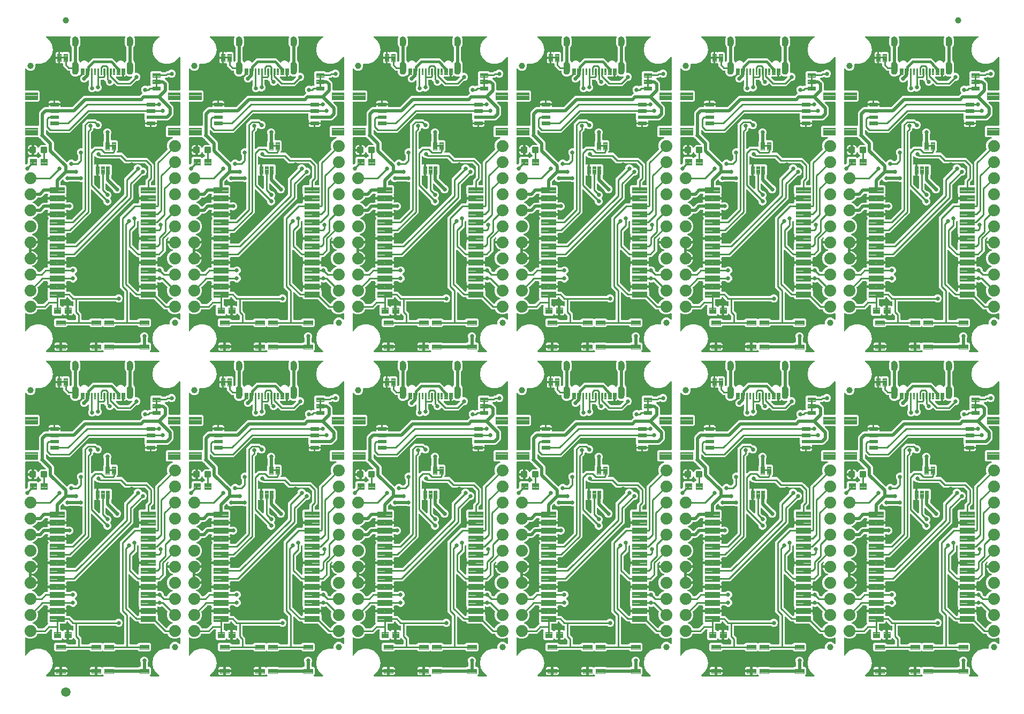
<source format=gtl>
G04 EAGLE Gerber RS-274X export*
G75*
%MOMM*%
%FSLAX34Y34*%
%LPD*%
%INTop Copper*%
%IPPOS*%
%AMOC8*
5,1,8,0,0,1.08239X$1,22.5*%
G01*
%ADD10C,0.102000*%
%ADD11C,0.755600*%
%ADD12C,0.099059*%
%ADD13C,0.096000*%
%ADD14C,0.300000*%
%ADD15C,0.100000*%
%ADD16C,1.000000*%
%ADD17C,0.104500*%
%ADD18C,0.101600*%
%ADD19C,1.879600*%
%ADD20C,1.500000*%
%ADD21C,0.508000*%
%ADD22C,0.660400*%
%ADD23C,0.254000*%
%ADD24C,0.736600*%
%ADD25C,0.381000*%

G36*
X882613Y568211D02*
X882613Y568211D01*
X882701Y568214D01*
X882753Y568231D01*
X882808Y568239D01*
X882888Y568274D01*
X882971Y568301D01*
X883011Y568329D01*
X883068Y568355D01*
X883181Y568451D01*
X883245Y568496D01*
X885487Y570739D01*
X902673Y570739D01*
X903522Y569889D01*
X903569Y569854D01*
X903609Y569812D01*
X903682Y569769D01*
X903749Y569718D01*
X903804Y569698D01*
X903854Y569668D01*
X903936Y569647D01*
X904015Y569617D01*
X904073Y569612D01*
X904130Y569598D01*
X904214Y569601D01*
X904298Y569594D01*
X904356Y569605D01*
X904414Y569607D01*
X904494Y569633D01*
X904577Y569650D01*
X904629Y569676D01*
X904685Y569694D01*
X904741Y569734D01*
X904829Y569780D01*
X904902Y569849D01*
X904958Y569889D01*
X905807Y570739D01*
X922993Y570739D01*
X925235Y568496D01*
X925305Y568444D01*
X925369Y568384D01*
X925418Y568358D01*
X925463Y568325D01*
X925544Y568294D01*
X925622Y568254D01*
X925670Y568246D01*
X925728Y568224D01*
X925876Y568212D01*
X925953Y568199D01*
X937006Y568199D01*
X937064Y568207D01*
X937122Y568205D01*
X937204Y568227D01*
X937288Y568239D01*
X937341Y568262D01*
X937397Y568277D01*
X937470Y568320D01*
X937547Y568355D01*
X937592Y568393D01*
X937642Y568422D01*
X937700Y568484D01*
X937764Y568538D01*
X937796Y568587D01*
X937836Y568630D01*
X937875Y568705D01*
X937922Y568775D01*
X937939Y568831D01*
X937966Y568883D01*
X937977Y568951D01*
X938007Y569046D01*
X938010Y569146D01*
X938021Y569214D01*
X938021Y612471D01*
X938009Y612557D01*
X938006Y612645D01*
X937989Y612697D01*
X937981Y612752D01*
X937946Y612832D01*
X937919Y612915D01*
X937891Y612954D01*
X937865Y613011D01*
X937769Y613125D01*
X937724Y613188D01*
X931671Y619241D01*
X931671Y730769D01*
X953251Y752349D01*
X960280Y752349D01*
X960338Y752357D01*
X960396Y752355D01*
X960478Y752377D01*
X960562Y752389D01*
X960615Y752412D01*
X960671Y752427D01*
X960744Y752470D01*
X960821Y752505D01*
X960866Y752543D01*
X960916Y752572D01*
X960974Y752634D01*
X961038Y752688D01*
X961070Y752737D01*
X961110Y752780D01*
X961149Y752855D01*
X961196Y752925D01*
X961213Y752981D01*
X961240Y753033D01*
X961251Y753101D01*
X961281Y753196D01*
X961284Y753296D01*
X961295Y753364D01*
X961295Y753737D01*
X961781Y754222D01*
X961827Y754284D01*
X961882Y754340D01*
X961913Y754398D01*
X961952Y754449D01*
X961979Y754522D01*
X962016Y754591D01*
X962030Y754654D01*
X962053Y754715D01*
X962059Y754793D01*
X962076Y754869D01*
X962070Y754924D01*
X962076Y754998D01*
X962064Y755062D01*
X962064Y755084D01*
X962050Y755139D01*
X962043Y755203D01*
X961803Y756099D01*
X961803Y758699D01*
X975328Y758699D01*
X975386Y758707D01*
X975444Y758705D01*
X975526Y758727D01*
X975609Y758739D01*
X975663Y758763D01*
X975719Y758777D01*
X975792Y758820D01*
X975869Y758855D01*
X975913Y758893D01*
X975964Y758923D01*
X976021Y758984D01*
X976086Y759039D01*
X976118Y759087D01*
X976158Y759130D01*
X976197Y759205D01*
X976243Y759275D01*
X976261Y759331D01*
X976288Y759383D01*
X976299Y759451D01*
X976329Y759546D01*
X976332Y759646D01*
X976343Y759714D01*
X976343Y761746D01*
X976335Y761804D01*
X976336Y761862D01*
X976315Y761944D01*
X976303Y762027D01*
X976279Y762081D01*
X976265Y762137D01*
X976222Y762210D01*
X976187Y762287D01*
X976149Y762331D01*
X976119Y762382D01*
X976058Y762439D01*
X976003Y762504D01*
X975955Y762536D01*
X975912Y762576D01*
X975837Y762615D01*
X975767Y762661D01*
X975711Y762679D01*
X975659Y762706D01*
X975591Y762717D01*
X975496Y762747D01*
X975396Y762750D01*
X975328Y762761D01*
X961803Y762761D01*
X961803Y765361D01*
X962043Y766257D01*
X962053Y766335D01*
X962072Y766410D01*
X962070Y766475D01*
X962078Y766539D01*
X962065Y766616D01*
X962063Y766694D01*
X962043Y766756D01*
X962033Y766820D01*
X961999Y766890D01*
X961976Y766964D01*
X961943Y767010D01*
X961911Y767077D01*
X961826Y767175D01*
X961781Y767238D01*
X961295Y767723D01*
X961295Y779137D01*
X963387Y781229D01*
X971010Y781229D01*
X971068Y781237D01*
X971126Y781235D01*
X971208Y781257D01*
X971292Y781269D01*
X971345Y781292D01*
X971401Y781307D01*
X971474Y781350D01*
X971551Y781385D01*
X971596Y781423D01*
X971646Y781452D01*
X971704Y781514D01*
X971768Y781568D01*
X971800Y781617D01*
X971840Y781660D01*
X971879Y781735D01*
X971926Y781805D01*
X971943Y781861D01*
X971970Y781913D01*
X971981Y781981D01*
X972011Y782076D01*
X972014Y782176D01*
X972025Y782244D01*
X972025Y789919D01*
X976078Y793972D01*
X976130Y794041D01*
X976190Y794105D01*
X976216Y794155D01*
X976249Y794199D01*
X976280Y794280D01*
X976320Y794358D01*
X976328Y794406D01*
X976350Y794464D01*
X976362Y794612D01*
X976375Y794689D01*
X976375Y810337D01*
X976363Y810423D01*
X976360Y810511D01*
X976343Y810563D01*
X976335Y810618D01*
X976300Y810698D01*
X976273Y810781D01*
X976245Y810820D01*
X976219Y810878D01*
X976123Y810991D01*
X976078Y811055D01*
X971328Y815804D01*
X971259Y815856D01*
X971195Y815916D01*
X971145Y815942D01*
X971101Y815975D01*
X971020Y816006D01*
X970942Y816046D01*
X970894Y816054D01*
X970836Y816076D01*
X970688Y816088D01*
X970611Y816101D01*
X939075Y816101D01*
X931723Y823454D01*
X931653Y823506D01*
X931589Y823566D01*
X931540Y823592D01*
X931495Y823625D01*
X931414Y823656D01*
X931336Y823696D01*
X931288Y823704D01*
X931230Y823726D01*
X931082Y823738D01*
X931005Y823751D01*
X898405Y823751D01*
X898195Y823962D01*
X898125Y824014D01*
X898061Y824074D01*
X898012Y824100D01*
X897968Y824133D01*
X897886Y824164D01*
X897808Y824204D01*
X897760Y824212D01*
X897702Y824234D01*
X897554Y824246D01*
X897477Y824259D01*
X896391Y824259D01*
X894057Y825226D01*
X892385Y826898D01*
X892361Y826916D01*
X892342Y826938D01*
X892248Y827001D01*
X892158Y827069D01*
X892130Y827079D01*
X892106Y827096D01*
X891998Y827130D01*
X891892Y827170D01*
X891863Y827173D01*
X891835Y827181D01*
X891721Y827184D01*
X891609Y827194D01*
X891580Y827188D01*
X891551Y827189D01*
X891441Y827160D01*
X891330Y827138D01*
X891304Y827124D01*
X891276Y827117D01*
X891178Y827059D01*
X891078Y827007D01*
X891056Y826987D01*
X891031Y826972D01*
X890954Y826889D01*
X890872Y826811D01*
X890857Y826786D01*
X890837Y826764D01*
X890785Y826663D01*
X890728Y826566D01*
X890721Y826537D01*
X890707Y826511D01*
X890694Y826434D01*
X890658Y826290D01*
X890660Y826228D01*
X890652Y826180D01*
X890652Y814688D01*
X890657Y814649D01*
X890655Y814610D01*
X890677Y814509D01*
X890692Y814407D01*
X890708Y814371D01*
X890716Y814333D01*
X890765Y814242D01*
X890808Y814147D01*
X890833Y814117D01*
X890852Y814083D01*
X890925Y814009D01*
X890991Y813930D01*
X891024Y813909D01*
X891052Y813881D01*
X891142Y813830D01*
X891228Y813773D01*
X891265Y813761D01*
X891299Y813742D01*
X891400Y813718D01*
X891499Y813687D01*
X891538Y813686D01*
X891576Y813677D01*
X891680Y813682D01*
X891783Y813680D01*
X891821Y813689D01*
X891860Y813691D01*
X891933Y813719D01*
X892058Y813751D01*
X892122Y813789D01*
X892175Y813809D01*
X892268Y813863D01*
X893044Y814071D01*
X894525Y814071D01*
X894525Y805752D01*
X894533Y805694D01*
X894532Y805635D01*
X894553Y805554D01*
X894565Y805470D01*
X894589Y805417D01*
X894604Y805360D01*
X894647Y805288D01*
X894681Y805211D01*
X894705Y805183D01*
X894672Y805117D01*
X894625Y805047D01*
X894607Y804991D01*
X894581Y804939D01*
X894569Y804871D01*
X894539Y804776D01*
X894537Y804676D01*
X894525Y804608D01*
X894525Y796289D01*
X893044Y796289D01*
X892268Y796497D01*
X892175Y796551D01*
X892138Y796566D01*
X892106Y796587D01*
X892007Y796619D01*
X891911Y796657D01*
X891872Y796661D01*
X891835Y796673D01*
X891731Y796676D01*
X891628Y796686D01*
X891590Y796679D01*
X891551Y796680D01*
X891451Y796654D01*
X891348Y796636D01*
X891313Y796618D01*
X891276Y796609D01*
X891187Y796556D01*
X891094Y796510D01*
X891065Y796483D01*
X891031Y796463D01*
X890960Y796388D01*
X890884Y796318D01*
X890863Y796285D01*
X890837Y796256D01*
X890790Y796164D01*
X890735Y796075D01*
X890725Y796038D01*
X890707Y796003D01*
X890694Y795926D01*
X890660Y795801D01*
X890661Y795727D01*
X890652Y795672D01*
X890652Y783386D01*
X890660Y783330D01*
X890658Y783278D01*
X890666Y783251D01*
X890667Y783212D01*
X890684Y783160D01*
X890692Y783105D01*
X890720Y783041D01*
X890730Y783003D01*
X890740Y782987D01*
X890754Y782942D01*
X890782Y782903D01*
X890808Y782846D01*
X890861Y782782D01*
X890875Y782758D01*
X890904Y782731D01*
X890949Y782669D01*
X898188Y775429D01*
X898212Y775412D01*
X898231Y775389D01*
X898325Y775327D01*
X898415Y775259D01*
X898443Y775248D01*
X898467Y775232D01*
X898575Y775198D01*
X898681Y775157D01*
X898710Y775155D01*
X898738Y775146D01*
X898852Y775143D01*
X898964Y775134D01*
X898993Y775140D01*
X899022Y775139D01*
X899132Y775167D01*
X899243Y775190D01*
X899269Y775203D01*
X899297Y775211D01*
X899395Y775268D01*
X899495Y775321D01*
X899517Y775341D01*
X899542Y775356D01*
X899619Y775438D01*
X899701Y775516D01*
X899716Y775542D01*
X899736Y775563D01*
X899788Y775664D01*
X899845Y775762D01*
X899852Y775790D01*
X899866Y775816D01*
X899879Y775894D01*
X899915Y776037D01*
X899913Y776100D01*
X899921Y776147D01*
X899921Y795274D01*
X899913Y795332D01*
X899915Y795390D01*
X899893Y795472D01*
X899881Y795556D01*
X899858Y795609D01*
X899843Y795665D01*
X899800Y795738D01*
X899765Y795815D01*
X899727Y795860D01*
X899698Y795910D01*
X899636Y795968D01*
X899582Y796032D01*
X899533Y796064D01*
X899490Y796104D01*
X899415Y796143D01*
X899345Y796190D01*
X899289Y796207D01*
X899237Y796234D01*
X899169Y796245D01*
X899074Y796275D01*
X898974Y796278D01*
X898906Y796289D01*
X897699Y796289D01*
X897699Y804608D01*
X897691Y804666D01*
X897692Y804725D01*
X897671Y804806D01*
X897659Y804890D01*
X897635Y804943D01*
X897620Y805000D01*
X897577Y805072D01*
X897543Y805149D01*
X897519Y805177D01*
X897552Y805243D01*
X897599Y805313D01*
X897617Y805369D01*
X897643Y805421D01*
X897655Y805489D01*
X897685Y805584D01*
X897687Y805684D01*
X897699Y805752D01*
X897699Y814071D01*
X899171Y814071D01*
X899258Y814083D01*
X899345Y814086D01*
X899398Y814103D01*
X899453Y814111D01*
X899533Y814146D01*
X899616Y814173D01*
X899655Y814201D01*
X899712Y814227D01*
X899825Y814323D01*
X899889Y814368D01*
X900100Y814579D01*
X916508Y814579D01*
X918592Y812495D01*
X918592Y797865D01*
X918254Y797527D01*
X918202Y797457D01*
X918142Y797393D01*
X918116Y797344D01*
X918083Y797300D01*
X918052Y797218D01*
X918012Y797140D01*
X918004Y797093D01*
X917982Y797034D01*
X917970Y796887D01*
X917957Y796809D01*
X917957Y792167D01*
X917969Y792081D01*
X917972Y791993D01*
X917989Y791941D01*
X917997Y791886D01*
X918032Y791806D01*
X918059Y791723D01*
X918087Y791684D01*
X918113Y791627D01*
X918209Y791513D01*
X918254Y791450D01*
X928715Y780989D01*
X928740Y780970D01*
X928760Y780947D01*
X928826Y780905D01*
X928942Y780818D01*
X929002Y780795D01*
X929044Y780769D01*
X930697Y780084D01*
X932484Y778297D01*
X933451Y775963D01*
X933451Y773437D01*
X932484Y771103D01*
X930697Y769316D01*
X928363Y768349D01*
X925837Y768349D01*
X923503Y769316D01*
X921716Y771103D01*
X921031Y772756D01*
X921016Y772782D01*
X921006Y772812D01*
X920961Y772876D01*
X920887Y773001D01*
X920840Y773045D01*
X920811Y773085D01*
X910292Y783604D01*
X910268Y783622D01*
X910249Y783645D01*
X910155Y783707D01*
X910065Y783775D01*
X910037Y783786D01*
X910013Y783802D01*
X909905Y783836D01*
X909799Y783877D01*
X909770Y783879D01*
X909742Y783888D01*
X909628Y783891D01*
X909516Y783900D01*
X909487Y783894D01*
X909458Y783895D01*
X909348Y783867D01*
X909237Y783844D01*
X909211Y783831D01*
X909183Y783823D01*
X909085Y783766D01*
X908985Y783713D01*
X908963Y783693D01*
X908938Y783678D01*
X908861Y783596D01*
X908779Y783518D01*
X908764Y783492D01*
X908744Y783471D01*
X908692Y783370D01*
X908635Y783272D01*
X908628Y783244D01*
X908614Y783218D01*
X908601Y783140D01*
X908565Y782997D01*
X908567Y782934D01*
X908559Y782887D01*
X908559Y775639D01*
X908571Y775553D01*
X908574Y775465D01*
X908591Y775413D01*
X908599Y775358D01*
X908634Y775278D01*
X908661Y775195D01*
X908689Y775156D01*
X908715Y775099D01*
X908811Y774985D01*
X908856Y774922D01*
X911320Y772458D01*
X911389Y772406D01*
X911453Y772346D01*
X911503Y772320D01*
X911547Y772287D01*
X911628Y772256D01*
X911706Y772216D01*
X911754Y772208D01*
X911812Y772186D01*
X911960Y772174D01*
X912037Y772161D01*
X913123Y772161D01*
X915457Y771194D01*
X917244Y769407D01*
X918211Y767073D01*
X918211Y764547D01*
X917244Y762213D01*
X916479Y761448D01*
X916444Y761401D01*
X916402Y761361D01*
X916359Y761288D01*
X916308Y761221D01*
X916288Y761166D01*
X916258Y761116D01*
X916237Y761034D01*
X916207Y760955D01*
X916202Y760897D01*
X916188Y760840D01*
X916191Y760756D01*
X916184Y760672D01*
X916195Y760614D01*
X916197Y760556D01*
X916223Y760476D01*
X916239Y760393D01*
X916266Y760341D01*
X916284Y760285D01*
X916324Y760229D01*
X916370Y760141D01*
X916439Y760068D01*
X916479Y760012D01*
X917244Y759247D01*
X918211Y756913D01*
X918211Y754387D01*
X917244Y752053D01*
X915457Y750266D01*
X913123Y749299D01*
X910597Y749299D01*
X908263Y750266D01*
X906476Y752053D01*
X905509Y754387D01*
X905509Y755473D01*
X905497Y755559D01*
X905494Y755647D01*
X905477Y755699D01*
X905469Y755754D01*
X905434Y755834D01*
X905407Y755917D01*
X905379Y755956D01*
X905353Y756013D01*
X905257Y756127D01*
X905212Y756190D01*
X887432Y773971D01*
X887408Y773988D01*
X887389Y774011D01*
X887338Y774045D01*
X887309Y774072D01*
X887271Y774091D01*
X887205Y774141D01*
X887177Y774152D01*
X887153Y774168D01*
X887070Y774194D01*
X887056Y774201D01*
X887040Y774204D01*
X886939Y774243D01*
X886910Y774245D01*
X886882Y774254D01*
X886768Y774257D01*
X886656Y774266D01*
X886627Y774260D01*
X886598Y774261D01*
X886488Y774233D01*
X886377Y774210D01*
X886351Y774197D01*
X886323Y774189D01*
X886225Y774132D01*
X886125Y774079D01*
X886103Y774059D01*
X886078Y774044D01*
X886001Y773962D01*
X885919Y773884D01*
X885904Y773858D01*
X885884Y773837D01*
X885832Y773736D01*
X885808Y773695D01*
X885798Y773681D01*
X885797Y773676D01*
X885775Y773638D01*
X885768Y773610D01*
X885754Y773584D01*
X885741Y773506D01*
X885733Y773473D01*
X885713Y773410D01*
X885712Y773392D01*
X885705Y773363D01*
X885707Y773300D01*
X885699Y773253D01*
X885699Y737351D01*
X853959Y705611D01*
X848200Y705611D01*
X848142Y705603D01*
X848084Y705605D01*
X848002Y705583D01*
X847918Y705571D01*
X847865Y705548D01*
X847809Y705533D01*
X847736Y705490D01*
X847659Y705455D01*
X847614Y705417D01*
X847564Y705388D01*
X847506Y705326D01*
X847442Y705272D01*
X847410Y705223D01*
X847370Y705180D01*
X847331Y705105D01*
X847284Y705035D01*
X847267Y704979D01*
X847240Y704927D01*
X847229Y704859D01*
X847199Y704764D01*
X847196Y704664D01*
X847185Y704596D01*
X847185Y704223D01*
X846699Y703738D01*
X846653Y703676D01*
X846598Y703620D01*
X846567Y703563D01*
X846528Y703511D01*
X846501Y703438D01*
X846464Y703369D01*
X846450Y703306D01*
X846427Y703245D01*
X846421Y703168D01*
X846404Y703091D01*
X846410Y703036D01*
X846404Y702962D01*
X846429Y702835D01*
X846437Y702757D01*
X846677Y701861D01*
X846677Y699261D01*
X833152Y699261D01*
X833094Y699253D01*
X833036Y699254D01*
X832954Y699233D01*
X832871Y699221D01*
X832817Y699197D01*
X832761Y699183D01*
X832688Y699140D01*
X832611Y699105D01*
X832567Y699067D01*
X832516Y699037D01*
X832459Y698976D01*
X832394Y698921D01*
X832362Y698873D01*
X832322Y698830D01*
X832283Y698755D01*
X832237Y698685D01*
X832219Y698629D01*
X832192Y698577D01*
X832181Y698509D01*
X832151Y698414D01*
X832148Y698314D01*
X832137Y698246D01*
X832137Y696214D01*
X832145Y696156D01*
X832144Y696098D01*
X832165Y696016D01*
X832177Y695933D01*
X832201Y695879D01*
X832215Y695823D01*
X832258Y695750D01*
X832293Y695673D01*
X832331Y695628D01*
X832361Y695578D01*
X832422Y695520D01*
X832477Y695456D01*
X832525Y695424D01*
X832568Y695384D01*
X832643Y695345D01*
X832713Y695299D01*
X832769Y695281D01*
X832821Y695254D01*
X832889Y695243D01*
X832984Y695213D01*
X833084Y695210D01*
X833152Y695199D01*
X846677Y695199D01*
X846677Y692599D01*
X846437Y691703D01*
X846427Y691625D01*
X846408Y691550D01*
X846410Y691485D01*
X846402Y691421D01*
X846415Y691344D01*
X846417Y691266D01*
X846437Y691204D01*
X846447Y691140D01*
X846481Y691070D01*
X846504Y690996D01*
X846537Y690950D01*
X846569Y690883D01*
X846654Y690785D01*
X846699Y690722D01*
X847185Y690237D01*
X847185Y689864D01*
X847193Y689806D01*
X847191Y689748D01*
X847213Y689666D01*
X847225Y689582D01*
X847248Y689529D01*
X847263Y689473D01*
X847306Y689400D01*
X847341Y689323D01*
X847379Y689278D01*
X847408Y689228D01*
X847470Y689170D01*
X847524Y689106D01*
X847573Y689074D01*
X847616Y689034D01*
X847691Y688995D01*
X847761Y688948D01*
X847817Y688931D01*
X847869Y688904D01*
X847937Y688893D01*
X848032Y688863D01*
X848132Y688860D01*
X848200Y688849D01*
X860121Y688849D01*
X860207Y688861D01*
X860295Y688864D01*
X860347Y688881D01*
X860402Y688889D01*
X860482Y688924D01*
X860565Y688951D01*
X860604Y688979D01*
X860661Y689005D01*
X860775Y689101D01*
X860838Y689146D01*
X937724Y766032D01*
X937776Y766101D01*
X937836Y766165D01*
X937862Y766215D01*
X937895Y766259D01*
X937926Y766340D01*
X937966Y766418D01*
X937974Y766466D01*
X937996Y766524D01*
X938008Y766672D01*
X938021Y766749D01*
X938021Y791729D01*
X953472Y807180D01*
X953524Y807249D01*
X953584Y807313D01*
X953610Y807363D01*
X953643Y807407D01*
X953674Y807488D01*
X953714Y807566D01*
X953722Y807614D01*
X953744Y807672D01*
X953756Y807820D01*
X953769Y807897D01*
X953769Y808983D01*
X954736Y811317D01*
X956523Y813104D01*
X958857Y814071D01*
X961383Y814071D01*
X963717Y813104D01*
X965504Y811317D01*
X966208Y809617D01*
X966209Y809616D01*
X966209Y809615D01*
X966281Y809494D01*
X966353Y809373D01*
X966354Y809372D01*
X966354Y809370D01*
X966461Y809270D01*
X966559Y809177D01*
X966561Y809177D01*
X966562Y809176D01*
X966687Y809111D01*
X966812Y809047D01*
X966814Y809047D01*
X966815Y809046D01*
X966830Y809044D01*
X967091Y808992D01*
X967121Y808995D01*
X967146Y808991D01*
X969003Y808991D01*
X971337Y808024D01*
X973124Y806237D01*
X974091Y803903D01*
X974091Y801377D01*
X973124Y799043D01*
X971337Y797256D01*
X969003Y796289D01*
X967917Y796289D01*
X967831Y796277D01*
X967743Y796274D01*
X967691Y796257D01*
X967636Y796249D01*
X967556Y796214D01*
X967473Y796187D01*
X967434Y796159D01*
X967376Y796133D01*
X967263Y796037D01*
X967200Y795992D01*
X953306Y782098D01*
X953254Y782029D01*
X953194Y781965D01*
X953168Y781915D01*
X953135Y781871D01*
X953110Y781805D01*
X953108Y781803D01*
X953106Y781794D01*
X953104Y781790D01*
X953064Y781712D01*
X953056Y781664D01*
X953034Y781606D01*
X953030Y781554D01*
X953023Y781532D01*
X953021Y781452D01*
X953009Y781381D01*
X953009Y760211D01*
X950182Y757384D01*
X863136Y670338D01*
X860309Y667511D01*
X848200Y667511D01*
X848142Y667503D01*
X848084Y667505D01*
X848002Y667483D01*
X847918Y667471D01*
X847865Y667448D01*
X847809Y667433D01*
X847736Y667390D01*
X847659Y667355D01*
X847614Y667317D01*
X847564Y667288D01*
X847506Y667226D01*
X847442Y667172D01*
X847410Y667123D01*
X847370Y667080D01*
X847331Y667005D01*
X847284Y666935D01*
X847267Y666879D01*
X847240Y666827D01*
X847229Y666759D01*
X847199Y666664D01*
X847196Y666564D01*
X847185Y666496D01*
X847185Y666123D01*
X846699Y665638D01*
X846653Y665576D01*
X846598Y665520D01*
X846567Y665462D01*
X846528Y665411D01*
X846501Y665338D01*
X846464Y665269D01*
X846450Y665206D01*
X846427Y665145D01*
X846421Y665067D01*
X846404Y664991D01*
X846410Y664936D01*
X846404Y664862D01*
X846429Y664735D01*
X846437Y664657D01*
X846677Y663761D01*
X846677Y661161D01*
X833152Y661161D01*
X833094Y661153D01*
X833036Y661154D01*
X832954Y661133D01*
X832871Y661121D01*
X832817Y661097D01*
X832761Y661083D01*
X832688Y661040D01*
X832611Y661005D01*
X832567Y660967D01*
X832516Y660937D01*
X832459Y660876D01*
X832394Y660821D01*
X832362Y660773D01*
X832322Y660730D01*
X832283Y660655D01*
X832237Y660585D01*
X832219Y660529D01*
X832192Y660477D01*
X832181Y660409D01*
X832151Y660314D01*
X832148Y660214D01*
X832137Y660146D01*
X832137Y658114D01*
X832145Y658056D01*
X832144Y657998D01*
X832165Y657916D01*
X832177Y657833D01*
X832201Y657779D01*
X832215Y657723D01*
X832258Y657650D01*
X832293Y657573D01*
X832331Y657528D01*
X832361Y657478D01*
X832422Y657420D01*
X832477Y657356D01*
X832525Y657324D01*
X832568Y657284D01*
X832643Y657245D01*
X832713Y657199D01*
X832769Y657181D01*
X832821Y657154D01*
X832889Y657143D01*
X832984Y657113D01*
X833084Y657110D01*
X833152Y657099D01*
X846677Y657099D01*
X846677Y654499D01*
X846437Y653603D01*
X846427Y653525D01*
X846408Y653450D01*
X846410Y653385D01*
X846402Y653321D01*
X846415Y653244D01*
X846417Y653166D01*
X846437Y653104D01*
X846447Y653040D01*
X846481Y652970D01*
X846504Y652896D01*
X846537Y652850D01*
X846569Y652783D01*
X846654Y652685D01*
X846699Y652622D01*
X847185Y652137D01*
X847185Y651764D01*
X847193Y651706D01*
X847191Y651648D01*
X847213Y651566D01*
X847225Y651482D01*
X847248Y651429D01*
X847263Y651373D01*
X847306Y651300D01*
X847341Y651223D01*
X847379Y651178D01*
X847408Y651128D01*
X847470Y651070D01*
X847524Y651006D01*
X847573Y650974D01*
X847616Y650934D01*
X847691Y650895D01*
X847761Y650848D01*
X847817Y650831D01*
X847869Y650804D01*
X847937Y650793D01*
X848032Y650763D01*
X848132Y650760D01*
X848200Y650749D01*
X852167Y650749D01*
X852254Y650761D01*
X852341Y650764D01*
X852394Y650781D01*
X852448Y650789D01*
X852528Y650824D01*
X852611Y650851D01*
X852651Y650879D01*
X852708Y650905D01*
X852821Y651001D01*
X852885Y651046D01*
X853653Y651814D01*
X855987Y652781D01*
X858513Y652781D01*
X860847Y651814D01*
X862634Y650027D01*
X863601Y647693D01*
X863601Y645167D01*
X862634Y642833D01*
X860847Y641046D01*
X860779Y641018D01*
X860754Y641003D01*
X860726Y640994D01*
X860632Y640931D01*
X860535Y640873D01*
X860514Y640852D01*
X860490Y640836D01*
X860417Y640749D01*
X860339Y640667D01*
X860326Y640641D01*
X860307Y640618D01*
X860261Y640515D01*
X860209Y640414D01*
X860204Y640385D01*
X860192Y640358D01*
X860176Y640246D01*
X860154Y640135D01*
X860157Y640106D01*
X860153Y640077D01*
X860169Y639965D01*
X860179Y639852D01*
X860189Y639824D01*
X860193Y639795D01*
X860240Y639693D01*
X860281Y639587D01*
X860298Y639563D01*
X860311Y639536D01*
X860384Y639450D01*
X860452Y639360D01*
X860476Y639342D01*
X860495Y639320D01*
X860562Y639278D01*
X860680Y639190D01*
X860738Y639168D01*
X860780Y639142D01*
X860848Y639114D01*
X862634Y637327D01*
X863601Y634993D01*
X863601Y632467D01*
X862634Y630133D01*
X860847Y628346D01*
X858513Y627379D01*
X855987Y627379D01*
X853653Y628346D01*
X852885Y629114D01*
X852815Y629166D01*
X852751Y629226D01*
X852702Y629252D01*
X852658Y629285D01*
X852576Y629316D01*
X852498Y629356D01*
X852450Y629364D01*
X852392Y629386D01*
X852244Y629398D01*
X852167Y629411D01*
X848200Y629411D01*
X848142Y629403D01*
X848084Y629405D01*
X848002Y629383D01*
X847918Y629371D01*
X847865Y629348D01*
X847809Y629333D01*
X847736Y629290D01*
X847659Y629255D01*
X847614Y629217D01*
X847564Y629188D01*
X847506Y629126D01*
X847442Y629072D01*
X847410Y629023D01*
X847370Y628980D01*
X847331Y628905D01*
X847284Y628835D01*
X847267Y628779D01*
X847240Y628727D01*
X847229Y628659D01*
X847199Y628564D01*
X847196Y628464D01*
X847185Y628396D01*
X847185Y628023D01*
X846699Y627538D01*
X846653Y627476D01*
X846598Y627420D01*
X846567Y627362D01*
X846528Y627311D01*
X846501Y627238D01*
X846464Y627169D01*
X846450Y627106D01*
X846427Y627045D01*
X846421Y626967D01*
X846404Y626891D01*
X846410Y626836D01*
X846404Y626762D01*
X846429Y626635D01*
X846437Y626557D01*
X846677Y625661D01*
X846677Y623061D01*
X833152Y623061D01*
X833094Y623053D01*
X833036Y623054D01*
X832954Y623033D01*
X832871Y623021D01*
X832817Y622997D01*
X832761Y622983D01*
X832688Y622940D01*
X832611Y622905D01*
X832567Y622867D01*
X832516Y622837D01*
X832459Y622776D01*
X832394Y622721D01*
X832362Y622673D01*
X832322Y622630D01*
X832283Y622555D01*
X832237Y622485D01*
X832219Y622429D01*
X832192Y622377D01*
X832181Y622309D01*
X832151Y622214D01*
X832148Y622114D01*
X832137Y622046D01*
X832137Y620014D01*
X832145Y619956D01*
X832144Y619898D01*
X832165Y619816D01*
X832177Y619733D01*
X832201Y619679D01*
X832215Y619623D01*
X832258Y619550D01*
X832293Y619473D01*
X832331Y619428D01*
X832361Y619378D01*
X832422Y619320D01*
X832477Y619256D01*
X832525Y619224D01*
X832568Y619184D01*
X832643Y619145D01*
X832713Y619099D01*
X832769Y619081D01*
X832821Y619054D01*
X832889Y619043D01*
X832984Y619013D01*
X833084Y619010D01*
X833152Y618999D01*
X846677Y618999D01*
X846677Y616399D01*
X846437Y615503D01*
X846427Y615425D01*
X846408Y615350D01*
X846410Y615285D01*
X846402Y615221D01*
X846415Y615144D01*
X846417Y615066D01*
X846437Y615004D01*
X846447Y614940D01*
X846481Y614870D01*
X846504Y614796D01*
X846537Y614750D01*
X846569Y614683D01*
X846654Y614585D01*
X846699Y614522D01*
X847185Y614037D01*
X847185Y613664D01*
X847193Y613606D01*
X847191Y613548D01*
X847213Y613466D01*
X847225Y613382D01*
X847248Y613329D01*
X847263Y613273D01*
X847306Y613200D01*
X847341Y613123D01*
X847379Y613078D01*
X847408Y613028D01*
X847470Y612970D01*
X847524Y612906D01*
X847573Y612874D01*
X847616Y612834D01*
X847691Y612795D01*
X847761Y612748D01*
X847817Y612731D01*
X847869Y612704D01*
X847937Y612693D01*
X848032Y612663D01*
X848132Y612660D01*
X848200Y612649D01*
X852689Y612649D01*
X858742Y606596D01*
X858811Y606544D01*
X858875Y606484D01*
X858925Y606458D01*
X858969Y606425D01*
X859050Y606394D01*
X859128Y606354D01*
X859176Y606346D01*
X859234Y606324D01*
X859382Y606312D01*
X859459Y606299D01*
X924557Y606299D01*
X924644Y606311D01*
X924731Y606314D01*
X924784Y606331D01*
X924838Y606339D01*
X924918Y606374D01*
X925001Y606401D01*
X925041Y606429D01*
X925098Y606455D01*
X925211Y606551D01*
X925275Y606596D01*
X926043Y607364D01*
X928377Y608331D01*
X930903Y608331D01*
X933237Y607364D01*
X935024Y605577D01*
X935991Y603243D01*
X935991Y600717D01*
X935024Y598383D01*
X933237Y596596D01*
X930903Y595629D01*
X928377Y595629D01*
X926043Y596596D01*
X925275Y597364D01*
X925205Y597416D01*
X925141Y597476D01*
X925092Y597502D01*
X925048Y597535D01*
X924966Y597566D01*
X924888Y597606D01*
X924840Y597614D01*
X924782Y597636D01*
X924634Y597648D01*
X924557Y597661D01*
X867664Y597661D01*
X867606Y597653D01*
X867548Y597655D01*
X867466Y597633D01*
X867382Y597621D01*
X867329Y597598D01*
X867273Y597583D01*
X867200Y597540D01*
X867123Y597505D01*
X867078Y597467D01*
X867028Y597438D01*
X866970Y597376D01*
X866906Y597322D01*
X866874Y597273D01*
X866834Y597230D01*
X866795Y597155D01*
X866748Y597085D01*
X866731Y597029D01*
X866704Y596977D01*
X866693Y596909D01*
X866663Y596814D01*
X866660Y596714D01*
X866649Y596646D01*
X866649Y582599D01*
X866661Y582513D01*
X866664Y582425D01*
X866681Y582373D01*
X866689Y582318D01*
X866724Y582238D01*
X866751Y582155D01*
X866779Y582116D01*
X866805Y582059D01*
X866901Y581945D01*
X866946Y581882D01*
X870459Y578369D01*
X870459Y569214D01*
X870467Y569156D01*
X870465Y569098D01*
X870487Y569016D01*
X870499Y568932D01*
X870522Y568879D01*
X870537Y568823D01*
X870580Y568750D01*
X870615Y568673D01*
X870653Y568628D01*
X870682Y568578D01*
X870744Y568520D01*
X870798Y568456D01*
X870847Y568424D01*
X870890Y568384D01*
X870965Y568345D01*
X871035Y568298D01*
X871091Y568281D01*
X871143Y568254D01*
X871211Y568243D01*
X871306Y568213D01*
X871406Y568210D01*
X871474Y568199D01*
X882527Y568199D01*
X882613Y568211D01*
G37*
G36*
X1141693Y55131D02*
X1141693Y55131D01*
X1141781Y55134D01*
X1141833Y55151D01*
X1141888Y55159D01*
X1141968Y55194D01*
X1142051Y55221D01*
X1142091Y55249D01*
X1142148Y55275D01*
X1142261Y55371D01*
X1142325Y55416D01*
X1144567Y57659D01*
X1161753Y57659D01*
X1162602Y56809D01*
X1162649Y56774D01*
X1162689Y56732D01*
X1162762Y56689D01*
X1162829Y56638D01*
X1162884Y56618D01*
X1162934Y56588D01*
X1163016Y56567D01*
X1163095Y56537D01*
X1163153Y56532D01*
X1163210Y56518D01*
X1163294Y56521D01*
X1163378Y56514D01*
X1163436Y56525D01*
X1163494Y56527D01*
X1163574Y56553D01*
X1163657Y56570D01*
X1163709Y56596D01*
X1163765Y56614D01*
X1163821Y56655D01*
X1163909Y56701D01*
X1163982Y56769D01*
X1164038Y56809D01*
X1164887Y57659D01*
X1182073Y57659D01*
X1184315Y55416D01*
X1184385Y55364D01*
X1184449Y55304D01*
X1184498Y55278D01*
X1184542Y55245D01*
X1184624Y55214D01*
X1184702Y55174D01*
X1184750Y55166D01*
X1184808Y55144D01*
X1184956Y55132D01*
X1185033Y55119D01*
X1196086Y55119D01*
X1196144Y55127D01*
X1196202Y55125D01*
X1196284Y55147D01*
X1196368Y55159D01*
X1196421Y55182D01*
X1196477Y55197D01*
X1196550Y55240D01*
X1196627Y55275D01*
X1196672Y55313D01*
X1196722Y55342D01*
X1196780Y55404D01*
X1196844Y55458D01*
X1196876Y55507D01*
X1196916Y55550D01*
X1196955Y55625D01*
X1197002Y55695D01*
X1197019Y55751D01*
X1197046Y55803D01*
X1197057Y55871D01*
X1197087Y55966D01*
X1197090Y56066D01*
X1197101Y56134D01*
X1197101Y99391D01*
X1197089Y99477D01*
X1197086Y99565D01*
X1197069Y99617D01*
X1197061Y99672D01*
X1197026Y99752D01*
X1196999Y99835D01*
X1196971Y99874D01*
X1196945Y99931D01*
X1196849Y100045D01*
X1196804Y100108D01*
X1190751Y106161D01*
X1190751Y217689D01*
X1212331Y239269D01*
X1219360Y239269D01*
X1219418Y239277D01*
X1219476Y239275D01*
X1219558Y239297D01*
X1219642Y239309D01*
X1219695Y239332D01*
X1219751Y239347D01*
X1219824Y239390D01*
X1219901Y239425D01*
X1219946Y239463D01*
X1219996Y239492D01*
X1220054Y239554D01*
X1220118Y239608D01*
X1220150Y239657D01*
X1220190Y239700D01*
X1220229Y239775D01*
X1220276Y239845D01*
X1220293Y239901D01*
X1220320Y239953D01*
X1220331Y240021D01*
X1220361Y240116D01*
X1220364Y240216D01*
X1220375Y240284D01*
X1220375Y240657D01*
X1220861Y241142D01*
X1220907Y241204D01*
X1220962Y241260D01*
X1220993Y241318D01*
X1221032Y241369D01*
X1221059Y241442D01*
X1221096Y241511D01*
X1221110Y241574D01*
X1221133Y241635D01*
X1221139Y241713D01*
X1221156Y241789D01*
X1221150Y241844D01*
X1221156Y241918D01*
X1221144Y241982D01*
X1221144Y242004D01*
X1221130Y242059D01*
X1221123Y242123D01*
X1220883Y243019D01*
X1220883Y245619D01*
X1234408Y245619D01*
X1234466Y245627D01*
X1234524Y245625D01*
X1234606Y245647D01*
X1234689Y245659D01*
X1234743Y245683D01*
X1234799Y245697D01*
X1234872Y245740D01*
X1234949Y245775D01*
X1234993Y245813D01*
X1235044Y245843D01*
X1235101Y245904D01*
X1235166Y245959D01*
X1235198Y246007D01*
X1235238Y246050D01*
X1235277Y246125D01*
X1235323Y246195D01*
X1235341Y246251D01*
X1235368Y246303D01*
X1235379Y246371D01*
X1235409Y246466D01*
X1235412Y246566D01*
X1235423Y246634D01*
X1235423Y248666D01*
X1235415Y248724D01*
X1235416Y248782D01*
X1235395Y248864D01*
X1235383Y248947D01*
X1235359Y249001D01*
X1235345Y249057D01*
X1235302Y249130D01*
X1235267Y249207D01*
X1235229Y249251D01*
X1235199Y249302D01*
X1235138Y249359D01*
X1235083Y249424D01*
X1235035Y249456D01*
X1234992Y249496D01*
X1234917Y249535D01*
X1234847Y249581D01*
X1234791Y249599D01*
X1234739Y249626D01*
X1234671Y249637D01*
X1234576Y249667D01*
X1234476Y249670D01*
X1234408Y249681D01*
X1220883Y249681D01*
X1220883Y252281D01*
X1221123Y253177D01*
X1221133Y253254D01*
X1221152Y253330D01*
X1221150Y253395D01*
X1221158Y253459D01*
X1221145Y253536D01*
X1221143Y253614D01*
X1221123Y253676D01*
X1221113Y253740D01*
X1221080Y253810D01*
X1221056Y253885D01*
X1221023Y253930D01*
X1220991Y253997D01*
X1220906Y254095D01*
X1220861Y254158D01*
X1220375Y254643D01*
X1220375Y266057D01*
X1222467Y268149D01*
X1230090Y268149D01*
X1230148Y268157D01*
X1230206Y268155D01*
X1230288Y268177D01*
X1230372Y268189D01*
X1230425Y268212D01*
X1230481Y268227D01*
X1230554Y268270D01*
X1230631Y268305D01*
X1230676Y268343D01*
X1230726Y268372D01*
X1230784Y268434D01*
X1230848Y268488D01*
X1230880Y268537D01*
X1230920Y268580D01*
X1230959Y268655D01*
X1231006Y268725D01*
X1231023Y268781D01*
X1231050Y268833D01*
X1231061Y268901D01*
X1231091Y268996D01*
X1231094Y269096D01*
X1231105Y269164D01*
X1231105Y276839D01*
X1235158Y280892D01*
X1235210Y280961D01*
X1235270Y281025D01*
X1235296Y281075D01*
X1235329Y281119D01*
X1235360Y281200D01*
X1235400Y281278D01*
X1235408Y281326D01*
X1235430Y281384D01*
X1235442Y281532D01*
X1235455Y281609D01*
X1235455Y297257D01*
X1235443Y297343D01*
X1235440Y297431D01*
X1235423Y297483D01*
X1235415Y297538D01*
X1235380Y297618D01*
X1235353Y297701D01*
X1235325Y297740D01*
X1235299Y297798D01*
X1235203Y297911D01*
X1235158Y297975D01*
X1230408Y302724D01*
X1230339Y302776D01*
X1230275Y302836D01*
X1230225Y302862D01*
X1230181Y302895D01*
X1230100Y302926D01*
X1230022Y302966D01*
X1229974Y302974D01*
X1229916Y302996D01*
X1229768Y303008D01*
X1229691Y303021D01*
X1198155Y303021D01*
X1195328Y305848D01*
X1190803Y310374D01*
X1190733Y310426D01*
X1190669Y310486D01*
X1190620Y310512D01*
X1190575Y310545D01*
X1190494Y310576D01*
X1190416Y310616D01*
X1190368Y310624D01*
X1190310Y310646D01*
X1190162Y310658D01*
X1190085Y310671D01*
X1157485Y310671D01*
X1157275Y310882D01*
X1157205Y310934D01*
X1157141Y310994D01*
X1157092Y311020D01*
X1157048Y311053D01*
X1156966Y311084D01*
X1156888Y311124D01*
X1156840Y311132D01*
X1156782Y311154D01*
X1156634Y311166D01*
X1156557Y311179D01*
X1155471Y311179D01*
X1153137Y312146D01*
X1151465Y313818D01*
X1151441Y313836D01*
X1151422Y313858D01*
X1151328Y313921D01*
X1151238Y313989D01*
X1151210Y313999D01*
X1151186Y314016D01*
X1151078Y314050D01*
X1150972Y314090D01*
X1150943Y314093D01*
X1150915Y314101D01*
X1150801Y314104D01*
X1150689Y314114D01*
X1150660Y314108D01*
X1150631Y314109D01*
X1150521Y314080D01*
X1150410Y314058D01*
X1150384Y314044D01*
X1150356Y314037D01*
X1150258Y313979D01*
X1150158Y313927D01*
X1150136Y313907D01*
X1150111Y313892D01*
X1150034Y313809D01*
X1149952Y313731D01*
X1149937Y313706D01*
X1149917Y313684D01*
X1149865Y313583D01*
X1149808Y313486D01*
X1149801Y313457D01*
X1149787Y313431D01*
X1149774Y313354D01*
X1149738Y313210D01*
X1149740Y313148D01*
X1149732Y313100D01*
X1149732Y301608D01*
X1149737Y301569D01*
X1149735Y301530D01*
X1149757Y301429D01*
X1149772Y301327D01*
X1149788Y301291D01*
X1149796Y301253D01*
X1149845Y301162D01*
X1149888Y301067D01*
X1149913Y301037D01*
X1149932Y301003D01*
X1150005Y300929D01*
X1150071Y300850D01*
X1150104Y300829D01*
X1150132Y300801D01*
X1150222Y300750D01*
X1150308Y300693D01*
X1150345Y300681D01*
X1150379Y300662D01*
X1150480Y300638D01*
X1150579Y300607D01*
X1150618Y300606D01*
X1150656Y300597D01*
X1150760Y300602D01*
X1150863Y300600D01*
X1150901Y300609D01*
X1150940Y300611D01*
X1151013Y300639D01*
X1151138Y300671D01*
X1151202Y300709D01*
X1151255Y300729D01*
X1151348Y300783D01*
X1152124Y300991D01*
X1153605Y300991D01*
X1153605Y292672D01*
X1153613Y292614D01*
X1153612Y292555D01*
X1153633Y292474D01*
X1153645Y292390D01*
X1153669Y292337D01*
X1153684Y292280D01*
X1153727Y292208D01*
X1153761Y292131D01*
X1153785Y292103D01*
X1153752Y292037D01*
X1153705Y291967D01*
X1153687Y291911D01*
X1153661Y291859D01*
X1153649Y291791D01*
X1153619Y291696D01*
X1153617Y291596D01*
X1153605Y291528D01*
X1153605Y283209D01*
X1152124Y283209D01*
X1151348Y283417D01*
X1151255Y283471D01*
X1151218Y283486D01*
X1151186Y283507D01*
X1151087Y283539D01*
X1150991Y283577D01*
X1150952Y283581D01*
X1150915Y283593D01*
X1150811Y283596D01*
X1150708Y283606D01*
X1150670Y283599D01*
X1150631Y283600D01*
X1150531Y283574D01*
X1150428Y283556D01*
X1150393Y283538D01*
X1150356Y283529D01*
X1150267Y283476D01*
X1150174Y283430D01*
X1150145Y283403D01*
X1150111Y283383D01*
X1150040Y283308D01*
X1149964Y283238D01*
X1149943Y283205D01*
X1149917Y283176D01*
X1149870Y283084D01*
X1149815Y282995D01*
X1149805Y282958D01*
X1149787Y282923D01*
X1149774Y282846D01*
X1149740Y282721D01*
X1149741Y282647D01*
X1149732Y282592D01*
X1149732Y270306D01*
X1149740Y270250D01*
X1149738Y270198D01*
X1149746Y270171D01*
X1149747Y270132D01*
X1149764Y270080D01*
X1149772Y270025D01*
X1149800Y269961D01*
X1149810Y269923D01*
X1149820Y269907D01*
X1149834Y269862D01*
X1149862Y269823D01*
X1149888Y269766D01*
X1149941Y269702D01*
X1149955Y269678D01*
X1149984Y269651D01*
X1150029Y269589D01*
X1157268Y262349D01*
X1157292Y262332D01*
X1157311Y262309D01*
X1157405Y262247D01*
X1157495Y262179D01*
X1157523Y262168D01*
X1157547Y262152D01*
X1157655Y262118D01*
X1157761Y262077D01*
X1157790Y262075D01*
X1157818Y262066D01*
X1157932Y262063D01*
X1158044Y262054D01*
X1158073Y262060D01*
X1158102Y262059D01*
X1158212Y262087D01*
X1158323Y262110D01*
X1158349Y262123D01*
X1158377Y262131D01*
X1158475Y262188D01*
X1158575Y262241D01*
X1158597Y262261D01*
X1158622Y262276D01*
X1158699Y262358D01*
X1158781Y262436D01*
X1158796Y262462D01*
X1158816Y262483D01*
X1158868Y262584D01*
X1158925Y262682D01*
X1158932Y262710D01*
X1158946Y262736D01*
X1158959Y262814D01*
X1158995Y262957D01*
X1158993Y263020D01*
X1159001Y263067D01*
X1159001Y282194D01*
X1158993Y282252D01*
X1158995Y282310D01*
X1158973Y282392D01*
X1158961Y282476D01*
X1158938Y282529D01*
X1158923Y282585D01*
X1158880Y282658D01*
X1158845Y282735D01*
X1158807Y282780D01*
X1158778Y282830D01*
X1158716Y282888D01*
X1158662Y282952D01*
X1158613Y282984D01*
X1158570Y283024D01*
X1158495Y283063D01*
X1158425Y283110D01*
X1158369Y283127D01*
X1158317Y283154D01*
X1158249Y283165D01*
X1158154Y283195D01*
X1158054Y283198D01*
X1157986Y283209D01*
X1156779Y283209D01*
X1156779Y291528D01*
X1156771Y291586D01*
X1156772Y291645D01*
X1156751Y291726D01*
X1156739Y291810D01*
X1156715Y291863D01*
X1156700Y291920D01*
X1156657Y291992D01*
X1156623Y292069D01*
X1156599Y292097D01*
X1156632Y292163D01*
X1156679Y292233D01*
X1156697Y292289D01*
X1156723Y292341D01*
X1156735Y292409D01*
X1156765Y292504D01*
X1156767Y292604D01*
X1156779Y292672D01*
X1156779Y300991D01*
X1158251Y300991D01*
X1158338Y301003D01*
X1158425Y301006D01*
X1158478Y301023D01*
X1158533Y301031D01*
X1158613Y301066D01*
X1158696Y301093D01*
X1158735Y301121D01*
X1158792Y301147D01*
X1158905Y301243D01*
X1158969Y301288D01*
X1159180Y301499D01*
X1175588Y301499D01*
X1177672Y299415D01*
X1177672Y284785D01*
X1177334Y284447D01*
X1177282Y284377D01*
X1177222Y284313D01*
X1177196Y284264D01*
X1177163Y284220D01*
X1177132Y284138D01*
X1177092Y284060D01*
X1177084Y284013D01*
X1177062Y283954D01*
X1177050Y283807D01*
X1177037Y283729D01*
X1177037Y279087D01*
X1177049Y279001D01*
X1177052Y278913D01*
X1177069Y278861D01*
X1177077Y278806D01*
X1177112Y278726D01*
X1177139Y278643D01*
X1177167Y278604D01*
X1177193Y278547D01*
X1177289Y278433D01*
X1177334Y278370D01*
X1187795Y267909D01*
X1187820Y267890D01*
X1187840Y267867D01*
X1187906Y267825D01*
X1188022Y267738D01*
X1188082Y267715D01*
X1188124Y267689D01*
X1189777Y267004D01*
X1191564Y265217D01*
X1192531Y262883D01*
X1192531Y260357D01*
X1191564Y258023D01*
X1189777Y256236D01*
X1187443Y255269D01*
X1184917Y255269D01*
X1182583Y256236D01*
X1180796Y258023D01*
X1180111Y259676D01*
X1180096Y259702D01*
X1180086Y259732D01*
X1180041Y259796D01*
X1179967Y259921D01*
X1179920Y259965D01*
X1179891Y260005D01*
X1169372Y270524D01*
X1169348Y270542D01*
X1169329Y270565D01*
X1169235Y270627D01*
X1169145Y270695D01*
X1169117Y270706D01*
X1169093Y270722D01*
X1168985Y270756D01*
X1168879Y270797D01*
X1168850Y270799D01*
X1168822Y270808D01*
X1168708Y270811D01*
X1168596Y270820D01*
X1168567Y270814D01*
X1168538Y270815D01*
X1168428Y270787D01*
X1168317Y270764D01*
X1168291Y270751D01*
X1168263Y270743D01*
X1168165Y270686D01*
X1168065Y270633D01*
X1168043Y270613D01*
X1168018Y270598D01*
X1167941Y270516D01*
X1167859Y270438D01*
X1167844Y270412D01*
X1167824Y270391D01*
X1167772Y270290D01*
X1167715Y270192D01*
X1167708Y270164D01*
X1167694Y270138D01*
X1167681Y270060D01*
X1167645Y269917D01*
X1167647Y269854D01*
X1167639Y269807D01*
X1167639Y262559D01*
X1167651Y262473D01*
X1167654Y262385D01*
X1167671Y262333D01*
X1167679Y262278D01*
X1167714Y262198D01*
X1167741Y262115D01*
X1167769Y262076D01*
X1167795Y262019D01*
X1167891Y261905D01*
X1167936Y261842D01*
X1170400Y259378D01*
X1170469Y259326D01*
X1170533Y259266D01*
X1170583Y259240D01*
X1170627Y259207D01*
X1170708Y259176D01*
X1170786Y259136D01*
X1170834Y259128D01*
X1170892Y259106D01*
X1171040Y259094D01*
X1171117Y259081D01*
X1172203Y259081D01*
X1174537Y258114D01*
X1176324Y256327D01*
X1177291Y253993D01*
X1177291Y251467D01*
X1176324Y249133D01*
X1175559Y248368D01*
X1175524Y248321D01*
X1175482Y248281D01*
X1175439Y248208D01*
X1175388Y248141D01*
X1175368Y248086D01*
X1175338Y248036D01*
X1175317Y247954D01*
X1175287Y247875D01*
X1175282Y247817D01*
X1175268Y247760D01*
X1175271Y247676D01*
X1175264Y247592D01*
X1175275Y247534D01*
X1175277Y247476D01*
X1175303Y247396D01*
X1175319Y247313D01*
X1175346Y247261D01*
X1175364Y247205D01*
X1175404Y247149D01*
X1175450Y247061D01*
X1175519Y246988D01*
X1175559Y246932D01*
X1176324Y246167D01*
X1177291Y243833D01*
X1177291Y241307D01*
X1176324Y238973D01*
X1174537Y237186D01*
X1172203Y236219D01*
X1169677Y236219D01*
X1167343Y237186D01*
X1165556Y238973D01*
X1164589Y241307D01*
X1164589Y242393D01*
X1164577Y242479D01*
X1164574Y242567D01*
X1164557Y242619D01*
X1164549Y242674D01*
X1164514Y242754D01*
X1164487Y242837D01*
X1164459Y242876D01*
X1164433Y242933D01*
X1164337Y243047D01*
X1164292Y243110D01*
X1146512Y260891D01*
X1146488Y260908D01*
X1146469Y260931D01*
X1146418Y260965D01*
X1146389Y260992D01*
X1146351Y261011D01*
X1146285Y261061D01*
X1146257Y261072D01*
X1146233Y261088D01*
X1146150Y261114D01*
X1146136Y261121D01*
X1146120Y261124D01*
X1146019Y261163D01*
X1145990Y261165D01*
X1145962Y261174D01*
X1145848Y261177D01*
X1145736Y261186D01*
X1145707Y261180D01*
X1145678Y261181D01*
X1145568Y261153D01*
X1145457Y261130D01*
X1145431Y261117D01*
X1145403Y261109D01*
X1145305Y261052D01*
X1145205Y260999D01*
X1145183Y260979D01*
X1145158Y260964D01*
X1145081Y260882D01*
X1144999Y260804D01*
X1144984Y260778D01*
X1144964Y260757D01*
X1144912Y260656D01*
X1144888Y260615D01*
X1144878Y260601D01*
X1144877Y260596D01*
X1144855Y260558D01*
X1144848Y260530D01*
X1144834Y260504D01*
X1144821Y260426D01*
X1144813Y260393D01*
X1144793Y260330D01*
X1144792Y260312D01*
X1144785Y260283D01*
X1144787Y260220D01*
X1144779Y260173D01*
X1144779Y224271D01*
X1113039Y192531D01*
X1107280Y192531D01*
X1107222Y192523D01*
X1107164Y192525D01*
X1107082Y192503D01*
X1106998Y192491D01*
X1106945Y192468D01*
X1106889Y192453D01*
X1106816Y192410D01*
X1106739Y192375D01*
X1106694Y192337D01*
X1106644Y192308D01*
X1106586Y192246D01*
X1106522Y192192D01*
X1106490Y192143D01*
X1106450Y192100D01*
X1106411Y192025D01*
X1106364Y191955D01*
X1106347Y191899D01*
X1106320Y191847D01*
X1106309Y191779D01*
X1106279Y191684D01*
X1106276Y191584D01*
X1106265Y191516D01*
X1106265Y191143D01*
X1105779Y190658D01*
X1105733Y190596D01*
X1105678Y190540D01*
X1105647Y190482D01*
X1105608Y190431D01*
X1105581Y190358D01*
X1105544Y190289D01*
X1105530Y190226D01*
X1105507Y190165D01*
X1105501Y190087D01*
X1105484Y190011D01*
X1105490Y189956D01*
X1105484Y189882D01*
X1105509Y189755D01*
X1105517Y189677D01*
X1105757Y188781D01*
X1105757Y186181D01*
X1092232Y186181D01*
X1092174Y186173D01*
X1092116Y186174D01*
X1092034Y186153D01*
X1091951Y186141D01*
X1091897Y186117D01*
X1091841Y186103D01*
X1091768Y186060D01*
X1091691Y186025D01*
X1091647Y185987D01*
X1091596Y185957D01*
X1091539Y185896D01*
X1091474Y185841D01*
X1091442Y185793D01*
X1091402Y185750D01*
X1091363Y185675D01*
X1091317Y185605D01*
X1091299Y185549D01*
X1091272Y185497D01*
X1091261Y185429D01*
X1091231Y185334D01*
X1091228Y185234D01*
X1091217Y185166D01*
X1091217Y183134D01*
X1091225Y183076D01*
X1091224Y183018D01*
X1091245Y182936D01*
X1091257Y182853D01*
X1091281Y182799D01*
X1091295Y182743D01*
X1091338Y182670D01*
X1091373Y182593D01*
X1091411Y182548D01*
X1091441Y182498D01*
X1091502Y182440D01*
X1091557Y182376D01*
X1091605Y182344D01*
X1091648Y182304D01*
X1091723Y182265D01*
X1091793Y182219D01*
X1091849Y182201D01*
X1091901Y182174D01*
X1091969Y182163D01*
X1092064Y182133D01*
X1092164Y182130D01*
X1092232Y182119D01*
X1105757Y182119D01*
X1105757Y179519D01*
X1105517Y178623D01*
X1105507Y178545D01*
X1105488Y178470D01*
X1105490Y178405D01*
X1105482Y178341D01*
X1105495Y178264D01*
X1105497Y178186D01*
X1105517Y178124D01*
X1105527Y178060D01*
X1105561Y177990D01*
X1105584Y177916D01*
X1105617Y177870D01*
X1105649Y177803D01*
X1105734Y177705D01*
X1105779Y177642D01*
X1106265Y177157D01*
X1106265Y176784D01*
X1106273Y176726D01*
X1106271Y176668D01*
X1106293Y176586D01*
X1106305Y176502D01*
X1106328Y176449D01*
X1106343Y176393D01*
X1106386Y176320D01*
X1106421Y176243D01*
X1106459Y176198D01*
X1106488Y176148D01*
X1106550Y176090D01*
X1106604Y176026D01*
X1106653Y175994D01*
X1106696Y175954D01*
X1106771Y175915D01*
X1106841Y175868D01*
X1106897Y175851D01*
X1106949Y175824D01*
X1107017Y175813D01*
X1107112Y175783D01*
X1107212Y175780D01*
X1107280Y175769D01*
X1119201Y175769D01*
X1119287Y175781D01*
X1119375Y175784D01*
X1119427Y175801D01*
X1119482Y175809D01*
X1119562Y175844D01*
X1119645Y175871D01*
X1119684Y175899D01*
X1119741Y175925D01*
X1119855Y176021D01*
X1119918Y176066D01*
X1196804Y252952D01*
X1196856Y253021D01*
X1196916Y253085D01*
X1196942Y253135D01*
X1196975Y253179D01*
X1197006Y253260D01*
X1197046Y253338D01*
X1197054Y253386D01*
X1197076Y253444D01*
X1197088Y253592D01*
X1197101Y253669D01*
X1197101Y278649D01*
X1212552Y294100D01*
X1212604Y294169D01*
X1212664Y294233D01*
X1212690Y294283D01*
X1212723Y294327D01*
X1212754Y294408D01*
X1212794Y294486D01*
X1212802Y294534D01*
X1212824Y294592D01*
X1212836Y294740D01*
X1212849Y294817D01*
X1212849Y295903D01*
X1213816Y298237D01*
X1215603Y300024D01*
X1217937Y300991D01*
X1220463Y300991D01*
X1222797Y300024D01*
X1224584Y298237D01*
X1225288Y296537D01*
X1225289Y296536D01*
X1225289Y296535D01*
X1225361Y296414D01*
X1225433Y296293D01*
X1225434Y296292D01*
X1225434Y296290D01*
X1225541Y296190D01*
X1225639Y296097D01*
X1225641Y296097D01*
X1225642Y296096D01*
X1225767Y296031D01*
X1225892Y295967D01*
X1225894Y295967D01*
X1225895Y295966D01*
X1225910Y295964D01*
X1226171Y295912D01*
X1226201Y295915D01*
X1226226Y295911D01*
X1228083Y295911D01*
X1230417Y294944D01*
X1232204Y293157D01*
X1233171Y290823D01*
X1233171Y288297D01*
X1232204Y285963D01*
X1230417Y284176D01*
X1228083Y283209D01*
X1226997Y283209D01*
X1226911Y283197D01*
X1226823Y283194D01*
X1226771Y283177D01*
X1226716Y283169D01*
X1226636Y283134D01*
X1226553Y283107D01*
X1226514Y283079D01*
X1226456Y283053D01*
X1226343Y282957D01*
X1226279Y282912D01*
X1212386Y269018D01*
X1212334Y268949D01*
X1212274Y268885D01*
X1212248Y268835D01*
X1212215Y268791D01*
X1212190Y268725D01*
X1212188Y268723D01*
X1212186Y268714D01*
X1212184Y268710D01*
X1212144Y268632D01*
X1212136Y268584D01*
X1212114Y268526D01*
X1212110Y268474D01*
X1212103Y268452D01*
X1212101Y268372D01*
X1212089Y268301D01*
X1212089Y247131D01*
X1122216Y157258D01*
X1119389Y154431D01*
X1107280Y154431D01*
X1107222Y154423D01*
X1107164Y154425D01*
X1107082Y154403D01*
X1106998Y154391D01*
X1106945Y154368D01*
X1106889Y154353D01*
X1106816Y154310D01*
X1106739Y154275D01*
X1106694Y154237D01*
X1106644Y154208D01*
X1106586Y154146D01*
X1106522Y154092D01*
X1106490Y154043D01*
X1106450Y154000D01*
X1106411Y153925D01*
X1106364Y153855D01*
X1106347Y153799D01*
X1106320Y153747D01*
X1106309Y153679D01*
X1106279Y153584D01*
X1106276Y153484D01*
X1106265Y153416D01*
X1106265Y153043D01*
X1105779Y152558D01*
X1105733Y152496D01*
X1105678Y152440D01*
X1105647Y152382D01*
X1105608Y152331D01*
X1105581Y152258D01*
X1105544Y152189D01*
X1105530Y152126D01*
X1105507Y152065D01*
X1105501Y151987D01*
X1105484Y151911D01*
X1105490Y151856D01*
X1105484Y151782D01*
X1105509Y151655D01*
X1105517Y151577D01*
X1105757Y150681D01*
X1105757Y148081D01*
X1092232Y148081D01*
X1092174Y148073D01*
X1092116Y148074D01*
X1092034Y148053D01*
X1091951Y148041D01*
X1091897Y148017D01*
X1091841Y148003D01*
X1091768Y147960D01*
X1091691Y147925D01*
X1091647Y147887D01*
X1091596Y147857D01*
X1091539Y147796D01*
X1091474Y147741D01*
X1091442Y147693D01*
X1091402Y147650D01*
X1091363Y147575D01*
X1091317Y147505D01*
X1091299Y147449D01*
X1091272Y147397D01*
X1091261Y147329D01*
X1091231Y147234D01*
X1091228Y147134D01*
X1091217Y147066D01*
X1091217Y145034D01*
X1091225Y144976D01*
X1091224Y144918D01*
X1091245Y144836D01*
X1091257Y144753D01*
X1091281Y144699D01*
X1091295Y144643D01*
X1091338Y144570D01*
X1091373Y144493D01*
X1091411Y144448D01*
X1091441Y144398D01*
X1091502Y144340D01*
X1091557Y144276D01*
X1091605Y144244D01*
X1091648Y144204D01*
X1091723Y144165D01*
X1091793Y144119D01*
X1091849Y144101D01*
X1091901Y144074D01*
X1091969Y144063D01*
X1092064Y144033D01*
X1092164Y144030D01*
X1092232Y144019D01*
X1105757Y144019D01*
X1105757Y141419D01*
X1105517Y140523D01*
X1105507Y140446D01*
X1105488Y140370D01*
X1105490Y140305D01*
X1105482Y140241D01*
X1105495Y140164D01*
X1105497Y140086D01*
X1105517Y140024D01*
X1105527Y139960D01*
X1105560Y139890D01*
X1105584Y139815D01*
X1105617Y139770D01*
X1105649Y139703D01*
X1105734Y139605D01*
X1105779Y139542D01*
X1106265Y139057D01*
X1106265Y138684D01*
X1106273Y138626D01*
X1106271Y138568D01*
X1106293Y138486D01*
X1106305Y138402D01*
X1106328Y138349D01*
X1106343Y138293D01*
X1106386Y138220D01*
X1106421Y138143D01*
X1106459Y138098D01*
X1106488Y138048D01*
X1106550Y137990D01*
X1106604Y137926D01*
X1106653Y137894D01*
X1106696Y137854D01*
X1106771Y137815D01*
X1106841Y137768D01*
X1106897Y137751D01*
X1106949Y137724D01*
X1107017Y137713D01*
X1107112Y137683D01*
X1107212Y137680D01*
X1107280Y137669D01*
X1111247Y137669D01*
X1111334Y137681D01*
X1111421Y137684D01*
X1111474Y137701D01*
X1111528Y137709D01*
X1111608Y137744D01*
X1111691Y137771D01*
X1111731Y137799D01*
X1111788Y137825D01*
X1111901Y137921D01*
X1111965Y137966D01*
X1112733Y138734D01*
X1115067Y139701D01*
X1117593Y139701D01*
X1119927Y138734D01*
X1121714Y136947D01*
X1122681Y134613D01*
X1122681Y132087D01*
X1121714Y129753D01*
X1119927Y127966D01*
X1119859Y127938D01*
X1119834Y127923D01*
X1119806Y127914D01*
X1119712Y127851D01*
X1119615Y127793D01*
X1119594Y127772D01*
X1119570Y127756D01*
X1119497Y127669D01*
X1119419Y127587D01*
X1119406Y127561D01*
X1119387Y127538D01*
X1119341Y127435D01*
X1119289Y127334D01*
X1119284Y127305D01*
X1119272Y127278D01*
X1119256Y127166D01*
X1119234Y127055D01*
X1119237Y127026D01*
X1119233Y126997D01*
X1119249Y126885D01*
X1119259Y126772D01*
X1119269Y126744D01*
X1119273Y126715D01*
X1119320Y126613D01*
X1119361Y126507D01*
X1119378Y126483D01*
X1119391Y126456D01*
X1119464Y126370D01*
X1119532Y126280D01*
X1119556Y126262D01*
X1119575Y126240D01*
X1119642Y126198D01*
X1119760Y126110D01*
X1119818Y126088D01*
X1119860Y126062D01*
X1119928Y126034D01*
X1121714Y124247D01*
X1122681Y121913D01*
X1122681Y119387D01*
X1121714Y117053D01*
X1119927Y115266D01*
X1117593Y114299D01*
X1115067Y114299D01*
X1112733Y115266D01*
X1111965Y116034D01*
X1111895Y116086D01*
X1111831Y116146D01*
X1111782Y116172D01*
X1111738Y116205D01*
X1111656Y116236D01*
X1111578Y116276D01*
X1111530Y116284D01*
X1111472Y116306D01*
X1111324Y116318D01*
X1111247Y116331D01*
X1107280Y116331D01*
X1107222Y116323D01*
X1107164Y116325D01*
X1107082Y116303D01*
X1106998Y116291D01*
X1106945Y116268D01*
X1106889Y116253D01*
X1106816Y116210D01*
X1106739Y116175D01*
X1106694Y116137D01*
X1106644Y116108D01*
X1106586Y116046D01*
X1106522Y115992D01*
X1106490Y115943D01*
X1106450Y115900D01*
X1106411Y115825D01*
X1106364Y115755D01*
X1106347Y115699D01*
X1106320Y115647D01*
X1106309Y115579D01*
X1106279Y115484D01*
X1106276Y115384D01*
X1106265Y115316D01*
X1106265Y114943D01*
X1105779Y114458D01*
X1105733Y114396D01*
X1105678Y114340D01*
X1105647Y114283D01*
X1105608Y114231D01*
X1105581Y114158D01*
X1105544Y114089D01*
X1105530Y114026D01*
X1105507Y113965D01*
X1105501Y113888D01*
X1105484Y113811D01*
X1105490Y113756D01*
X1105484Y113682D01*
X1105509Y113555D01*
X1105517Y113477D01*
X1105757Y112581D01*
X1105757Y109981D01*
X1092232Y109981D01*
X1092174Y109973D01*
X1092116Y109974D01*
X1092034Y109953D01*
X1091951Y109941D01*
X1091897Y109917D01*
X1091841Y109903D01*
X1091768Y109860D01*
X1091691Y109825D01*
X1091647Y109787D01*
X1091596Y109757D01*
X1091539Y109696D01*
X1091474Y109641D01*
X1091442Y109593D01*
X1091402Y109550D01*
X1091363Y109475D01*
X1091317Y109405D01*
X1091299Y109349D01*
X1091272Y109297D01*
X1091261Y109229D01*
X1091231Y109134D01*
X1091228Y109034D01*
X1091217Y108966D01*
X1091217Y106934D01*
X1091225Y106876D01*
X1091224Y106818D01*
X1091245Y106736D01*
X1091257Y106653D01*
X1091281Y106599D01*
X1091295Y106543D01*
X1091338Y106470D01*
X1091373Y106393D01*
X1091411Y106348D01*
X1091441Y106298D01*
X1091502Y106240D01*
X1091557Y106176D01*
X1091605Y106144D01*
X1091648Y106104D01*
X1091723Y106065D01*
X1091793Y106019D01*
X1091849Y106001D01*
X1091901Y105974D01*
X1091969Y105963D01*
X1092064Y105933D01*
X1092164Y105930D01*
X1092232Y105919D01*
X1105757Y105919D01*
X1105757Y103319D01*
X1105517Y102423D01*
X1105507Y102345D01*
X1105488Y102270D01*
X1105490Y102205D01*
X1105482Y102141D01*
X1105495Y102064D01*
X1105497Y101986D01*
X1105517Y101924D01*
X1105527Y101860D01*
X1105561Y101790D01*
X1105584Y101716D01*
X1105617Y101670D01*
X1105649Y101603D01*
X1105734Y101505D01*
X1105779Y101442D01*
X1106265Y100957D01*
X1106265Y100584D01*
X1106273Y100526D01*
X1106271Y100468D01*
X1106293Y100386D01*
X1106305Y100302D01*
X1106328Y100249D01*
X1106343Y100193D01*
X1106386Y100120D01*
X1106421Y100043D01*
X1106459Y99998D01*
X1106488Y99948D01*
X1106550Y99890D01*
X1106604Y99826D01*
X1106653Y99794D01*
X1106696Y99754D01*
X1106771Y99715D01*
X1106841Y99668D01*
X1106897Y99651D01*
X1106949Y99624D01*
X1107017Y99613D01*
X1107112Y99583D01*
X1107212Y99580D01*
X1107280Y99569D01*
X1111769Y99569D01*
X1117822Y93516D01*
X1117891Y93464D01*
X1117955Y93404D01*
X1118005Y93378D01*
X1118049Y93345D01*
X1118130Y93314D01*
X1118208Y93274D01*
X1118256Y93266D01*
X1118314Y93244D01*
X1118462Y93232D01*
X1118539Y93219D01*
X1183637Y93219D01*
X1183724Y93231D01*
X1183811Y93234D01*
X1183864Y93251D01*
X1183918Y93259D01*
X1183998Y93294D01*
X1184081Y93321D01*
X1184121Y93349D01*
X1184178Y93375D01*
X1184291Y93471D01*
X1184355Y93516D01*
X1185123Y94284D01*
X1187457Y95251D01*
X1189983Y95251D01*
X1192317Y94284D01*
X1194104Y92497D01*
X1195071Y90163D01*
X1195071Y87637D01*
X1194104Y85303D01*
X1192317Y83516D01*
X1189983Y82549D01*
X1187457Y82549D01*
X1185123Y83516D01*
X1184355Y84284D01*
X1184285Y84336D01*
X1184221Y84396D01*
X1184172Y84422D01*
X1184128Y84455D01*
X1184046Y84486D01*
X1183968Y84526D01*
X1183920Y84534D01*
X1183862Y84556D01*
X1183714Y84568D01*
X1183637Y84581D01*
X1126744Y84581D01*
X1126686Y84573D01*
X1126628Y84575D01*
X1126546Y84553D01*
X1126462Y84541D01*
X1126409Y84518D01*
X1126353Y84503D01*
X1126280Y84460D01*
X1126203Y84425D01*
X1126158Y84387D01*
X1126108Y84358D01*
X1126050Y84296D01*
X1125986Y84242D01*
X1125954Y84193D01*
X1125914Y84150D01*
X1125875Y84075D01*
X1125828Y84005D01*
X1125811Y83949D01*
X1125784Y83897D01*
X1125773Y83829D01*
X1125743Y83734D01*
X1125740Y83634D01*
X1125729Y83566D01*
X1125729Y69519D01*
X1125741Y69433D01*
X1125744Y69345D01*
X1125761Y69293D01*
X1125769Y69238D01*
X1125804Y69158D01*
X1125831Y69075D01*
X1125859Y69036D01*
X1125885Y68979D01*
X1125981Y68865D01*
X1126026Y68802D01*
X1129539Y65289D01*
X1129539Y56134D01*
X1129547Y56076D01*
X1129545Y56018D01*
X1129567Y55936D01*
X1129579Y55852D01*
X1129602Y55799D01*
X1129617Y55743D01*
X1129660Y55670D01*
X1129695Y55593D01*
X1129733Y55548D01*
X1129762Y55498D01*
X1129824Y55440D01*
X1129878Y55376D01*
X1129927Y55344D01*
X1129970Y55304D01*
X1130045Y55265D01*
X1130115Y55218D01*
X1130171Y55201D01*
X1130223Y55174D01*
X1130291Y55163D01*
X1130386Y55133D01*
X1130486Y55130D01*
X1130554Y55119D01*
X1141607Y55119D01*
X1141693Y55131D01*
G37*
G36*
X364453Y568211D02*
X364453Y568211D01*
X364541Y568214D01*
X364593Y568231D01*
X364648Y568239D01*
X364728Y568274D01*
X364811Y568301D01*
X364851Y568329D01*
X364908Y568355D01*
X365021Y568451D01*
X365085Y568496D01*
X367327Y570739D01*
X384513Y570739D01*
X385362Y569889D01*
X385409Y569854D01*
X385449Y569812D01*
X385522Y569769D01*
X385589Y569718D01*
X385644Y569698D01*
X385694Y569668D01*
X385776Y569647D01*
X385855Y569617D01*
X385913Y569612D01*
X385970Y569598D01*
X386054Y569601D01*
X386138Y569594D01*
X386196Y569605D01*
X386254Y569607D01*
X386334Y569633D01*
X386417Y569650D01*
X386469Y569676D01*
X386525Y569694D01*
X386581Y569735D01*
X386669Y569781D01*
X386742Y569849D01*
X386798Y569889D01*
X387647Y570739D01*
X404833Y570739D01*
X407075Y568496D01*
X407145Y568444D01*
X407209Y568384D01*
X407258Y568358D01*
X407303Y568325D01*
X407384Y568294D01*
X407462Y568254D01*
X407510Y568246D01*
X407568Y568224D01*
X407716Y568212D01*
X407793Y568199D01*
X418846Y568199D01*
X418904Y568207D01*
X418962Y568205D01*
X419044Y568227D01*
X419128Y568239D01*
X419181Y568262D01*
X419237Y568277D01*
X419310Y568320D01*
X419387Y568355D01*
X419432Y568393D01*
X419482Y568422D01*
X419540Y568484D01*
X419604Y568538D01*
X419636Y568587D01*
X419676Y568630D01*
X419715Y568705D01*
X419762Y568775D01*
X419779Y568831D01*
X419806Y568883D01*
X419817Y568951D01*
X419847Y569046D01*
X419850Y569146D01*
X419861Y569214D01*
X419861Y612471D01*
X419849Y612557D01*
X419846Y612645D01*
X419829Y612697D01*
X419821Y612752D01*
X419786Y612832D01*
X419759Y612915D01*
X419731Y612954D01*
X419705Y613011D01*
X419609Y613125D01*
X419564Y613188D01*
X413511Y619241D01*
X413511Y730769D01*
X416338Y733596D01*
X416339Y733596D01*
X435091Y752349D01*
X442120Y752349D01*
X442178Y752357D01*
X442236Y752355D01*
X442318Y752377D01*
X442402Y752389D01*
X442455Y752412D01*
X442511Y752427D01*
X442584Y752470D01*
X442661Y752505D01*
X442706Y752543D01*
X442756Y752572D01*
X442814Y752634D01*
X442878Y752688D01*
X442910Y752737D01*
X442950Y752780D01*
X442989Y752855D01*
X443036Y752925D01*
X443053Y752981D01*
X443080Y753033D01*
X443091Y753101D01*
X443121Y753196D01*
X443124Y753296D01*
X443135Y753364D01*
X443135Y753737D01*
X443621Y754222D01*
X443667Y754284D01*
X443722Y754340D01*
X443753Y754397D01*
X443792Y754449D01*
X443819Y754522D01*
X443856Y754591D01*
X443870Y754654D01*
X443893Y754715D01*
X443899Y754792D01*
X443916Y754869D01*
X443910Y754924D01*
X443916Y754998D01*
X443904Y755062D01*
X443904Y755084D01*
X443890Y755139D01*
X443883Y755203D01*
X443643Y756099D01*
X443643Y758699D01*
X457168Y758699D01*
X457226Y758707D01*
X457284Y758705D01*
X457366Y758727D01*
X457449Y758739D01*
X457503Y758763D01*
X457559Y758777D01*
X457632Y758820D01*
X457709Y758855D01*
X457753Y758893D01*
X457804Y758923D01*
X457861Y758984D01*
X457926Y759039D01*
X457958Y759087D01*
X457998Y759130D01*
X458037Y759205D01*
X458083Y759275D01*
X458101Y759331D01*
X458128Y759383D01*
X458139Y759451D01*
X458169Y759546D01*
X458172Y759646D01*
X458183Y759714D01*
X458183Y761746D01*
X458175Y761804D01*
X458176Y761862D01*
X458155Y761944D01*
X458143Y762027D01*
X458119Y762081D01*
X458105Y762137D01*
X458062Y762210D01*
X458027Y762287D01*
X457989Y762331D01*
X457959Y762382D01*
X457898Y762439D01*
X457843Y762504D01*
X457795Y762536D01*
X457752Y762576D01*
X457677Y762615D01*
X457607Y762661D01*
X457551Y762679D01*
X457499Y762706D01*
X457431Y762717D01*
X457336Y762747D01*
X457236Y762750D01*
X457168Y762761D01*
X443643Y762761D01*
X443643Y765361D01*
X443883Y766257D01*
X443893Y766335D01*
X443912Y766410D01*
X443910Y766475D01*
X443918Y766539D01*
X443905Y766616D01*
X443903Y766694D01*
X443883Y766756D01*
X443873Y766820D01*
X443839Y766890D01*
X443816Y766964D01*
X443783Y767010D01*
X443751Y767077D01*
X443666Y767175D01*
X443621Y767238D01*
X443135Y767723D01*
X443135Y779137D01*
X445227Y781229D01*
X452850Y781229D01*
X452908Y781237D01*
X452966Y781235D01*
X453048Y781257D01*
X453132Y781269D01*
X453185Y781292D01*
X453241Y781307D01*
X453314Y781350D01*
X453391Y781385D01*
X453436Y781423D01*
X453486Y781452D01*
X453544Y781514D01*
X453608Y781568D01*
X453640Y781617D01*
X453680Y781660D01*
X453719Y781735D01*
X453766Y781805D01*
X453783Y781861D01*
X453810Y781913D01*
X453821Y781981D01*
X453851Y782076D01*
X453854Y782176D01*
X453865Y782244D01*
X453865Y789919D01*
X457918Y793972D01*
X457970Y794041D01*
X458030Y794105D01*
X458056Y794155D01*
X458089Y794199D01*
X458120Y794280D01*
X458160Y794358D01*
X458168Y794406D01*
X458190Y794464D01*
X458202Y794612D01*
X458215Y794689D01*
X458215Y810337D01*
X458203Y810423D01*
X458200Y810511D01*
X458183Y810563D01*
X458175Y810618D01*
X458140Y810698D01*
X458113Y810781D01*
X458085Y810820D01*
X458059Y810877D01*
X457963Y810991D01*
X457918Y811054D01*
X453168Y815804D01*
X453099Y815856D01*
X453035Y815916D01*
X452985Y815942D01*
X452941Y815975D01*
X452860Y816006D01*
X452782Y816046D01*
X452734Y816054D01*
X452676Y816076D01*
X452528Y816088D01*
X452451Y816101D01*
X420915Y816101D01*
X413563Y823454D01*
X413493Y823506D01*
X413429Y823566D01*
X413380Y823592D01*
X413335Y823625D01*
X413254Y823656D01*
X413176Y823696D01*
X413128Y823704D01*
X413070Y823726D01*
X412922Y823738D01*
X412845Y823751D01*
X380245Y823751D01*
X380035Y823962D01*
X379965Y824014D01*
X379901Y824074D01*
X379852Y824100D01*
X379807Y824133D01*
X379726Y824164D01*
X379648Y824204D01*
X379600Y824212D01*
X379542Y824234D01*
X379394Y824246D01*
X379317Y824259D01*
X378231Y824259D01*
X375897Y825226D01*
X374225Y826898D01*
X374201Y826916D01*
X374182Y826938D01*
X374088Y827001D01*
X373998Y827069D01*
X373970Y827079D01*
X373946Y827096D01*
X373838Y827130D01*
X373732Y827170D01*
X373703Y827173D01*
X373675Y827181D01*
X373561Y827184D01*
X373449Y827194D01*
X373420Y827188D01*
X373391Y827189D01*
X373281Y827160D01*
X373170Y827138D01*
X373144Y827124D01*
X373116Y827117D01*
X373018Y827059D01*
X372918Y827007D01*
X372896Y826987D01*
X372871Y826972D01*
X372794Y826889D01*
X372712Y826811D01*
X372697Y826786D01*
X372677Y826764D01*
X372625Y826663D01*
X372568Y826566D01*
X372561Y826537D01*
X372547Y826511D01*
X372534Y826434D01*
X372498Y826290D01*
X372500Y826228D01*
X372492Y826180D01*
X372492Y814688D01*
X372497Y814649D01*
X372495Y814610D01*
X372517Y814509D01*
X372532Y814407D01*
X372548Y814371D01*
X372556Y814333D01*
X372605Y814242D01*
X372648Y814147D01*
X372673Y814117D01*
X372692Y814083D01*
X372765Y814009D01*
X372831Y813930D01*
X372864Y813909D01*
X372892Y813881D01*
X372982Y813830D01*
X373068Y813773D01*
X373105Y813761D01*
X373139Y813742D01*
X373240Y813718D01*
X373339Y813687D01*
X373378Y813686D01*
X373416Y813677D01*
X373520Y813682D01*
X373623Y813680D01*
X373661Y813689D01*
X373700Y813691D01*
X373773Y813719D01*
X373898Y813751D01*
X373962Y813789D01*
X374015Y813809D01*
X374108Y813863D01*
X374884Y814071D01*
X376365Y814071D01*
X376365Y805752D01*
X376373Y805694D01*
X376372Y805635D01*
X376393Y805554D01*
X376405Y805470D01*
X376429Y805417D01*
X376444Y805360D01*
X376487Y805288D01*
X376521Y805211D01*
X376545Y805183D01*
X376512Y805117D01*
X376465Y805047D01*
X376447Y804991D01*
X376421Y804939D01*
X376409Y804871D01*
X376379Y804776D01*
X376377Y804676D01*
X376365Y804608D01*
X376365Y796289D01*
X374884Y796289D01*
X374108Y796497D01*
X374015Y796551D01*
X373978Y796566D01*
X373946Y796587D01*
X373847Y796619D01*
X373751Y796657D01*
X373712Y796661D01*
X373675Y796673D01*
X373571Y796676D01*
X373468Y796686D01*
X373430Y796679D01*
X373391Y796680D01*
X373291Y796654D01*
X373188Y796636D01*
X373153Y796618D01*
X373116Y796609D01*
X373027Y796556D01*
X372934Y796510D01*
X372905Y796483D01*
X372871Y796463D01*
X372800Y796388D01*
X372724Y796318D01*
X372703Y796285D01*
X372677Y796256D01*
X372630Y796164D01*
X372575Y796075D01*
X372565Y796038D01*
X372547Y796003D01*
X372534Y795926D01*
X372500Y795801D01*
X372501Y795727D01*
X372492Y795672D01*
X372492Y783386D01*
X372500Y783330D01*
X372498Y783278D01*
X372506Y783251D01*
X372507Y783212D01*
X372524Y783160D01*
X372532Y783105D01*
X372560Y783041D01*
X372570Y783003D01*
X372580Y782987D01*
X372594Y782942D01*
X372622Y782903D01*
X372648Y782846D01*
X372701Y782782D01*
X372715Y782758D01*
X372744Y782731D01*
X372789Y782669D01*
X380028Y775429D01*
X380052Y775412D01*
X380071Y775389D01*
X380165Y775327D01*
X380255Y775259D01*
X380283Y775248D01*
X380307Y775232D01*
X380415Y775198D01*
X380521Y775157D01*
X380550Y775155D01*
X380578Y775146D01*
X380692Y775143D01*
X380804Y775134D01*
X380833Y775140D01*
X380862Y775139D01*
X380972Y775167D01*
X381083Y775190D01*
X381109Y775203D01*
X381137Y775211D01*
X381235Y775268D01*
X381335Y775321D01*
X381357Y775341D01*
X381382Y775356D01*
X381459Y775438D01*
X381541Y775516D01*
X381556Y775542D01*
X381576Y775563D01*
X381628Y775664D01*
X381685Y775762D01*
X381692Y775790D01*
X381706Y775816D01*
X381719Y775894D01*
X381755Y776037D01*
X381753Y776100D01*
X381761Y776147D01*
X381761Y795274D01*
X381753Y795332D01*
X381755Y795390D01*
X381733Y795472D01*
X381721Y795556D01*
X381698Y795609D01*
X381683Y795665D01*
X381640Y795738D01*
X381605Y795815D01*
X381567Y795860D01*
X381538Y795910D01*
X381476Y795968D01*
X381422Y796032D01*
X381373Y796064D01*
X381330Y796104D01*
X381255Y796143D01*
X381185Y796190D01*
X381129Y796207D01*
X381077Y796234D01*
X381009Y796245D01*
X380914Y796275D01*
X380814Y796278D01*
X380746Y796289D01*
X379539Y796289D01*
X379539Y804608D01*
X379531Y804666D01*
X379532Y804725D01*
X379511Y804806D01*
X379499Y804890D01*
X379475Y804943D01*
X379460Y805000D01*
X379417Y805072D01*
X379383Y805149D01*
X379359Y805177D01*
X379392Y805243D01*
X379439Y805313D01*
X379457Y805369D01*
X379483Y805421D01*
X379495Y805489D01*
X379525Y805584D01*
X379527Y805684D01*
X379539Y805752D01*
X379539Y814071D01*
X381011Y814071D01*
X381098Y814083D01*
X381185Y814086D01*
X381238Y814103D01*
X381293Y814111D01*
X381373Y814146D01*
X381456Y814173D01*
X381495Y814201D01*
X381552Y814227D01*
X381665Y814323D01*
X381729Y814368D01*
X381940Y814579D01*
X398348Y814579D01*
X400432Y812495D01*
X400432Y797865D01*
X400094Y797527D01*
X400042Y797457D01*
X399982Y797393D01*
X399956Y797344D01*
X399923Y797300D01*
X399892Y797218D01*
X399852Y797140D01*
X399844Y797093D01*
X399822Y797034D01*
X399810Y796887D01*
X399797Y796809D01*
X399797Y792167D01*
X399809Y792081D01*
X399812Y791993D01*
X399829Y791941D01*
X399837Y791886D01*
X399872Y791806D01*
X399899Y791723D01*
X399927Y791684D01*
X399953Y791627D01*
X400049Y791513D01*
X400094Y791450D01*
X410555Y780989D01*
X410580Y780970D01*
X410600Y780947D01*
X410666Y780905D01*
X410782Y780818D01*
X410842Y780795D01*
X410884Y780769D01*
X412537Y780084D01*
X414324Y778297D01*
X415291Y775963D01*
X415291Y773437D01*
X414324Y771103D01*
X412537Y769316D01*
X410203Y768349D01*
X407677Y768349D01*
X405343Y769316D01*
X403556Y771103D01*
X402871Y772756D01*
X402856Y772782D01*
X402846Y772812D01*
X402801Y772876D01*
X402727Y773001D01*
X402680Y773045D01*
X402651Y773085D01*
X392132Y783604D01*
X392108Y783622D01*
X392089Y783645D01*
X391995Y783707D01*
X391905Y783775D01*
X391877Y783786D01*
X391853Y783802D01*
X391745Y783836D01*
X391639Y783877D01*
X391610Y783879D01*
X391582Y783888D01*
X391468Y783891D01*
X391356Y783900D01*
X391327Y783894D01*
X391298Y783895D01*
X391188Y783867D01*
X391077Y783844D01*
X391051Y783831D01*
X391023Y783823D01*
X390925Y783766D01*
X390825Y783713D01*
X390803Y783693D01*
X390778Y783678D01*
X390701Y783596D01*
X390619Y783518D01*
X390604Y783492D01*
X390584Y783471D01*
X390532Y783370D01*
X390475Y783272D01*
X390468Y783244D01*
X390454Y783218D01*
X390441Y783140D01*
X390405Y782997D01*
X390407Y782934D01*
X390399Y782887D01*
X390399Y775639D01*
X390411Y775553D01*
X390414Y775465D01*
X390431Y775413D01*
X390439Y775358D01*
X390474Y775278D01*
X390501Y775195D01*
X390529Y775156D01*
X390555Y775099D01*
X390651Y774985D01*
X390696Y774922D01*
X393160Y772458D01*
X393229Y772406D01*
X393293Y772346D01*
X393343Y772320D01*
X393387Y772287D01*
X393468Y772256D01*
X393546Y772216D01*
X393594Y772208D01*
X393652Y772186D01*
X393800Y772174D01*
X393877Y772161D01*
X394963Y772161D01*
X397297Y771194D01*
X399084Y769407D01*
X400051Y767073D01*
X400051Y764547D01*
X399084Y762213D01*
X398319Y761448D01*
X398284Y761401D01*
X398242Y761361D01*
X398199Y761288D01*
X398148Y761221D01*
X398127Y761166D01*
X398098Y761116D01*
X398077Y761034D01*
X398047Y760955D01*
X398042Y760897D01*
X398028Y760840D01*
X398031Y760756D01*
X398024Y760672D01*
X398035Y760614D01*
X398037Y760556D01*
X398063Y760476D01*
X398079Y760393D01*
X398106Y760341D01*
X398124Y760285D01*
X398164Y760229D01*
X398210Y760141D01*
X398279Y760068D01*
X398319Y760012D01*
X399084Y759247D01*
X400051Y756913D01*
X400051Y754387D01*
X399084Y752053D01*
X397297Y750266D01*
X394963Y749299D01*
X392437Y749299D01*
X390103Y750266D01*
X388316Y752053D01*
X387349Y754387D01*
X387349Y755473D01*
X387337Y755559D01*
X387334Y755647D01*
X387317Y755699D01*
X387309Y755754D01*
X387274Y755834D01*
X387247Y755917D01*
X387219Y755956D01*
X387193Y756013D01*
X387097Y756127D01*
X387052Y756190D01*
X369272Y773971D01*
X369248Y773988D01*
X369229Y774011D01*
X369178Y774045D01*
X369149Y774072D01*
X369111Y774091D01*
X369045Y774141D01*
X369017Y774152D01*
X368993Y774168D01*
X368910Y774194D01*
X368896Y774201D01*
X368880Y774204D01*
X368779Y774243D01*
X368750Y774245D01*
X368722Y774254D01*
X368608Y774257D01*
X368496Y774266D01*
X368467Y774260D01*
X368438Y774261D01*
X368328Y774233D01*
X368217Y774210D01*
X368191Y774197D01*
X368163Y774189D01*
X368065Y774132D01*
X367965Y774079D01*
X367943Y774059D01*
X367918Y774044D01*
X367841Y773962D01*
X367759Y773884D01*
X367744Y773858D01*
X367724Y773837D01*
X367672Y773736D01*
X367648Y773695D01*
X367638Y773681D01*
X367637Y773676D01*
X367615Y773638D01*
X367608Y773610D01*
X367594Y773584D01*
X367581Y773506D01*
X367573Y773473D01*
X367553Y773410D01*
X367552Y773392D01*
X367545Y773363D01*
X367547Y773300D01*
X367539Y773253D01*
X367539Y737351D01*
X335799Y705611D01*
X330040Y705611D01*
X329982Y705603D01*
X329924Y705605D01*
X329842Y705583D01*
X329758Y705571D01*
X329705Y705548D01*
X329649Y705533D01*
X329576Y705490D01*
X329499Y705455D01*
X329454Y705417D01*
X329404Y705388D01*
X329346Y705326D01*
X329282Y705272D01*
X329250Y705223D01*
X329210Y705180D01*
X329171Y705105D01*
X329124Y705035D01*
X329107Y704979D01*
X329080Y704927D01*
X329069Y704859D01*
X329039Y704764D01*
X329036Y704664D01*
X329025Y704596D01*
X329025Y704223D01*
X328539Y703738D01*
X328493Y703676D01*
X328438Y703620D01*
X328407Y703562D01*
X328368Y703511D01*
X328341Y703438D01*
X328304Y703369D01*
X328290Y703306D01*
X328267Y703245D01*
X328261Y703167D01*
X328244Y703091D01*
X328250Y703036D01*
X328244Y702962D01*
X328269Y702835D01*
X328277Y702757D01*
X328517Y701861D01*
X328517Y699261D01*
X314992Y699261D01*
X314934Y699253D01*
X314876Y699254D01*
X314794Y699233D01*
X314711Y699221D01*
X314657Y699197D01*
X314601Y699183D01*
X314528Y699140D01*
X314451Y699105D01*
X314407Y699067D01*
X314356Y699037D01*
X314299Y698976D01*
X314234Y698921D01*
X314202Y698873D01*
X314162Y698830D01*
X314123Y698755D01*
X314077Y698685D01*
X314059Y698629D01*
X314032Y698577D01*
X314021Y698509D01*
X313991Y698414D01*
X313988Y698314D01*
X313977Y698246D01*
X313977Y696214D01*
X313985Y696156D01*
X313984Y696098D01*
X314005Y696016D01*
X314017Y695933D01*
X314041Y695879D01*
X314055Y695823D01*
X314098Y695750D01*
X314133Y695673D01*
X314171Y695628D01*
X314201Y695578D01*
X314262Y695520D01*
X314317Y695456D01*
X314365Y695424D01*
X314408Y695384D01*
X314483Y695345D01*
X314553Y695299D01*
X314609Y695281D01*
X314661Y695254D01*
X314729Y695243D01*
X314824Y695213D01*
X314924Y695210D01*
X314992Y695199D01*
X328517Y695199D01*
X328517Y692599D01*
X328277Y691703D01*
X328267Y691625D01*
X328248Y691550D01*
X328250Y691485D01*
X328242Y691421D01*
X328255Y691344D01*
X328257Y691266D01*
X328277Y691204D01*
X328287Y691140D01*
X328321Y691070D01*
X328344Y690996D01*
X328377Y690950D01*
X328409Y690883D01*
X328494Y690785D01*
X328539Y690722D01*
X329025Y690237D01*
X329025Y689864D01*
X329033Y689806D01*
X329031Y689748D01*
X329053Y689666D01*
X329065Y689582D01*
X329088Y689529D01*
X329103Y689473D01*
X329146Y689400D01*
X329181Y689323D01*
X329219Y689278D01*
X329248Y689228D01*
X329310Y689170D01*
X329364Y689106D01*
X329413Y689074D01*
X329456Y689034D01*
X329531Y688995D01*
X329601Y688948D01*
X329657Y688931D01*
X329709Y688904D01*
X329777Y688893D01*
X329872Y688863D01*
X329972Y688860D01*
X330040Y688849D01*
X341961Y688849D01*
X342047Y688861D01*
X342135Y688864D01*
X342187Y688881D01*
X342242Y688889D01*
X342322Y688924D01*
X342405Y688951D01*
X342444Y688979D01*
X342501Y689005D01*
X342615Y689101D01*
X342678Y689146D01*
X419564Y766032D01*
X419616Y766101D01*
X419676Y766165D01*
X419702Y766215D01*
X419735Y766259D01*
X419766Y766340D01*
X419806Y766418D01*
X419814Y766466D01*
X419836Y766524D01*
X419848Y766672D01*
X419861Y766749D01*
X419861Y791729D01*
X435312Y807180D01*
X435364Y807249D01*
X435424Y807313D01*
X435450Y807363D01*
X435483Y807407D01*
X435514Y807488D01*
X435554Y807566D01*
X435562Y807614D01*
X435584Y807672D01*
X435596Y807820D01*
X435609Y807897D01*
X435609Y808983D01*
X436576Y811317D01*
X438363Y813104D01*
X440697Y814071D01*
X443223Y814071D01*
X445557Y813104D01*
X447344Y811317D01*
X448048Y809617D01*
X448049Y809616D01*
X448049Y809615D01*
X448121Y809494D01*
X448193Y809373D01*
X448194Y809372D01*
X448194Y809370D01*
X448301Y809270D01*
X448399Y809177D01*
X448401Y809177D01*
X448402Y809176D01*
X448527Y809111D01*
X448652Y809047D01*
X448654Y809047D01*
X448655Y809046D01*
X448670Y809044D01*
X448931Y808992D01*
X448961Y808995D01*
X448986Y808991D01*
X450843Y808991D01*
X453177Y808024D01*
X454964Y806237D01*
X455931Y803903D01*
X455931Y801377D01*
X454964Y799043D01*
X453177Y797256D01*
X450843Y796289D01*
X449757Y796289D01*
X449671Y796277D01*
X449583Y796274D01*
X449531Y796257D01*
X449476Y796249D01*
X449396Y796214D01*
X449313Y796187D01*
X449274Y796159D01*
X449217Y796133D01*
X449103Y796037D01*
X449040Y795992D01*
X435146Y782098D01*
X435094Y782029D01*
X435034Y781965D01*
X435008Y781915D01*
X434975Y781871D01*
X434950Y781805D01*
X434948Y781803D01*
X434946Y781794D01*
X434944Y781790D01*
X434904Y781712D01*
X434896Y781664D01*
X434874Y781606D01*
X434870Y781554D01*
X434863Y781532D01*
X434861Y781452D01*
X434849Y781381D01*
X434849Y760211D01*
X342149Y667511D01*
X330040Y667511D01*
X329982Y667503D01*
X329924Y667505D01*
X329842Y667483D01*
X329758Y667471D01*
X329705Y667448D01*
X329649Y667433D01*
X329576Y667390D01*
X329499Y667355D01*
X329454Y667317D01*
X329404Y667288D01*
X329346Y667226D01*
X329282Y667172D01*
X329250Y667123D01*
X329210Y667080D01*
X329171Y667005D01*
X329124Y666935D01*
X329107Y666879D01*
X329080Y666827D01*
X329069Y666759D01*
X329039Y666664D01*
X329036Y666564D01*
X329025Y666496D01*
X329025Y666123D01*
X328539Y665638D01*
X328493Y665576D01*
X328438Y665520D01*
X328407Y665463D01*
X328368Y665411D01*
X328341Y665338D01*
X328304Y665269D01*
X328290Y665206D01*
X328267Y665145D01*
X328261Y665068D01*
X328244Y664991D01*
X328250Y664936D01*
X328244Y664862D01*
X328269Y664735D01*
X328277Y664657D01*
X328517Y663761D01*
X328517Y661161D01*
X314992Y661161D01*
X314934Y661153D01*
X314876Y661154D01*
X314794Y661133D01*
X314711Y661121D01*
X314657Y661097D01*
X314601Y661083D01*
X314528Y661040D01*
X314451Y661005D01*
X314407Y660967D01*
X314356Y660937D01*
X314299Y660876D01*
X314234Y660821D01*
X314202Y660773D01*
X314162Y660730D01*
X314123Y660655D01*
X314077Y660585D01*
X314059Y660529D01*
X314032Y660477D01*
X314021Y660409D01*
X313991Y660314D01*
X313988Y660214D01*
X313977Y660146D01*
X313977Y658114D01*
X313985Y658056D01*
X313984Y657998D01*
X314005Y657916D01*
X314017Y657833D01*
X314041Y657779D01*
X314055Y657723D01*
X314098Y657650D01*
X314133Y657573D01*
X314171Y657528D01*
X314201Y657478D01*
X314262Y657420D01*
X314317Y657356D01*
X314365Y657324D01*
X314408Y657284D01*
X314483Y657245D01*
X314553Y657199D01*
X314609Y657181D01*
X314661Y657154D01*
X314729Y657143D01*
X314824Y657113D01*
X314924Y657110D01*
X314992Y657099D01*
X328517Y657099D01*
X328517Y654499D01*
X328277Y653603D01*
X328267Y653525D01*
X328248Y653450D01*
X328250Y653385D01*
X328242Y653321D01*
X328255Y653244D01*
X328257Y653166D01*
X328277Y653104D01*
X328287Y653040D01*
X328321Y652970D01*
X328344Y652896D01*
X328377Y652850D01*
X328409Y652783D01*
X328494Y652685D01*
X328539Y652622D01*
X329025Y652137D01*
X329025Y651764D01*
X329033Y651706D01*
X329031Y651648D01*
X329053Y651566D01*
X329065Y651482D01*
X329088Y651429D01*
X329103Y651373D01*
X329146Y651300D01*
X329181Y651223D01*
X329219Y651178D01*
X329248Y651128D01*
X329310Y651070D01*
X329364Y651006D01*
X329413Y650974D01*
X329456Y650934D01*
X329531Y650895D01*
X329601Y650848D01*
X329657Y650831D01*
X329709Y650804D01*
X329777Y650793D01*
X329872Y650763D01*
X329972Y650760D01*
X330040Y650749D01*
X334007Y650749D01*
X334094Y650761D01*
X334181Y650764D01*
X334234Y650781D01*
X334288Y650789D01*
X334368Y650824D01*
X334451Y650851D01*
X334491Y650879D01*
X334548Y650905D01*
X334661Y651001D01*
X334725Y651046D01*
X335493Y651814D01*
X337827Y652781D01*
X340353Y652781D01*
X342687Y651814D01*
X344474Y650027D01*
X345441Y647693D01*
X345441Y645167D01*
X344474Y642833D01*
X342688Y641046D01*
X342620Y641018D01*
X342594Y641003D01*
X342566Y640994D01*
X342472Y640931D01*
X342375Y640874D01*
X342355Y640852D01*
X342330Y640836D01*
X342257Y640749D01*
X342180Y640667D01*
X342166Y640641D01*
X342147Y640618D01*
X342101Y640515D01*
X342049Y640414D01*
X342044Y640385D01*
X342032Y640358D01*
X342016Y640246D01*
X341994Y640135D01*
X341997Y640106D01*
X341993Y640077D01*
X342009Y639965D01*
X342019Y639852D01*
X342029Y639825D01*
X342033Y639795D01*
X342080Y639692D01*
X342121Y639587D01*
X342138Y639563D01*
X342150Y639536D01*
X342224Y639450D01*
X342292Y639360D01*
X342316Y639342D01*
X342335Y639320D01*
X342401Y639279D01*
X342520Y639190D01*
X342579Y639168D01*
X342619Y639142D01*
X342687Y639114D01*
X344474Y637327D01*
X345441Y634993D01*
X345441Y632467D01*
X344474Y630133D01*
X342687Y628346D01*
X340353Y627379D01*
X337827Y627379D01*
X335493Y628346D01*
X334725Y629114D01*
X334655Y629166D01*
X334591Y629226D01*
X334542Y629252D01*
X334498Y629285D01*
X334416Y629316D01*
X334338Y629356D01*
X334290Y629364D01*
X334232Y629386D01*
X334084Y629398D01*
X334007Y629411D01*
X330040Y629411D01*
X329982Y629403D01*
X329924Y629405D01*
X329842Y629383D01*
X329758Y629371D01*
X329705Y629348D01*
X329649Y629333D01*
X329576Y629290D01*
X329499Y629255D01*
X329454Y629217D01*
X329404Y629188D01*
X329346Y629126D01*
X329282Y629072D01*
X329250Y629023D01*
X329210Y628980D01*
X329171Y628905D01*
X329124Y628835D01*
X329107Y628779D01*
X329080Y628727D01*
X329069Y628659D01*
X329039Y628564D01*
X329036Y628464D01*
X329025Y628396D01*
X329025Y628023D01*
X328539Y627538D01*
X328493Y627476D01*
X328438Y627420D01*
X328407Y627363D01*
X328368Y627311D01*
X328341Y627238D01*
X328304Y627169D01*
X328290Y627106D01*
X328267Y627045D01*
X328261Y626968D01*
X328244Y626891D01*
X328250Y626836D01*
X328244Y626762D01*
X328269Y626635D01*
X328277Y626557D01*
X328517Y625661D01*
X328517Y623061D01*
X314992Y623061D01*
X314934Y623053D01*
X314876Y623054D01*
X314794Y623033D01*
X314711Y623021D01*
X314657Y622997D01*
X314601Y622983D01*
X314528Y622940D01*
X314451Y622905D01*
X314407Y622867D01*
X314356Y622837D01*
X314299Y622776D01*
X314234Y622721D01*
X314202Y622673D01*
X314162Y622630D01*
X314123Y622555D01*
X314077Y622485D01*
X314059Y622429D01*
X314032Y622377D01*
X314021Y622309D01*
X313991Y622214D01*
X313988Y622114D01*
X313977Y622046D01*
X313977Y620014D01*
X313985Y619956D01*
X313984Y619898D01*
X314005Y619816D01*
X314017Y619733D01*
X314041Y619679D01*
X314055Y619623D01*
X314098Y619550D01*
X314133Y619473D01*
X314171Y619428D01*
X314201Y619378D01*
X314262Y619320D01*
X314317Y619256D01*
X314365Y619224D01*
X314408Y619184D01*
X314483Y619145D01*
X314553Y619099D01*
X314609Y619081D01*
X314661Y619054D01*
X314729Y619043D01*
X314824Y619013D01*
X314924Y619010D01*
X314992Y618999D01*
X328517Y618999D01*
X328517Y616399D01*
X328277Y615503D01*
X328267Y615425D01*
X328248Y615350D01*
X328250Y615285D01*
X328242Y615221D01*
X328255Y615144D01*
X328257Y615066D01*
X328277Y615004D01*
X328287Y614940D01*
X328321Y614870D01*
X328344Y614796D01*
X328377Y614750D01*
X328409Y614683D01*
X328494Y614585D01*
X328539Y614522D01*
X329025Y614037D01*
X329025Y613664D01*
X329033Y613606D01*
X329031Y613548D01*
X329053Y613466D01*
X329065Y613382D01*
X329088Y613329D01*
X329103Y613273D01*
X329146Y613200D01*
X329181Y613123D01*
X329219Y613078D01*
X329248Y613028D01*
X329310Y612970D01*
X329364Y612906D01*
X329413Y612874D01*
X329456Y612834D01*
X329531Y612795D01*
X329601Y612748D01*
X329657Y612731D01*
X329709Y612704D01*
X329777Y612693D01*
X329872Y612663D01*
X329972Y612660D01*
X330040Y612649D01*
X334529Y612649D01*
X340582Y606596D01*
X340651Y606544D01*
X340715Y606484D01*
X340765Y606458D01*
X340809Y606425D01*
X340890Y606394D01*
X340968Y606354D01*
X341016Y606346D01*
X341074Y606324D01*
X341222Y606312D01*
X341299Y606299D01*
X406397Y606299D01*
X406484Y606311D01*
X406571Y606314D01*
X406624Y606331D01*
X406678Y606339D01*
X406758Y606374D01*
X406841Y606401D01*
X406881Y606429D01*
X406938Y606455D01*
X407051Y606551D01*
X407115Y606596D01*
X407883Y607364D01*
X410217Y608331D01*
X412743Y608331D01*
X415077Y607364D01*
X416864Y605577D01*
X417831Y603243D01*
X417831Y600717D01*
X416864Y598383D01*
X415077Y596596D01*
X412743Y595629D01*
X410217Y595629D01*
X407883Y596596D01*
X407115Y597364D01*
X407045Y597416D01*
X406981Y597476D01*
X406932Y597502D01*
X406888Y597535D01*
X406806Y597566D01*
X406728Y597606D01*
X406680Y597614D01*
X406622Y597636D01*
X406474Y597648D01*
X406397Y597661D01*
X349504Y597661D01*
X349446Y597653D01*
X349388Y597655D01*
X349306Y597633D01*
X349222Y597621D01*
X349169Y597598D01*
X349113Y597583D01*
X349040Y597540D01*
X348963Y597505D01*
X348918Y597467D01*
X348868Y597438D01*
X348810Y597376D01*
X348746Y597322D01*
X348714Y597273D01*
X348674Y597230D01*
X348635Y597155D01*
X348588Y597085D01*
X348571Y597029D01*
X348544Y596977D01*
X348533Y596909D01*
X348503Y596814D01*
X348500Y596714D01*
X348489Y596646D01*
X348489Y582599D01*
X348501Y582513D01*
X348504Y582425D01*
X348521Y582373D01*
X348529Y582318D01*
X348564Y582238D01*
X348591Y582155D01*
X348619Y582116D01*
X348645Y582059D01*
X348741Y581945D01*
X348786Y581882D01*
X349471Y581196D01*
X349472Y581196D01*
X352299Y578369D01*
X352299Y569214D01*
X352307Y569156D01*
X352305Y569098D01*
X352327Y569016D01*
X352339Y568932D01*
X352362Y568879D01*
X352377Y568823D01*
X352420Y568750D01*
X352455Y568673D01*
X352493Y568628D01*
X352522Y568578D01*
X352584Y568520D01*
X352638Y568456D01*
X352687Y568424D01*
X352730Y568384D01*
X352805Y568345D01*
X352875Y568298D01*
X352931Y568281D01*
X352983Y568254D01*
X353051Y568243D01*
X353146Y568213D01*
X353246Y568210D01*
X353314Y568199D01*
X364367Y568199D01*
X364453Y568211D01*
G37*
G36*
X623533Y55131D02*
X623533Y55131D01*
X623621Y55134D01*
X623673Y55151D01*
X623728Y55159D01*
X623808Y55194D01*
X623891Y55221D01*
X623931Y55249D01*
X623988Y55275D01*
X624101Y55371D01*
X624165Y55416D01*
X626407Y57659D01*
X643593Y57659D01*
X644442Y56809D01*
X644489Y56774D01*
X644529Y56732D01*
X644602Y56689D01*
X644669Y56638D01*
X644724Y56618D01*
X644774Y56588D01*
X644856Y56567D01*
X644935Y56537D01*
X644993Y56532D01*
X645050Y56518D01*
X645134Y56521D01*
X645218Y56514D01*
X645276Y56525D01*
X645334Y56527D01*
X645414Y56553D01*
X645497Y56570D01*
X645549Y56596D01*
X645605Y56614D01*
X645661Y56655D01*
X645749Y56701D01*
X645822Y56769D01*
X645878Y56809D01*
X646727Y57659D01*
X663913Y57659D01*
X666155Y55416D01*
X666225Y55364D01*
X666289Y55304D01*
X666338Y55278D01*
X666383Y55245D01*
X666464Y55214D01*
X666542Y55174D01*
X666590Y55166D01*
X666648Y55144D01*
X666796Y55132D01*
X666873Y55119D01*
X677926Y55119D01*
X677984Y55127D01*
X678042Y55125D01*
X678124Y55147D01*
X678208Y55159D01*
X678261Y55182D01*
X678317Y55197D01*
X678390Y55240D01*
X678467Y55275D01*
X678512Y55313D01*
X678562Y55342D01*
X678620Y55404D01*
X678684Y55458D01*
X678716Y55507D01*
X678756Y55550D01*
X678795Y55625D01*
X678842Y55695D01*
X678859Y55751D01*
X678886Y55803D01*
X678897Y55871D01*
X678927Y55966D01*
X678930Y56066D01*
X678941Y56134D01*
X678941Y99391D01*
X678929Y99477D01*
X678926Y99565D01*
X678909Y99617D01*
X678901Y99672D01*
X678866Y99752D01*
X678839Y99835D01*
X678811Y99874D01*
X678785Y99931D01*
X678689Y100045D01*
X678644Y100108D01*
X672591Y106161D01*
X672591Y217689D01*
X675418Y220516D01*
X675419Y220516D01*
X694171Y239269D01*
X701200Y239269D01*
X701258Y239277D01*
X701316Y239275D01*
X701398Y239297D01*
X701482Y239309D01*
X701535Y239332D01*
X701591Y239347D01*
X701664Y239390D01*
X701741Y239425D01*
X701786Y239463D01*
X701836Y239492D01*
X701894Y239554D01*
X701958Y239608D01*
X701990Y239657D01*
X702030Y239700D01*
X702069Y239775D01*
X702116Y239845D01*
X702133Y239901D01*
X702160Y239953D01*
X702171Y240021D01*
X702201Y240116D01*
X702204Y240216D01*
X702215Y240284D01*
X702215Y240657D01*
X702701Y241142D01*
X702747Y241204D01*
X702802Y241260D01*
X702833Y241318D01*
X702872Y241369D01*
X702899Y241442D01*
X702936Y241511D01*
X702950Y241574D01*
X702973Y241635D01*
X702979Y241713D01*
X702996Y241789D01*
X702990Y241844D01*
X702996Y241918D01*
X702984Y241982D01*
X702984Y242004D01*
X702970Y242059D01*
X702963Y242123D01*
X702723Y243019D01*
X702723Y245619D01*
X716248Y245619D01*
X716306Y245627D01*
X716364Y245625D01*
X716446Y245647D01*
X716529Y245659D01*
X716583Y245683D01*
X716639Y245697D01*
X716712Y245740D01*
X716789Y245775D01*
X716833Y245813D01*
X716884Y245843D01*
X716941Y245904D01*
X717006Y245959D01*
X717038Y246007D01*
X717078Y246050D01*
X717117Y246125D01*
X717163Y246195D01*
X717181Y246251D01*
X717208Y246303D01*
X717219Y246371D01*
X717249Y246466D01*
X717252Y246566D01*
X717263Y246634D01*
X717263Y248666D01*
X717255Y248724D01*
X717256Y248782D01*
X717235Y248864D01*
X717223Y248947D01*
X717199Y249001D01*
X717185Y249057D01*
X717142Y249130D01*
X717107Y249207D01*
X717069Y249251D01*
X717039Y249302D01*
X716978Y249359D01*
X716923Y249424D01*
X716875Y249456D01*
X716832Y249496D01*
X716757Y249535D01*
X716687Y249581D01*
X716631Y249599D01*
X716579Y249626D01*
X716511Y249637D01*
X716416Y249667D01*
X716316Y249670D01*
X716248Y249681D01*
X702723Y249681D01*
X702723Y252281D01*
X702963Y253177D01*
X702973Y253255D01*
X702992Y253330D01*
X702990Y253395D01*
X702998Y253459D01*
X702985Y253536D01*
X702983Y253614D01*
X702963Y253676D01*
X702953Y253740D01*
X702919Y253810D01*
X702896Y253884D01*
X702863Y253930D01*
X702831Y253997D01*
X702746Y254095D01*
X702701Y254158D01*
X702215Y254643D01*
X702215Y266057D01*
X704307Y268149D01*
X711930Y268149D01*
X711988Y268157D01*
X712046Y268155D01*
X712128Y268177D01*
X712212Y268189D01*
X712265Y268212D01*
X712321Y268227D01*
X712394Y268270D01*
X712471Y268305D01*
X712516Y268343D01*
X712566Y268372D01*
X712624Y268434D01*
X712688Y268488D01*
X712720Y268537D01*
X712760Y268580D01*
X712799Y268655D01*
X712846Y268725D01*
X712863Y268781D01*
X712890Y268833D01*
X712901Y268901D01*
X712931Y268996D01*
X712934Y269096D01*
X712945Y269164D01*
X712945Y276839D01*
X716998Y280892D01*
X717050Y280961D01*
X717110Y281025D01*
X717136Y281075D01*
X717169Y281119D01*
X717200Y281200D01*
X717240Y281278D01*
X717248Y281326D01*
X717270Y281384D01*
X717282Y281532D01*
X717295Y281609D01*
X717295Y297257D01*
X717283Y297343D01*
X717280Y297431D01*
X717263Y297483D01*
X717255Y297538D01*
X717220Y297618D01*
X717193Y297701D01*
X717165Y297740D01*
X717139Y297797D01*
X717043Y297911D01*
X716998Y297974D01*
X712248Y302724D01*
X712179Y302776D01*
X712115Y302836D01*
X712065Y302862D01*
X712021Y302895D01*
X711940Y302926D01*
X711862Y302966D01*
X711814Y302974D01*
X711756Y302996D01*
X711608Y303008D01*
X711531Y303021D01*
X679995Y303021D01*
X672643Y310374D01*
X672573Y310426D01*
X672509Y310486D01*
X672460Y310512D01*
X672415Y310545D01*
X672334Y310576D01*
X672256Y310616D01*
X672208Y310624D01*
X672150Y310646D01*
X672002Y310658D01*
X671925Y310671D01*
X639325Y310671D01*
X639115Y310882D01*
X639045Y310934D01*
X638981Y310994D01*
X638932Y311020D01*
X638887Y311053D01*
X638806Y311084D01*
X638728Y311124D01*
X638680Y311132D01*
X638622Y311154D01*
X638474Y311166D01*
X638397Y311179D01*
X637311Y311179D01*
X634977Y312146D01*
X633305Y313818D01*
X633281Y313836D01*
X633262Y313858D01*
X633168Y313921D01*
X633078Y313989D01*
X633050Y313999D01*
X633026Y314016D01*
X632918Y314050D01*
X632812Y314090D01*
X632783Y314093D01*
X632755Y314101D01*
X632641Y314104D01*
X632529Y314114D01*
X632500Y314108D01*
X632471Y314109D01*
X632361Y314080D01*
X632250Y314058D01*
X632224Y314044D01*
X632196Y314037D01*
X632098Y313979D01*
X631998Y313927D01*
X631976Y313907D01*
X631951Y313892D01*
X631874Y313809D01*
X631792Y313731D01*
X631777Y313706D01*
X631757Y313684D01*
X631705Y313583D01*
X631648Y313486D01*
X631641Y313457D01*
X631627Y313431D01*
X631614Y313354D01*
X631578Y313210D01*
X631580Y313148D01*
X631572Y313100D01*
X631572Y301608D01*
X631577Y301569D01*
X631575Y301530D01*
X631597Y301429D01*
X631612Y301327D01*
X631628Y301291D01*
X631636Y301253D01*
X631685Y301162D01*
X631728Y301067D01*
X631753Y301037D01*
X631772Y301003D01*
X631845Y300929D01*
X631911Y300850D01*
X631944Y300829D01*
X631972Y300801D01*
X632062Y300750D01*
X632148Y300693D01*
X632185Y300681D01*
X632219Y300662D01*
X632320Y300638D01*
X632419Y300607D01*
X632458Y300606D01*
X632496Y300597D01*
X632600Y300602D01*
X632703Y300600D01*
X632741Y300609D01*
X632780Y300611D01*
X632853Y300639D01*
X632978Y300671D01*
X633042Y300709D01*
X633095Y300729D01*
X633188Y300783D01*
X633964Y300991D01*
X635445Y300991D01*
X635445Y292672D01*
X635453Y292614D01*
X635452Y292555D01*
X635473Y292474D01*
X635485Y292390D01*
X635509Y292337D01*
X635524Y292280D01*
X635567Y292208D01*
X635601Y292131D01*
X635625Y292103D01*
X635592Y292037D01*
X635545Y291967D01*
X635527Y291911D01*
X635501Y291859D01*
X635489Y291791D01*
X635459Y291696D01*
X635457Y291596D01*
X635445Y291528D01*
X635445Y283209D01*
X633964Y283209D01*
X633188Y283417D01*
X633095Y283471D01*
X633058Y283486D01*
X633026Y283507D01*
X632927Y283539D01*
X632831Y283577D01*
X632792Y283581D01*
X632755Y283593D01*
X632651Y283596D01*
X632548Y283606D01*
X632510Y283599D01*
X632471Y283600D01*
X632371Y283574D01*
X632268Y283556D01*
X632233Y283538D01*
X632196Y283529D01*
X632107Y283476D01*
X632014Y283430D01*
X631985Y283403D01*
X631951Y283383D01*
X631880Y283308D01*
X631804Y283238D01*
X631783Y283205D01*
X631757Y283176D01*
X631710Y283084D01*
X631655Y282995D01*
X631645Y282958D01*
X631627Y282923D01*
X631614Y282846D01*
X631580Y282721D01*
X631581Y282647D01*
X631572Y282592D01*
X631572Y270306D01*
X631580Y270250D01*
X631578Y270198D01*
X631586Y270171D01*
X631587Y270132D01*
X631604Y270080D01*
X631612Y270025D01*
X631640Y269961D01*
X631650Y269923D01*
X631660Y269907D01*
X631674Y269862D01*
X631702Y269823D01*
X631728Y269766D01*
X631781Y269702D01*
X631795Y269678D01*
X631824Y269651D01*
X631869Y269589D01*
X639108Y262349D01*
X639132Y262332D01*
X639151Y262309D01*
X639245Y262247D01*
X639335Y262179D01*
X639363Y262168D01*
X639387Y262152D01*
X639495Y262118D01*
X639601Y262077D01*
X639630Y262075D01*
X639658Y262066D01*
X639772Y262063D01*
X639884Y262054D01*
X639913Y262060D01*
X639942Y262059D01*
X640052Y262087D01*
X640163Y262110D01*
X640189Y262123D01*
X640217Y262131D01*
X640315Y262188D01*
X640415Y262241D01*
X640437Y262261D01*
X640462Y262276D01*
X640539Y262358D01*
X640621Y262436D01*
X640636Y262462D01*
X640656Y262483D01*
X640708Y262584D01*
X640765Y262682D01*
X640772Y262710D01*
X640786Y262736D01*
X640799Y262814D01*
X640835Y262957D01*
X640833Y263020D01*
X640841Y263067D01*
X640841Y282194D01*
X640833Y282252D01*
X640835Y282310D01*
X640813Y282392D01*
X640801Y282476D01*
X640778Y282529D01*
X640763Y282585D01*
X640720Y282658D01*
X640685Y282735D01*
X640647Y282780D01*
X640618Y282830D01*
X640556Y282888D01*
X640502Y282952D01*
X640453Y282984D01*
X640410Y283024D01*
X640335Y283063D01*
X640265Y283110D01*
X640209Y283127D01*
X640157Y283154D01*
X640089Y283165D01*
X639994Y283195D01*
X639894Y283198D01*
X639826Y283209D01*
X638619Y283209D01*
X638619Y291528D01*
X638611Y291586D01*
X638612Y291645D01*
X638591Y291726D01*
X638579Y291810D01*
X638555Y291863D01*
X638540Y291920D01*
X638497Y291992D01*
X638463Y292069D01*
X638439Y292097D01*
X638472Y292163D01*
X638519Y292233D01*
X638537Y292289D01*
X638563Y292341D01*
X638575Y292409D01*
X638605Y292504D01*
X638607Y292604D01*
X638619Y292672D01*
X638619Y300991D01*
X640091Y300991D01*
X640178Y301003D01*
X640265Y301006D01*
X640318Y301023D01*
X640373Y301031D01*
X640453Y301066D01*
X640536Y301093D01*
X640575Y301121D01*
X640632Y301147D01*
X640745Y301243D01*
X640809Y301288D01*
X641020Y301499D01*
X657428Y301499D01*
X659512Y299415D01*
X659512Y284785D01*
X659174Y284447D01*
X659122Y284377D01*
X659062Y284313D01*
X659036Y284264D01*
X659003Y284220D01*
X658972Y284138D01*
X658932Y284060D01*
X658924Y284013D01*
X658902Y283954D01*
X658890Y283807D01*
X658877Y283729D01*
X658877Y279087D01*
X658889Y279001D01*
X658892Y278913D01*
X658909Y278861D01*
X658917Y278806D01*
X658952Y278726D01*
X658979Y278643D01*
X659007Y278604D01*
X659033Y278547D01*
X659129Y278433D01*
X659174Y278370D01*
X669635Y267909D01*
X669660Y267890D01*
X669680Y267867D01*
X669746Y267825D01*
X669862Y267738D01*
X669922Y267715D01*
X669964Y267689D01*
X671617Y267004D01*
X673404Y265217D01*
X674371Y262883D01*
X674371Y260357D01*
X673404Y258023D01*
X671617Y256236D01*
X669283Y255269D01*
X666757Y255269D01*
X664423Y256236D01*
X662636Y258023D01*
X661951Y259676D01*
X661936Y259702D01*
X661926Y259732D01*
X661881Y259796D01*
X661807Y259921D01*
X661760Y259965D01*
X661731Y260005D01*
X651212Y270524D01*
X651188Y270542D01*
X651169Y270565D01*
X651075Y270627D01*
X650985Y270695D01*
X650957Y270706D01*
X650933Y270722D01*
X650825Y270756D01*
X650719Y270797D01*
X650690Y270799D01*
X650662Y270808D01*
X650548Y270811D01*
X650436Y270820D01*
X650407Y270814D01*
X650378Y270815D01*
X650268Y270787D01*
X650157Y270764D01*
X650131Y270751D01*
X650103Y270743D01*
X650005Y270686D01*
X649905Y270633D01*
X649883Y270613D01*
X649858Y270598D01*
X649781Y270516D01*
X649699Y270438D01*
X649684Y270412D01*
X649664Y270391D01*
X649612Y270290D01*
X649555Y270192D01*
X649548Y270164D01*
X649534Y270138D01*
X649521Y270060D01*
X649485Y269917D01*
X649487Y269854D01*
X649479Y269807D01*
X649479Y262559D01*
X649491Y262473D01*
X649494Y262385D01*
X649511Y262333D01*
X649519Y262278D01*
X649554Y262198D01*
X649581Y262115D01*
X649609Y262076D01*
X649635Y262019D01*
X649731Y261905D01*
X649776Y261842D01*
X652240Y259378D01*
X652309Y259326D01*
X652373Y259266D01*
X652423Y259240D01*
X652467Y259207D01*
X652548Y259176D01*
X652626Y259136D01*
X652674Y259128D01*
X652732Y259106D01*
X652880Y259094D01*
X652957Y259081D01*
X654043Y259081D01*
X656377Y258114D01*
X658164Y256327D01*
X659131Y253993D01*
X659131Y251467D01*
X658164Y249133D01*
X657399Y248368D01*
X657364Y248321D01*
X657322Y248281D01*
X657279Y248208D01*
X657228Y248141D01*
X657207Y248086D01*
X657178Y248036D01*
X657157Y247954D01*
X657127Y247875D01*
X657122Y247817D01*
X657108Y247760D01*
X657111Y247676D01*
X657104Y247592D01*
X657115Y247534D01*
X657117Y247476D01*
X657143Y247396D01*
X657159Y247313D01*
X657186Y247261D01*
X657204Y247205D01*
X657244Y247149D01*
X657290Y247061D01*
X657359Y246988D01*
X657399Y246932D01*
X658164Y246167D01*
X659131Y243833D01*
X659131Y241307D01*
X658164Y238973D01*
X656377Y237186D01*
X654043Y236219D01*
X651517Y236219D01*
X649183Y237186D01*
X647396Y238973D01*
X646429Y241307D01*
X646429Y242393D01*
X646417Y242479D01*
X646414Y242567D01*
X646397Y242619D01*
X646389Y242674D01*
X646354Y242754D01*
X646327Y242837D01*
X646299Y242876D01*
X646273Y242933D01*
X646177Y243047D01*
X646132Y243110D01*
X628352Y260891D01*
X628328Y260908D01*
X628309Y260931D01*
X628258Y260965D01*
X628229Y260992D01*
X628191Y261011D01*
X628125Y261061D01*
X628097Y261072D01*
X628073Y261088D01*
X627990Y261114D01*
X627976Y261121D01*
X627960Y261124D01*
X627859Y261163D01*
X627830Y261165D01*
X627802Y261174D01*
X627688Y261177D01*
X627576Y261186D01*
X627547Y261180D01*
X627518Y261181D01*
X627408Y261153D01*
X627297Y261130D01*
X627271Y261117D01*
X627243Y261109D01*
X627145Y261052D01*
X627045Y260999D01*
X627023Y260979D01*
X626998Y260964D01*
X626921Y260882D01*
X626839Y260804D01*
X626824Y260778D01*
X626804Y260757D01*
X626752Y260656D01*
X626728Y260615D01*
X626718Y260601D01*
X626717Y260596D01*
X626695Y260558D01*
X626688Y260530D01*
X626674Y260504D01*
X626661Y260426D01*
X626653Y260393D01*
X626633Y260330D01*
X626632Y260312D01*
X626625Y260283D01*
X626627Y260220D01*
X626619Y260173D01*
X626619Y224271D01*
X594879Y192531D01*
X589120Y192531D01*
X589062Y192523D01*
X589004Y192525D01*
X588922Y192503D01*
X588838Y192491D01*
X588785Y192468D01*
X588729Y192453D01*
X588656Y192410D01*
X588579Y192375D01*
X588534Y192337D01*
X588484Y192308D01*
X588426Y192246D01*
X588362Y192192D01*
X588330Y192143D01*
X588290Y192100D01*
X588251Y192025D01*
X588204Y191955D01*
X588187Y191899D01*
X588160Y191847D01*
X588149Y191779D01*
X588119Y191684D01*
X588116Y191584D01*
X588105Y191516D01*
X588105Y191143D01*
X587619Y190658D01*
X587573Y190596D01*
X587518Y190540D01*
X587487Y190483D01*
X587448Y190431D01*
X587421Y190358D01*
X587384Y190289D01*
X587370Y190226D01*
X587347Y190165D01*
X587341Y190088D01*
X587324Y190011D01*
X587330Y189956D01*
X587324Y189882D01*
X587349Y189755D01*
X587357Y189677D01*
X587597Y188781D01*
X587597Y186181D01*
X574072Y186181D01*
X574014Y186173D01*
X573956Y186174D01*
X573874Y186153D01*
X573791Y186141D01*
X573737Y186117D01*
X573681Y186103D01*
X573608Y186060D01*
X573531Y186025D01*
X573487Y185987D01*
X573436Y185957D01*
X573379Y185896D01*
X573314Y185841D01*
X573282Y185793D01*
X573242Y185750D01*
X573203Y185675D01*
X573157Y185605D01*
X573139Y185549D01*
X573112Y185497D01*
X573101Y185429D01*
X573071Y185334D01*
X573068Y185234D01*
X573057Y185166D01*
X573057Y183134D01*
X573065Y183076D01*
X573064Y183018D01*
X573085Y182936D01*
X573097Y182853D01*
X573121Y182799D01*
X573135Y182743D01*
X573178Y182670D01*
X573213Y182593D01*
X573251Y182548D01*
X573281Y182498D01*
X573342Y182440D01*
X573397Y182376D01*
X573445Y182344D01*
X573488Y182304D01*
X573563Y182265D01*
X573633Y182219D01*
X573689Y182201D01*
X573741Y182174D01*
X573809Y182163D01*
X573904Y182133D01*
X574004Y182130D01*
X574072Y182119D01*
X587597Y182119D01*
X587597Y179519D01*
X587357Y178623D01*
X587347Y178545D01*
X587328Y178470D01*
X587330Y178405D01*
X587322Y178341D01*
X587335Y178264D01*
X587337Y178186D01*
X587357Y178124D01*
X587367Y178060D01*
X587401Y177990D01*
X587424Y177916D01*
X587457Y177870D01*
X587489Y177803D01*
X587574Y177705D01*
X587619Y177642D01*
X588105Y177157D01*
X588105Y176784D01*
X588113Y176726D01*
X588111Y176668D01*
X588133Y176586D01*
X588145Y176502D01*
X588168Y176449D01*
X588183Y176393D01*
X588226Y176320D01*
X588261Y176243D01*
X588299Y176198D01*
X588328Y176148D01*
X588390Y176090D01*
X588444Y176026D01*
X588493Y175994D01*
X588536Y175954D01*
X588611Y175915D01*
X588681Y175868D01*
X588737Y175851D01*
X588789Y175824D01*
X588857Y175813D01*
X588952Y175783D01*
X589052Y175780D01*
X589120Y175769D01*
X601041Y175769D01*
X601127Y175781D01*
X601215Y175784D01*
X601267Y175801D01*
X601322Y175809D01*
X601402Y175844D01*
X601485Y175871D01*
X601524Y175899D01*
X601581Y175925D01*
X601695Y176021D01*
X601758Y176066D01*
X678644Y252952D01*
X678696Y253021D01*
X678756Y253085D01*
X678782Y253135D01*
X678815Y253179D01*
X678846Y253260D01*
X678886Y253338D01*
X678894Y253386D01*
X678916Y253444D01*
X678928Y253592D01*
X678941Y253669D01*
X678941Y278649D01*
X694392Y294100D01*
X694444Y294169D01*
X694504Y294233D01*
X694530Y294283D01*
X694563Y294327D01*
X694594Y294408D01*
X694634Y294486D01*
X694642Y294534D01*
X694664Y294592D01*
X694676Y294740D01*
X694689Y294817D01*
X694689Y295903D01*
X695656Y298237D01*
X697443Y300024D01*
X699777Y300991D01*
X702303Y300991D01*
X704637Y300024D01*
X706424Y298237D01*
X707128Y296537D01*
X707129Y296536D01*
X707129Y296535D01*
X707201Y296414D01*
X707273Y296293D01*
X707274Y296292D01*
X707274Y296290D01*
X707381Y296190D01*
X707479Y296097D01*
X707481Y296097D01*
X707482Y296096D01*
X707607Y296031D01*
X707732Y295967D01*
X707734Y295967D01*
X707735Y295966D01*
X707750Y295964D01*
X708011Y295912D01*
X708041Y295915D01*
X708066Y295911D01*
X709923Y295911D01*
X712257Y294944D01*
X714044Y293157D01*
X715011Y290823D01*
X715011Y288297D01*
X714044Y285963D01*
X712257Y284176D01*
X709923Y283209D01*
X708837Y283209D01*
X708751Y283197D01*
X708663Y283194D01*
X708611Y283177D01*
X708556Y283169D01*
X708476Y283134D01*
X708393Y283107D01*
X708354Y283079D01*
X708297Y283053D01*
X708183Y282957D01*
X708120Y282912D01*
X694226Y269018D01*
X694174Y268949D01*
X694114Y268885D01*
X694088Y268835D01*
X694055Y268791D01*
X694030Y268725D01*
X694028Y268723D01*
X694026Y268714D01*
X694024Y268710D01*
X693984Y268632D01*
X693976Y268584D01*
X693954Y268526D01*
X693950Y268474D01*
X693943Y268452D01*
X693941Y268372D01*
X693929Y268301D01*
X693929Y247131D01*
X601229Y154431D01*
X589120Y154431D01*
X589062Y154423D01*
X589004Y154425D01*
X588922Y154403D01*
X588838Y154391D01*
X588785Y154368D01*
X588729Y154353D01*
X588656Y154310D01*
X588579Y154275D01*
X588534Y154237D01*
X588484Y154208D01*
X588426Y154146D01*
X588362Y154092D01*
X588330Y154043D01*
X588290Y154000D01*
X588251Y153925D01*
X588204Y153855D01*
X588187Y153799D01*
X588160Y153747D01*
X588149Y153679D01*
X588119Y153584D01*
X588116Y153484D01*
X588105Y153416D01*
X588105Y153043D01*
X587619Y152558D01*
X587573Y152496D01*
X587518Y152440D01*
X587487Y152383D01*
X587448Y152331D01*
X587421Y152258D01*
X587384Y152189D01*
X587370Y152126D01*
X587347Y152065D01*
X587341Y151988D01*
X587324Y151911D01*
X587330Y151856D01*
X587324Y151782D01*
X587349Y151655D01*
X587357Y151577D01*
X587597Y150681D01*
X587597Y148081D01*
X574072Y148081D01*
X574014Y148073D01*
X573956Y148074D01*
X573874Y148053D01*
X573791Y148041D01*
X573737Y148017D01*
X573681Y148003D01*
X573608Y147960D01*
X573531Y147925D01*
X573487Y147887D01*
X573436Y147857D01*
X573379Y147796D01*
X573314Y147741D01*
X573282Y147693D01*
X573242Y147650D01*
X573203Y147575D01*
X573157Y147505D01*
X573139Y147449D01*
X573112Y147397D01*
X573101Y147329D01*
X573071Y147234D01*
X573068Y147134D01*
X573057Y147066D01*
X573057Y145034D01*
X573065Y144976D01*
X573064Y144918D01*
X573085Y144836D01*
X573097Y144753D01*
X573121Y144699D01*
X573135Y144643D01*
X573178Y144570D01*
X573213Y144493D01*
X573251Y144448D01*
X573281Y144398D01*
X573342Y144340D01*
X573397Y144276D01*
X573445Y144244D01*
X573488Y144204D01*
X573563Y144165D01*
X573633Y144119D01*
X573689Y144101D01*
X573741Y144074D01*
X573809Y144063D01*
X573904Y144033D01*
X574004Y144030D01*
X574072Y144019D01*
X587597Y144019D01*
X587597Y141419D01*
X587357Y140523D01*
X587347Y140445D01*
X587328Y140370D01*
X587330Y140305D01*
X587322Y140241D01*
X587335Y140164D01*
X587337Y140086D01*
X587357Y140024D01*
X587367Y139960D01*
X587401Y139890D01*
X587424Y139816D01*
X587457Y139770D01*
X587489Y139703D01*
X587574Y139605D01*
X587619Y139542D01*
X588105Y139057D01*
X588105Y138684D01*
X588113Y138626D01*
X588111Y138568D01*
X588133Y138486D01*
X588145Y138402D01*
X588168Y138349D01*
X588183Y138293D01*
X588226Y138220D01*
X588261Y138143D01*
X588299Y138098D01*
X588328Y138048D01*
X588390Y137990D01*
X588444Y137926D01*
X588493Y137894D01*
X588536Y137854D01*
X588611Y137815D01*
X588681Y137768D01*
X588737Y137751D01*
X588789Y137724D01*
X588857Y137713D01*
X588952Y137683D01*
X589052Y137680D01*
X589120Y137669D01*
X593087Y137669D01*
X593174Y137681D01*
X593261Y137684D01*
X593314Y137701D01*
X593368Y137709D01*
X593448Y137744D01*
X593531Y137771D01*
X593571Y137799D01*
X593628Y137825D01*
X593741Y137921D01*
X593805Y137966D01*
X594573Y138734D01*
X596907Y139701D01*
X599433Y139701D01*
X601767Y138734D01*
X603554Y136947D01*
X604521Y134613D01*
X604521Y132087D01*
X603554Y129753D01*
X601768Y127966D01*
X601700Y127938D01*
X601674Y127923D01*
X601646Y127914D01*
X601552Y127851D01*
X601455Y127794D01*
X601435Y127772D01*
X601410Y127756D01*
X601337Y127669D01*
X601260Y127587D01*
X601246Y127561D01*
X601227Y127538D01*
X601181Y127435D01*
X601129Y127334D01*
X601124Y127305D01*
X601112Y127278D01*
X601096Y127166D01*
X601074Y127055D01*
X601077Y127026D01*
X601073Y126997D01*
X601089Y126885D01*
X601099Y126772D01*
X601109Y126745D01*
X601113Y126715D01*
X601160Y126612D01*
X601201Y126507D01*
X601218Y126483D01*
X601230Y126456D01*
X601304Y126370D01*
X601372Y126280D01*
X601396Y126262D01*
X601415Y126240D01*
X601481Y126199D01*
X601600Y126110D01*
X601659Y126088D01*
X601699Y126062D01*
X601767Y126034D01*
X603554Y124247D01*
X604521Y121913D01*
X604521Y119387D01*
X603554Y117053D01*
X601767Y115266D01*
X599433Y114299D01*
X596907Y114299D01*
X594573Y115266D01*
X593805Y116034D01*
X593735Y116086D01*
X593671Y116146D01*
X593622Y116172D01*
X593578Y116205D01*
X593496Y116236D01*
X593418Y116276D01*
X593370Y116284D01*
X593312Y116306D01*
X593164Y116318D01*
X593087Y116331D01*
X589120Y116331D01*
X589062Y116323D01*
X589004Y116325D01*
X588922Y116303D01*
X588838Y116291D01*
X588785Y116268D01*
X588729Y116253D01*
X588656Y116210D01*
X588579Y116175D01*
X588534Y116137D01*
X588484Y116108D01*
X588426Y116046D01*
X588362Y115992D01*
X588330Y115943D01*
X588290Y115900D01*
X588251Y115825D01*
X588204Y115755D01*
X588187Y115699D01*
X588160Y115647D01*
X588149Y115579D01*
X588119Y115484D01*
X588116Y115384D01*
X588105Y115316D01*
X588105Y114943D01*
X587619Y114458D01*
X587573Y114396D01*
X587518Y114340D01*
X587487Y114283D01*
X587448Y114231D01*
X587421Y114158D01*
X587384Y114089D01*
X587370Y114026D01*
X587347Y113965D01*
X587341Y113888D01*
X587324Y113811D01*
X587330Y113756D01*
X587324Y113682D01*
X587349Y113555D01*
X587357Y113477D01*
X587597Y112581D01*
X587597Y109981D01*
X574072Y109981D01*
X574014Y109973D01*
X573956Y109974D01*
X573874Y109953D01*
X573791Y109941D01*
X573737Y109917D01*
X573681Y109903D01*
X573608Y109860D01*
X573531Y109825D01*
X573487Y109787D01*
X573436Y109757D01*
X573379Y109696D01*
X573314Y109641D01*
X573282Y109593D01*
X573242Y109550D01*
X573203Y109475D01*
X573157Y109405D01*
X573139Y109349D01*
X573112Y109297D01*
X573101Y109229D01*
X573071Y109134D01*
X573068Y109034D01*
X573057Y108966D01*
X573057Y106934D01*
X573065Y106876D01*
X573064Y106818D01*
X573085Y106736D01*
X573097Y106653D01*
X573121Y106599D01*
X573135Y106543D01*
X573178Y106470D01*
X573213Y106393D01*
X573251Y106348D01*
X573281Y106298D01*
X573342Y106240D01*
X573397Y106176D01*
X573445Y106144D01*
X573488Y106104D01*
X573563Y106065D01*
X573633Y106019D01*
X573689Y106001D01*
X573741Y105974D01*
X573809Y105963D01*
X573904Y105933D01*
X574004Y105930D01*
X574072Y105919D01*
X587597Y105919D01*
X587597Y103319D01*
X587357Y102423D01*
X587347Y102345D01*
X587328Y102270D01*
X587330Y102205D01*
X587322Y102141D01*
X587335Y102064D01*
X587337Y101986D01*
X587357Y101924D01*
X587367Y101860D01*
X587401Y101790D01*
X587424Y101716D01*
X587457Y101670D01*
X587489Y101603D01*
X587574Y101505D01*
X587619Y101442D01*
X588105Y100957D01*
X588105Y100584D01*
X588113Y100526D01*
X588111Y100468D01*
X588133Y100386D01*
X588145Y100302D01*
X588168Y100249D01*
X588183Y100193D01*
X588226Y100120D01*
X588261Y100043D01*
X588299Y99998D01*
X588328Y99948D01*
X588390Y99890D01*
X588444Y99826D01*
X588493Y99794D01*
X588536Y99754D01*
X588611Y99715D01*
X588681Y99668D01*
X588737Y99651D01*
X588789Y99624D01*
X588857Y99613D01*
X588952Y99583D01*
X589052Y99580D01*
X589120Y99569D01*
X593609Y99569D01*
X599662Y93516D01*
X599731Y93464D01*
X599795Y93404D01*
X599845Y93378D01*
X599889Y93345D01*
X599970Y93314D01*
X600048Y93274D01*
X600096Y93266D01*
X600154Y93244D01*
X600302Y93232D01*
X600379Y93219D01*
X665477Y93219D01*
X665564Y93231D01*
X665651Y93234D01*
X665704Y93251D01*
X665758Y93259D01*
X665838Y93294D01*
X665921Y93321D01*
X665961Y93349D01*
X666018Y93375D01*
X666131Y93471D01*
X666195Y93516D01*
X666963Y94284D01*
X669297Y95251D01*
X671823Y95251D01*
X674157Y94284D01*
X675944Y92497D01*
X676911Y90163D01*
X676911Y87637D01*
X675944Y85303D01*
X674157Y83516D01*
X671823Y82549D01*
X669297Y82549D01*
X666963Y83516D01*
X666195Y84284D01*
X666125Y84336D01*
X666061Y84396D01*
X666012Y84422D01*
X665968Y84455D01*
X665886Y84486D01*
X665808Y84526D01*
X665760Y84534D01*
X665702Y84556D01*
X665554Y84568D01*
X665477Y84581D01*
X608584Y84581D01*
X608526Y84573D01*
X608468Y84575D01*
X608386Y84553D01*
X608302Y84541D01*
X608249Y84518D01*
X608193Y84503D01*
X608120Y84460D01*
X608043Y84425D01*
X607998Y84387D01*
X607948Y84358D01*
X607890Y84296D01*
X607826Y84242D01*
X607794Y84193D01*
X607754Y84150D01*
X607715Y84075D01*
X607668Y84005D01*
X607651Y83949D01*
X607624Y83897D01*
X607613Y83829D01*
X607583Y83734D01*
X607580Y83634D01*
X607569Y83566D01*
X607569Y69519D01*
X607581Y69433D01*
X607584Y69345D01*
X607601Y69293D01*
X607609Y69238D01*
X607644Y69158D01*
X607671Y69075D01*
X607699Y69036D01*
X607725Y68979D01*
X607821Y68865D01*
X607866Y68802D01*
X611379Y65289D01*
X611379Y56134D01*
X611387Y56076D01*
X611385Y56018D01*
X611407Y55936D01*
X611419Y55852D01*
X611442Y55799D01*
X611457Y55743D01*
X611500Y55670D01*
X611535Y55593D01*
X611573Y55548D01*
X611602Y55498D01*
X611664Y55440D01*
X611718Y55376D01*
X611767Y55344D01*
X611810Y55304D01*
X611885Y55265D01*
X611955Y55218D01*
X612011Y55201D01*
X612063Y55174D01*
X612131Y55163D01*
X612226Y55133D01*
X612326Y55130D01*
X612394Y55119D01*
X623447Y55119D01*
X623533Y55131D01*
G37*
G36*
X1141693Y568211D02*
X1141693Y568211D01*
X1141781Y568214D01*
X1141833Y568231D01*
X1141888Y568239D01*
X1141968Y568274D01*
X1142051Y568301D01*
X1142091Y568329D01*
X1142148Y568355D01*
X1142261Y568451D01*
X1142325Y568496D01*
X1144567Y570739D01*
X1161753Y570739D01*
X1162602Y569889D01*
X1162649Y569854D01*
X1162689Y569812D01*
X1162762Y569769D01*
X1162829Y569718D01*
X1162884Y569698D01*
X1162934Y569668D01*
X1163016Y569647D01*
X1163095Y569617D01*
X1163153Y569612D01*
X1163210Y569598D01*
X1163294Y569601D01*
X1163378Y569594D01*
X1163436Y569605D01*
X1163494Y569607D01*
X1163574Y569633D01*
X1163657Y569650D01*
X1163709Y569676D01*
X1163765Y569694D01*
X1163821Y569735D01*
X1163909Y569781D01*
X1163982Y569849D01*
X1164038Y569889D01*
X1164887Y570739D01*
X1182073Y570739D01*
X1184315Y568496D01*
X1184385Y568444D01*
X1184449Y568384D01*
X1184498Y568358D01*
X1184543Y568325D01*
X1184624Y568294D01*
X1184702Y568254D01*
X1184750Y568246D01*
X1184808Y568224D01*
X1184956Y568212D01*
X1185033Y568199D01*
X1196086Y568199D01*
X1196144Y568207D01*
X1196202Y568205D01*
X1196284Y568227D01*
X1196368Y568239D01*
X1196421Y568262D01*
X1196477Y568277D01*
X1196550Y568320D01*
X1196627Y568355D01*
X1196672Y568393D01*
X1196722Y568422D01*
X1196780Y568484D01*
X1196844Y568538D01*
X1196876Y568587D01*
X1196916Y568630D01*
X1196955Y568705D01*
X1197002Y568775D01*
X1197019Y568831D01*
X1197046Y568883D01*
X1197057Y568951D01*
X1197087Y569046D01*
X1197090Y569146D01*
X1197101Y569214D01*
X1197101Y612471D01*
X1197089Y612557D01*
X1197086Y612645D01*
X1197069Y612697D01*
X1197061Y612752D01*
X1197026Y612832D01*
X1196999Y612915D01*
X1196971Y612954D01*
X1196945Y613011D01*
X1196849Y613125D01*
X1196804Y613188D01*
X1190751Y619241D01*
X1190751Y730769D01*
X1212331Y752349D01*
X1219360Y752349D01*
X1219418Y752357D01*
X1219476Y752355D01*
X1219558Y752377D01*
X1219642Y752389D01*
X1219695Y752412D01*
X1219751Y752427D01*
X1219824Y752470D01*
X1219901Y752505D01*
X1219946Y752543D01*
X1219996Y752572D01*
X1220054Y752634D01*
X1220118Y752688D01*
X1220150Y752737D01*
X1220190Y752780D01*
X1220229Y752855D01*
X1220276Y752925D01*
X1220293Y752981D01*
X1220320Y753033D01*
X1220331Y753101D01*
X1220361Y753196D01*
X1220364Y753296D01*
X1220375Y753364D01*
X1220375Y753737D01*
X1220861Y754222D01*
X1220907Y754284D01*
X1220962Y754340D01*
X1220993Y754398D01*
X1221032Y754449D01*
X1221059Y754522D01*
X1221096Y754591D01*
X1221110Y754654D01*
X1221133Y754715D01*
X1221139Y754793D01*
X1221156Y754869D01*
X1221150Y754924D01*
X1221156Y754998D01*
X1221144Y755062D01*
X1221144Y755084D01*
X1221130Y755139D01*
X1221123Y755203D01*
X1220883Y756099D01*
X1220883Y758699D01*
X1234408Y758699D01*
X1234466Y758707D01*
X1234524Y758705D01*
X1234606Y758727D01*
X1234689Y758739D01*
X1234743Y758763D01*
X1234799Y758777D01*
X1234872Y758820D01*
X1234949Y758855D01*
X1234993Y758893D01*
X1235044Y758923D01*
X1235101Y758984D01*
X1235166Y759039D01*
X1235198Y759087D01*
X1235238Y759130D01*
X1235277Y759205D01*
X1235323Y759275D01*
X1235341Y759331D01*
X1235368Y759383D01*
X1235379Y759451D01*
X1235409Y759546D01*
X1235412Y759646D01*
X1235423Y759714D01*
X1235423Y761746D01*
X1235415Y761804D01*
X1235416Y761862D01*
X1235395Y761944D01*
X1235383Y762027D01*
X1235359Y762081D01*
X1235345Y762137D01*
X1235302Y762210D01*
X1235267Y762287D01*
X1235229Y762331D01*
X1235199Y762382D01*
X1235138Y762439D01*
X1235083Y762504D01*
X1235035Y762536D01*
X1234992Y762576D01*
X1234917Y762615D01*
X1234847Y762661D01*
X1234791Y762679D01*
X1234739Y762706D01*
X1234671Y762717D01*
X1234576Y762747D01*
X1234476Y762750D01*
X1234408Y762761D01*
X1220883Y762761D01*
X1220883Y765361D01*
X1221123Y766257D01*
X1221133Y766335D01*
X1221152Y766410D01*
X1221150Y766475D01*
X1221158Y766539D01*
X1221145Y766616D01*
X1221143Y766694D01*
X1221123Y766756D01*
X1221113Y766820D01*
X1221079Y766890D01*
X1221056Y766964D01*
X1221023Y767010D01*
X1220991Y767077D01*
X1220906Y767175D01*
X1220861Y767238D01*
X1220375Y767723D01*
X1220375Y779137D01*
X1222467Y781229D01*
X1230090Y781229D01*
X1230148Y781237D01*
X1230206Y781235D01*
X1230288Y781257D01*
X1230372Y781269D01*
X1230425Y781292D01*
X1230481Y781307D01*
X1230554Y781350D01*
X1230631Y781385D01*
X1230676Y781423D01*
X1230726Y781452D01*
X1230784Y781514D01*
X1230848Y781568D01*
X1230880Y781617D01*
X1230920Y781660D01*
X1230959Y781735D01*
X1231006Y781805D01*
X1231023Y781861D01*
X1231050Y781913D01*
X1231061Y781981D01*
X1231091Y782076D01*
X1231094Y782176D01*
X1231105Y782244D01*
X1231105Y789919D01*
X1235158Y793972D01*
X1235210Y794041D01*
X1235270Y794105D01*
X1235296Y794155D01*
X1235329Y794199D01*
X1235360Y794280D01*
X1235400Y794358D01*
X1235408Y794406D01*
X1235430Y794464D01*
X1235442Y794612D01*
X1235455Y794689D01*
X1235455Y810337D01*
X1235443Y810423D01*
X1235440Y810511D01*
X1235423Y810563D01*
X1235415Y810618D01*
X1235380Y810698D01*
X1235353Y810781D01*
X1235325Y810820D01*
X1235299Y810877D01*
X1235203Y810991D01*
X1235158Y811054D01*
X1230408Y815804D01*
X1230339Y815856D01*
X1230275Y815916D01*
X1230225Y815942D01*
X1230181Y815975D01*
X1230100Y816006D01*
X1230022Y816046D01*
X1229974Y816054D01*
X1229916Y816076D01*
X1229768Y816088D01*
X1229691Y816101D01*
X1198155Y816101D01*
X1195328Y818928D01*
X1195328Y818929D01*
X1190803Y823454D01*
X1190733Y823506D01*
X1190669Y823566D01*
X1190620Y823592D01*
X1190575Y823625D01*
X1190494Y823656D01*
X1190416Y823696D01*
X1190368Y823704D01*
X1190310Y823726D01*
X1190162Y823738D01*
X1190085Y823751D01*
X1157485Y823751D01*
X1157275Y823962D01*
X1157205Y824014D01*
X1157141Y824074D01*
X1157092Y824100D01*
X1157047Y824133D01*
X1156966Y824164D01*
X1156888Y824204D01*
X1156840Y824212D01*
X1156782Y824234D01*
X1156634Y824246D01*
X1156557Y824259D01*
X1155471Y824259D01*
X1153137Y825226D01*
X1151465Y826898D01*
X1151441Y826916D01*
X1151422Y826938D01*
X1151328Y827001D01*
X1151238Y827069D01*
X1151210Y827079D01*
X1151186Y827096D01*
X1151078Y827130D01*
X1150972Y827170D01*
X1150943Y827173D01*
X1150915Y827181D01*
X1150801Y827184D01*
X1150689Y827194D01*
X1150660Y827188D01*
X1150631Y827189D01*
X1150521Y827160D01*
X1150410Y827138D01*
X1150384Y827124D01*
X1150356Y827117D01*
X1150258Y827059D01*
X1150158Y827007D01*
X1150136Y826987D01*
X1150111Y826972D01*
X1150034Y826889D01*
X1149952Y826811D01*
X1149937Y826786D01*
X1149917Y826764D01*
X1149865Y826663D01*
X1149808Y826566D01*
X1149801Y826537D01*
X1149787Y826511D01*
X1149774Y826434D01*
X1149738Y826290D01*
X1149740Y826228D01*
X1149732Y826180D01*
X1149732Y814688D01*
X1149737Y814649D01*
X1149735Y814610D01*
X1149757Y814509D01*
X1149772Y814407D01*
X1149788Y814371D01*
X1149796Y814333D01*
X1149845Y814242D01*
X1149888Y814147D01*
X1149913Y814117D01*
X1149932Y814083D01*
X1150005Y814009D01*
X1150071Y813930D01*
X1150104Y813909D01*
X1150132Y813881D01*
X1150222Y813830D01*
X1150308Y813773D01*
X1150345Y813761D01*
X1150379Y813742D01*
X1150480Y813718D01*
X1150579Y813687D01*
X1150618Y813686D01*
X1150656Y813677D01*
X1150760Y813682D01*
X1150863Y813680D01*
X1150901Y813689D01*
X1150940Y813691D01*
X1151013Y813719D01*
X1151138Y813751D01*
X1151202Y813789D01*
X1151255Y813809D01*
X1151348Y813863D01*
X1152124Y814071D01*
X1153605Y814071D01*
X1153605Y805752D01*
X1153613Y805694D01*
X1153612Y805635D01*
X1153633Y805554D01*
X1153645Y805470D01*
X1153669Y805417D01*
X1153684Y805360D01*
X1153727Y805288D01*
X1153761Y805211D01*
X1153785Y805183D01*
X1153752Y805117D01*
X1153705Y805047D01*
X1153687Y804991D01*
X1153661Y804939D01*
X1153649Y804871D01*
X1153619Y804776D01*
X1153617Y804676D01*
X1153605Y804608D01*
X1153605Y796289D01*
X1152124Y796289D01*
X1151348Y796497D01*
X1151255Y796551D01*
X1151218Y796566D01*
X1151186Y796587D01*
X1151087Y796619D01*
X1150991Y796657D01*
X1150952Y796661D01*
X1150915Y796673D01*
X1150811Y796676D01*
X1150708Y796686D01*
X1150670Y796679D01*
X1150631Y796680D01*
X1150531Y796654D01*
X1150428Y796636D01*
X1150393Y796618D01*
X1150356Y796609D01*
X1150267Y796556D01*
X1150174Y796510D01*
X1150145Y796483D01*
X1150111Y796463D01*
X1150040Y796388D01*
X1149964Y796318D01*
X1149943Y796285D01*
X1149917Y796256D01*
X1149870Y796164D01*
X1149815Y796075D01*
X1149805Y796038D01*
X1149787Y796003D01*
X1149774Y795926D01*
X1149740Y795801D01*
X1149741Y795727D01*
X1149732Y795672D01*
X1149732Y783386D01*
X1149740Y783330D01*
X1149738Y783278D01*
X1149746Y783251D01*
X1149747Y783212D01*
X1149764Y783160D01*
X1149772Y783105D01*
X1149800Y783041D01*
X1149810Y783003D01*
X1149820Y782987D01*
X1149834Y782942D01*
X1149862Y782903D01*
X1149888Y782846D01*
X1149941Y782782D01*
X1149955Y782758D01*
X1149984Y782731D01*
X1150029Y782669D01*
X1157268Y775429D01*
X1157292Y775412D01*
X1157311Y775389D01*
X1157405Y775327D01*
X1157495Y775259D01*
X1157523Y775248D01*
X1157547Y775232D01*
X1157655Y775198D01*
X1157761Y775157D01*
X1157790Y775155D01*
X1157818Y775146D01*
X1157932Y775143D01*
X1158044Y775134D01*
X1158073Y775140D01*
X1158102Y775139D01*
X1158212Y775167D01*
X1158323Y775190D01*
X1158349Y775203D01*
X1158377Y775211D01*
X1158475Y775268D01*
X1158575Y775321D01*
X1158597Y775341D01*
X1158622Y775356D01*
X1158699Y775438D01*
X1158781Y775516D01*
X1158796Y775542D01*
X1158816Y775563D01*
X1158868Y775664D01*
X1158925Y775762D01*
X1158932Y775790D01*
X1158946Y775816D01*
X1158959Y775894D01*
X1158995Y776037D01*
X1158993Y776100D01*
X1159001Y776147D01*
X1159001Y795274D01*
X1158993Y795332D01*
X1158995Y795390D01*
X1158973Y795472D01*
X1158961Y795556D01*
X1158938Y795609D01*
X1158923Y795665D01*
X1158880Y795738D01*
X1158845Y795815D01*
X1158807Y795860D01*
X1158778Y795910D01*
X1158716Y795968D01*
X1158662Y796032D01*
X1158613Y796064D01*
X1158570Y796104D01*
X1158495Y796143D01*
X1158425Y796190D01*
X1158369Y796207D01*
X1158317Y796234D01*
X1158249Y796245D01*
X1158154Y796275D01*
X1158054Y796278D01*
X1157986Y796289D01*
X1156779Y796289D01*
X1156779Y804608D01*
X1156771Y804666D01*
X1156772Y804725D01*
X1156751Y804806D01*
X1156739Y804890D01*
X1156715Y804943D01*
X1156700Y805000D01*
X1156657Y805072D01*
X1156623Y805149D01*
X1156599Y805177D01*
X1156632Y805243D01*
X1156679Y805313D01*
X1156697Y805369D01*
X1156723Y805421D01*
X1156735Y805489D01*
X1156765Y805584D01*
X1156767Y805684D01*
X1156779Y805752D01*
X1156779Y814071D01*
X1158251Y814071D01*
X1158338Y814083D01*
X1158425Y814086D01*
X1158478Y814103D01*
X1158533Y814111D01*
X1158613Y814146D01*
X1158696Y814173D01*
X1158735Y814201D01*
X1158792Y814227D01*
X1158905Y814323D01*
X1158969Y814368D01*
X1159180Y814579D01*
X1175588Y814579D01*
X1177672Y812495D01*
X1177672Y797865D01*
X1177334Y797527D01*
X1177282Y797457D01*
X1177222Y797393D01*
X1177196Y797344D01*
X1177163Y797300D01*
X1177132Y797218D01*
X1177092Y797140D01*
X1177084Y797093D01*
X1177062Y797034D01*
X1177050Y796887D01*
X1177037Y796809D01*
X1177037Y792167D01*
X1177049Y792081D01*
X1177052Y791993D01*
X1177069Y791941D01*
X1177077Y791886D01*
X1177112Y791806D01*
X1177139Y791723D01*
X1177167Y791684D01*
X1177193Y791627D01*
X1177289Y791513D01*
X1177334Y791450D01*
X1187795Y780989D01*
X1187820Y780970D01*
X1187840Y780947D01*
X1187906Y780905D01*
X1188022Y780818D01*
X1188082Y780795D01*
X1188124Y780769D01*
X1189777Y780084D01*
X1191564Y778297D01*
X1192531Y775963D01*
X1192531Y773437D01*
X1191564Y771103D01*
X1189777Y769316D01*
X1187443Y768349D01*
X1184917Y768349D01*
X1182583Y769316D01*
X1180796Y771103D01*
X1180111Y772756D01*
X1180096Y772782D01*
X1180086Y772812D01*
X1180041Y772876D01*
X1179967Y773001D01*
X1179920Y773045D01*
X1179891Y773085D01*
X1169372Y783604D01*
X1169348Y783622D01*
X1169329Y783645D01*
X1169235Y783707D01*
X1169145Y783775D01*
X1169117Y783786D01*
X1169093Y783802D01*
X1168985Y783836D01*
X1168879Y783877D01*
X1168850Y783879D01*
X1168822Y783888D01*
X1168708Y783891D01*
X1168596Y783900D01*
X1168567Y783894D01*
X1168538Y783895D01*
X1168428Y783867D01*
X1168317Y783844D01*
X1168291Y783831D01*
X1168263Y783823D01*
X1168165Y783766D01*
X1168065Y783713D01*
X1168043Y783693D01*
X1168018Y783678D01*
X1167941Y783596D01*
X1167859Y783518D01*
X1167844Y783492D01*
X1167824Y783471D01*
X1167772Y783370D01*
X1167715Y783272D01*
X1167708Y783244D01*
X1167694Y783218D01*
X1167681Y783140D01*
X1167645Y782997D01*
X1167647Y782934D01*
X1167639Y782887D01*
X1167639Y775639D01*
X1167651Y775553D01*
X1167654Y775465D01*
X1167671Y775413D01*
X1167679Y775358D01*
X1167714Y775278D01*
X1167741Y775195D01*
X1167769Y775156D01*
X1167795Y775099D01*
X1167891Y774985D01*
X1167936Y774922D01*
X1170400Y772458D01*
X1170469Y772406D01*
X1170533Y772346D01*
X1170583Y772320D01*
X1170627Y772287D01*
X1170708Y772256D01*
X1170786Y772216D01*
X1170834Y772208D01*
X1170892Y772186D01*
X1171040Y772174D01*
X1171117Y772161D01*
X1172203Y772161D01*
X1174537Y771194D01*
X1176324Y769407D01*
X1177291Y767073D01*
X1177291Y764547D01*
X1176324Y762213D01*
X1175559Y761448D01*
X1175524Y761401D01*
X1175482Y761361D01*
X1175439Y761288D01*
X1175388Y761221D01*
X1175368Y761166D01*
X1175338Y761116D01*
X1175317Y761034D01*
X1175287Y760955D01*
X1175282Y760897D01*
X1175268Y760840D01*
X1175271Y760756D01*
X1175264Y760672D01*
X1175275Y760614D01*
X1175277Y760556D01*
X1175303Y760476D01*
X1175319Y760393D01*
X1175346Y760341D01*
X1175364Y760285D01*
X1175404Y760229D01*
X1175450Y760141D01*
X1175519Y760068D01*
X1175559Y760012D01*
X1176324Y759247D01*
X1177291Y756913D01*
X1177291Y754387D01*
X1176324Y752053D01*
X1174537Y750266D01*
X1172203Y749299D01*
X1169677Y749299D01*
X1167343Y750266D01*
X1165556Y752053D01*
X1164589Y754387D01*
X1164589Y755473D01*
X1164577Y755559D01*
X1164574Y755647D01*
X1164557Y755699D01*
X1164549Y755754D01*
X1164514Y755834D01*
X1164487Y755917D01*
X1164459Y755956D01*
X1164433Y756013D01*
X1164337Y756127D01*
X1164292Y756190D01*
X1146512Y773971D01*
X1146488Y773988D01*
X1146469Y774011D01*
X1146418Y774045D01*
X1146389Y774072D01*
X1146351Y774091D01*
X1146285Y774141D01*
X1146257Y774152D01*
X1146233Y774168D01*
X1146150Y774194D01*
X1146136Y774201D01*
X1146120Y774204D01*
X1146019Y774243D01*
X1145990Y774245D01*
X1145962Y774254D01*
X1145848Y774257D01*
X1145736Y774266D01*
X1145707Y774260D01*
X1145678Y774261D01*
X1145568Y774233D01*
X1145457Y774210D01*
X1145431Y774197D01*
X1145403Y774189D01*
X1145305Y774132D01*
X1145205Y774079D01*
X1145183Y774059D01*
X1145158Y774044D01*
X1145081Y773962D01*
X1144999Y773884D01*
X1144984Y773858D01*
X1144964Y773837D01*
X1144912Y773736D01*
X1144888Y773695D01*
X1144878Y773681D01*
X1144877Y773676D01*
X1144855Y773638D01*
X1144848Y773610D01*
X1144834Y773584D01*
X1144821Y773506D01*
X1144813Y773473D01*
X1144793Y773410D01*
X1144792Y773392D01*
X1144785Y773363D01*
X1144787Y773300D01*
X1144779Y773253D01*
X1144779Y737351D01*
X1113039Y705611D01*
X1107280Y705611D01*
X1107222Y705603D01*
X1107164Y705605D01*
X1107082Y705583D01*
X1106998Y705571D01*
X1106945Y705548D01*
X1106889Y705533D01*
X1106816Y705490D01*
X1106739Y705455D01*
X1106694Y705417D01*
X1106644Y705388D01*
X1106586Y705326D01*
X1106522Y705272D01*
X1106490Y705223D01*
X1106450Y705180D01*
X1106411Y705105D01*
X1106364Y705035D01*
X1106347Y704979D01*
X1106320Y704927D01*
X1106309Y704859D01*
X1106279Y704764D01*
X1106276Y704664D01*
X1106265Y704596D01*
X1106265Y704223D01*
X1105779Y703738D01*
X1105733Y703676D01*
X1105678Y703620D01*
X1105647Y703563D01*
X1105608Y703511D01*
X1105581Y703438D01*
X1105544Y703369D01*
X1105530Y703306D01*
X1105507Y703245D01*
X1105501Y703168D01*
X1105484Y703091D01*
X1105490Y703036D01*
X1105484Y702962D01*
X1105509Y702835D01*
X1105517Y702757D01*
X1105757Y701861D01*
X1105757Y699261D01*
X1092232Y699261D01*
X1092174Y699253D01*
X1092116Y699254D01*
X1092034Y699233D01*
X1091951Y699221D01*
X1091897Y699197D01*
X1091841Y699183D01*
X1091768Y699140D01*
X1091691Y699105D01*
X1091647Y699067D01*
X1091596Y699037D01*
X1091539Y698976D01*
X1091474Y698921D01*
X1091442Y698873D01*
X1091402Y698830D01*
X1091363Y698755D01*
X1091317Y698685D01*
X1091299Y698629D01*
X1091272Y698577D01*
X1091261Y698509D01*
X1091231Y698414D01*
X1091228Y698314D01*
X1091217Y698246D01*
X1091217Y696214D01*
X1091225Y696156D01*
X1091224Y696098D01*
X1091245Y696016D01*
X1091257Y695933D01*
X1091281Y695879D01*
X1091295Y695823D01*
X1091338Y695750D01*
X1091373Y695673D01*
X1091411Y695628D01*
X1091441Y695578D01*
X1091502Y695520D01*
X1091557Y695456D01*
X1091605Y695424D01*
X1091648Y695384D01*
X1091723Y695345D01*
X1091793Y695299D01*
X1091849Y695281D01*
X1091901Y695254D01*
X1091969Y695243D01*
X1092064Y695213D01*
X1092164Y695210D01*
X1092232Y695199D01*
X1105757Y695199D01*
X1105757Y692599D01*
X1105517Y691703D01*
X1105507Y691625D01*
X1105488Y691550D01*
X1105490Y691485D01*
X1105482Y691421D01*
X1105495Y691344D01*
X1105497Y691266D01*
X1105517Y691204D01*
X1105527Y691140D01*
X1105561Y691070D01*
X1105584Y690996D01*
X1105617Y690950D01*
X1105649Y690883D01*
X1105734Y690785D01*
X1105779Y690722D01*
X1106265Y690237D01*
X1106265Y689864D01*
X1106273Y689806D01*
X1106271Y689748D01*
X1106293Y689666D01*
X1106305Y689582D01*
X1106328Y689529D01*
X1106343Y689473D01*
X1106386Y689400D01*
X1106421Y689323D01*
X1106459Y689278D01*
X1106488Y689228D01*
X1106550Y689170D01*
X1106604Y689106D01*
X1106653Y689074D01*
X1106696Y689034D01*
X1106771Y688995D01*
X1106841Y688948D01*
X1106897Y688931D01*
X1106949Y688904D01*
X1107017Y688893D01*
X1107112Y688863D01*
X1107212Y688860D01*
X1107280Y688849D01*
X1119201Y688849D01*
X1119287Y688861D01*
X1119375Y688864D01*
X1119427Y688881D01*
X1119482Y688889D01*
X1119562Y688924D01*
X1119645Y688951D01*
X1119684Y688979D01*
X1119741Y689005D01*
X1119855Y689101D01*
X1119918Y689146D01*
X1196804Y766032D01*
X1196856Y766101D01*
X1196916Y766165D01*
X1196942Y766215D01*
X1196975Y766259D01*
X1197006Y766340D01*
X1197046Y766418D01*
X1197054Y766466D01*
X1197076Y766524D01*
X1197088Y766672D01*
X1197101Y766749D01*
X1197101Y791729D01*
X1212552Y807179D01*
X1212604Y807249D01*
X1212664Y807313D01*
X1212690Y807362D01*
X1212723Y807407D01*
X1212754Y807488D01*
X1212794Y807566D01*
X1212802Y807614D01*
X1212824Y807672D01*
X1212836Y807820D01*
X1212849Y807897D01*
X1212849Y808983D01*
X1213816Y811317D01*
X1215603Y813104D01*
X1217937Y814071D01*
X1220463Y814071D01*
X1222797Y813104D01*
X1224584Y811317D01*
X1225288Y809617D01*
X1225289Y809616D01*
X1225289Y809615D01*
X1225359Y809496D01*
X1225433Y809373D01*
X1225434Y809372D01*
X1225435Y809370D01*
X1225541Y809270D01*
X1225639Y809177D01*
X1225641Y809177D01*
X1225642Y809176D01*
X1225768Y809111D01*
X1225892Y809047D01*
X1225894Y809047D01*
X1225895Y809046D01*
X1225910Y809044D01*
X1226171Y808992D01*
X1226201Y808995D01*
X1226226Y808991D01*
X1228083Y808991D01*
X1230417Y808024D01*
X1232204Y806237D01*
X1233171Y803903D01*
X1233171Y801377D01*
X1232204Y799043D01*
X1230417Y797256D01*
X1228083Y796289D01*
X1226997Y796289D01*
X1226911Y796277D01*
X1226823Y796274D01*
X1226771Y796257D01*
X1226716Y796249D01*
X1226636Y796214D01*
X1226553Y796187D01*
X1226514Y796159D01*
X1226457Y796133D01*
X1226343Y796037D01*
X1226280Y795992D01*
X1212386Y782098D01*
X1212334Y782029D01*
X1212274Y781965D01*
X1212248Y781915D01*
X1212215Y781871D01*
X1212190Y781805D01*
X1212188Y781803D01*
X1212186Y781794D01*
X1212184Y781790D01*
X1212144Y781712D01*
X1212136Y781664D01*
X1212114Y781606D01*
X1212110Y781554D01*
X1212103Y781532D01*
X1212101Y781452D01*
X1212089Y781381D01*
X1212089Y760211D01*
X1119389Y667511D01*
X1107280Y667511D01*
X1107222Y667503D01*
X1107164Y667505D01*
X1107082Y667483D01*
X1106998Y667471D01*
X1106945Y667448D01*
X1106889Y667433D01*
X1106816Y667390D01*
X1106739Y667355D01*
X1106694Y667317D01*
X1106644Y667288D01*
X1106586Y667226D01*
X1106522Y667172D01*
X1106490Y667123D01*
X1106450Y667080D01*
X1106411Y667005D01*
X1106364Y666935D01*
X1106347Y666879D01*
X1106320Y666827D01*
X1106309Y666759D01*
X1106279Y666664D01*
X1106276Y666564D01*
X1106265Y666496D01*
X1106265Y666123D01*
X1105779Y665638D01*
X1105733Y665576D01*
X1105678Y665520D01*
X1105647Y665463D01*
X1105608Y665411D01*
X1105581Y665338D01*
X1105544Y665269D01*
X1105530Y665206D01*
X1105507Y665145D01*
X1105501Y665068D01*
X1105484Y664991D01*
X1105490Y664936D01*
X1105484Y664862D01*
X1105509Y664735D01*
X1105517Y664657D01*
X1105757Y663761D01*
X1105757Y661161D01*
X1092232Y661161D01*
X1092174Y661153D01*
X1092116Y661154D01*
X1092034Y661133D01*
X1091951Y661121D01*
X1091897Y661097D01*
X1091841Y661083D01*
X1091768Y661040D01*
X1091691Y661005D01*
X1091647Y660967D01*
X1091596Y660937D01*
X1091539Y660876D01*
X1091474Y660821D01*
X1091442Y660773D01*
X1091402Y660730D01*
X1091363Y660655D01*
X1091317Y660585D01*
X1091299Y660529D01*
X1091272Y660477D01*
X1091261Y660409D01*
X1091231Y660314D01*
X1091228Y660214D01*
X1091217Y660146D01*
X1091217Y658114D01*
X1091225Y658056D01*
X1091224Y657998D01*
X1091245Y657916D01*
X1091257Y657833D01*
X1091281Y657779D01*
X1091295Y657723D01*
X1091338Y657650D01*
X1091373Y657573D01*
X1091411Y657528D01*
X1091441Y657478D01*
X1091502Y657420D01*
X1091557Y657356D01*
X1091605Y657324D01*
X1091648Y657284D01*
X1091723Y657245D01*
X1091793Y657199D01*
X1091849Y657181D01*
X1091901Y657154D01*
X1091969Y657143D01*
X1092064Y657113D01*
X1092164Y657110D01*
X1092232Y657099D01*
X1105757Y657099D01*
X1105757Y654499D01*
X1105517Y653603D01*
X1105507Y653525D01*
X1105488Y653450D01*
X1105490Y653385D01*
X1105482Y653321D01*
X1105495Y653244D01*
X1105497Y653166D01*
X1105517Y653104D01*
X1105527Y653040D01*
X1105561Y652970D01*
X1105584Y652896D01*
X1105617Y652850D01*
X1105649Y652783D01*
X1105734Y652685D01*
X1105779Y652622D01*
X1106265Y652137D01*
X1106265Y651764D01*
X1106273Y651706D01*
X1106271Y651648D01*
X1106293Y651566D01*
X1106305Y651482D01*
X1106328Y651429D01*
X1106343Y651373D01*
X1106386Y651300D01*
X1106421Y651223D01*
X1106459Y651178D01*
X1106488Y651128D01*
X1106550Y651070D01*
X1106604Y651006D01*
X1106653Y650974D01*
X1106696Y650934D01*
X1106771Y650895D01*
X1106841Y650848D01*
X1106897Y650831D01*
X1106949Y650804D01*
X1107017Y650793D01*
X1107112Y650763D01*
X1107212Y650760D01*
X1107280Y650749D01*
X1111247Y650749D01*
X1111334Y650761D01*
X1111421Y650764D01*
X1111474Y650781D01*
X1111528Y650789D01*
X1111608Y650824D01*
X1111691Y650851D01*
X1111731Y650879D01*
X1111788Y650905D01*
X1111901Y651001D01*
X1111965Y651046D01*
X1112733Y651814D01*
X1115067Y652781D01*
X1117593Y652781D01*
X1119927Y651814D01*
X1121714Y650027D01*
X1122681Y647693D01*
X1122681Y645167D01*
X1121714Y642833D01*
X1119927Y641046D01*
X1119859Y641018D01*
X1119834Y641003D01*
X1119806Y640994D01*
X1119712Y640931D01*
X1119615Y640873D01*
X1119594Y640852D01*
X1119570Y640836D01*
X1119497Y640749D01*
X1119419Y640667D01*
X1119406Y640641D01*
X1119387Y640618D01*
X1119341Y640515D01*
X1119289Y640414D01*
X1119284Y640385D01*
X1119272Y640358D01*
X1119256Y640246D01*
X1119234Y640135D01*
X1119237Y640106D01*
X1119233Y640077D01*
X1119249Y639964D01*
X1119259Y639852D01*
X1119269Y639825D01*
X1119273Y639795D01*
X1119320Y639692D01*
X1119361Y639587D01*
X1119378Y639563D01*
X1119391Y639536D01*
X1119464Y639450D01*
X1119532Y639360D01*
X1119556Y639342D01*
X1119575Y639320D01*
X1119641Y639278D01*
X1119760Y639190D01*
X1119819Y639168D01*
X1119860Y639142D01*
X1119928Y639114D01*
X1121714Y637327D01*
X1122681Y634993D01*
X1122681Y632467D01*
X1121714Y630133D01*
X1119927Y628346D01*
X1117593Y627379D01*
X1115067Y627379D01*
X1112733Y628346D01*
X1111965Y629114D01*
X1111895Y629166D01*
X1111831Y629226D01*
X1111782Y629252D01*
X1111738Y629285D01*
X1111656Y629316D01*
X1111578Y629356D01*
X1111530Y629364D01*
X1111472Y629386D01*
X1111324Y629398D01*
X1111247Y629411D01*
X1107280Y629411D01*
X1107222Y629403D01*
X1107164Y629405D01*
X1107082Y629383D01*
X1106998Y629371D01*
X1106945Y629348D01*
X1106889Y629333D01*
X1106816Y629290D01*
X1106739Y629255D01*
X1106694Y629217D01*
X1106644Y629188D01*
X1106586Y629126D01*
X1106522Y629072D01*
X1106490Y629023D01*
X1106450Y628980D01*
X1106411Y628905D01*
X1106364Y628835D01*
X1106347Y628779D01*
X1106320Y628727D01*
X1106309Y628659D01*
X1106279Y628564D01*
X1106276Y628464D01*
X1106265Y628396D01*
X1106265Y628023D01*
X1105779Y627538D01*
X1105733Y627476D01*
X1105678Y627420D01*
X1105647Y627362D01*
X1105608Y627311D01*
X1105581Y627238D01*
X1105544Y627169D01*
X1105530Y627106D01*
X1105507Y627045D01*
X1105501Y626967D01*
X1105484Y626891D01*
X1105490Y626836D01*
X1105484Y626762D01*
X1105509Y626635D01*
X1105517Y626557D01*
X1105757Y625661D01*
X1105757Y623061D01*
X1092232Y623061D01*
X1092174Y623053D01*
X1092116Y623054D01*
X1092034Y623033D01*
X1091951Y623021D01*
X1091897Y622997D01*
X1091841Y622983D01*
X1091768Y622940D01*
X1091691Y622905D01*
X1091647Y622867D01*
X1091596Y622837D01*
X1091539Y622776D01*
X1091474Y622721D01*
X1091442Y622673D01*
X1091402Y622630D01*
X1091363Y622555D01*
X1091317Y622485D01*
X1091299Y622429D01*
X1091272Y622377D01*
X1091261Y622309D01*
X1091231Y622214D01*
X1091228Y622114D01*
X1091217Y622046D01*
X1091217Y620014D01*
X1091225Y619956D01*
X1091224Y619898D01*
X1091245Y619816D01*
X1091257Y619733D01*
X1091281Y619679D01*
X1091295Y619623D01*
X1091338Y619550D01*
X1091373Y619473D01*
X1091411Y619428D01*
X1091441Y619378D01*
X1091502Y619320D01*
X1091557Y619256D01*
X1091605Y619224D01*
X1091648Y619184D01*
X1091723Y619145D01*
X1091793Y619099D01*
X1091849Y619081D01*
X1091901Y619054D01*
X1091969Y619043D01*
X1092064Y619013D01*
X1092164Y619010D01*
X1092232Y618999D01*
X1105757Y618999D01*
X1105757Y616399D01*
X1105517Y615503D01*
X1105507Y615425D01*
X1105488Y615350D01*
X1105490Y615285D01*
X1105482Y615221D01*
X1105495Y615144D01*
X1105497Y615066D01*
X1105517Y615004D01*
X1105527Y614940D01*
X1105561Y614870D01*
X1105584Y614796D01*
X1105617Y614750D01*
X1105649Y614683D01*
X1105734Y614585D01*
X1105779Y614522D01*
X1106265Y614037D01*
X1106265Y613664D01*
X1106273Y613606D01*
X1106271Y613548D01*
X1106293Y613466D01*
X1106305Y613382D01*
X1106328Y613329D01*
X1106343Y613273D01*
X1106386Y613200D01*
X1106421Y613123D01*
X1106459Y613078D01*
X1106488Y613028D01*
X1106550Y612970D01*
X1106604Y612906D01*
X1106653Y612874D01*
X1106696Y612834D01*
X1106771Y612795D01*
X1106841Y612748D01*
X1106897Y612731D01*
X1106949Y612704D01*
X1107017Y612693D01*
X1107112Y612663D01*
X1107212Y612660D01*
X1107280Y612649D01*
X1111769Y612649D01*
X1117822Y606596D01*
X1117891Y606544D01*
X1117955Y606484D01*
X1118005Y606458D01*
X1118049Y606425D01*
X1118130Y606394D01*
X1118208Y606354D01*
X1118256Y606346D01*
X1118314Y606324D01*
X1118462Y606312D01*
X1118539Y606299D01*
X1183637Y606299D01*
X1183724Y606311D01*
X1183811Y606314D01*
X1183864Y606331D01*
X1183918Y606339D01*
X1183998Y606374D01*
X1184081Y606401D01*
X1184121Y606429D01*
X1184178Y606455D01*
X1184291Y606551D01*
X1184355Y606596D01*
X1185123Y607364D01*
X1187457Y608331D01*
X1189983Y608331D01*
X1192317Y607364D01*
X1194104Y605577D01*
X1195071Y603243D01*
X1195071Y600717D01*
X1194104Y598383D01*
X1192317Y596596D01*
X1189983Y595629D01*
X1187457Y595629D01*
X1185123Y596596D01*
X1184355Y597364D01*
X1184285Y597416D01*
X1184221Y597476D01*
X1184172Y597502D01*
X1184128Y597535D01*
X1184046Y597566D01*
X1183968Y597606D01*
X1183920Y597614D01*
X1183862Y597636D01*
X1183714Y597648D01*
X1183637Y597661D01*
X1126744Y597661D01*
X1126686Y597653D01*
X1126628Y597655D01*
X1126546Y597633D01*
X1126462Y597621D01*
X1126409Y597598D01*
X1126353Y597583D01*
X1126280Y597540D01*
X1126203Y597505D01*
X1126158Y597467D01*
X1126108Y597438D01*
X1126050Y597376D01*
X1125986Y597322D01*
X1125954Y597273D01*
X1125914Y597230D01*
X1125875Y597155D01*
X1125828Y597085D01*
X1125811Y597029D01*
X1125784Y596977D01*
X1125773Y596909D01*
X1125743Y596814D01*
X1125740Y596714D01*
X1125729Y596646D01*
X1125729Y582599D01*
X1125741Y582513D01*
X1125744Y582425D01*
X1125761Y582373D01*
X1125769Y582318D01*
X1125804Y582238D01*
X1125831Y582155D01*
X1125859Y582116D01*
X1125885Y582059D01*
X1125981Y581945D01*
X1126026Y581882D01*
X1129539Y578369D01*
X1129539Y569214D01*
X1129547Y569156D01*
X1129545Y569098D01*
X1129567Y569016D01*
X1129579Y568932D01*
X1129602Y568879D01*
X1129617Y568823D01*
X1129660Y568750D01*
X1129695Y568673D01*
X1129733Y568628D01*
X1129762Y568578D01*
X1129824Y568520D01*
X1129878Y568456D01*
X1129927Y568424D01*
X1129970Y568384D01*
X1130045Y568345D01*
X1130115Y568298D01*
X1130171Y568281D01*
X1130223Y568254D01*
X1130291Y568243D01*
X1130386Y568213D01*
X1130486Y568210D01*
X1130554Y568199D01*
X1141607Y568199D01*
X1141693Y568211D01*
G37*
G36*
X1400773Y568211D02*
X1400773Y568211D01*
X1400861Y568214D01*
X1400913Y568231D01*
X1400968Y568239D01*
X1401048Y568274D01*
X1401131Y568301D01*
X1401171Y568329D01*
X1401228Y568355D01*
X1401341Y568451D01*
X1401405Y568496D01*
X1403647Y570739D01*
X1420833Y570739D01*
X1421682Y569889D01*
X1421729Y569854D01*
X1421769Y569812D01*
X1421842Y569769D01*
X1421909Y569718D01*
X1421964Y569698D01*
X1422014Y569668D01*
X1422096Y569647D01*
X1422175Y569617D01*
X1422233Y569612D01*
X1422290Y569598D01*
X1422374Y569601D01*
X1422458Y569594D01*
X1422516Y569605D01*
X1422574Y569607D01*
X1422654Y569633D01*
X1422737Y569650D01*
X1422789Y569676D01*
X1422845Y569694D01*
X1422901Y569735D01*
X1422989Y569781D01*
X1423062Y569849D01*
X1423118Y569889D01*
X1423967Y570739D01*
X1441153Y570739D01*
X1443395Y568496D01*
X1443465Y568444D01*
X1443529Y568384D01*
X1443578Y568358D01*
X1443623Y568325D01*
X1443704Y568294D01*
X1443782Y568254D01*
X1443830Y568246D01*
X1443888Y568224D01*
X1444036Y568212D01*
X1444113Y568199D01*
X1455166Y568199D01*
X1455224Y568207D01*
X1455282Y568205D01*
X1455364Y568227D01*
X1455448Y568239D01*
X1455501Y568262D01*
X1455557Y568277D01*
X1455630Y568320D01*
X1455707Y568355D01*
X1455752Y568393D01*
X1455802Y568422D01*
X1455860Y568484D01*
X1455924Y568538D01*
X1455956Y568587D01*
X1455996Y568630D01*
X1456035Y568705D01*
X1456082Y568775D01*
X1456099Y568831D01*
X1456126Y568883D01*
X1456137Y568951D01*
X1456167Y569046D01*
X1456170Y569146D01*
X1456181Y569214D01*
X1456181Y612471D01*
X1456169Y612557D01*
X1456166Y612645D01*
X1456149Y612697D01*
X1456141Y612752D01*
X1456106Y612832D01*
X1456079Y612915D01*
X1456051Y612954D01*
X1456025Y613012D01*
X1455929Y613125D01*
X1455884Y613189D01*
X1452658Y616414D01*
X1449831Y619241D01*
X1449831Y730769D01*
X1452658Y733596D01*
X1468584Y749522D01*
X1471411Y752349D01*
X1478440Y752349D01*
X1478498Y752357D01*
X1478556Y752355D01*
X1478638Y752377D01*
X1478722Y752389D01*
X1478775Y752412D01*
X1478831Y752427D01*
X1478904Y752470D01*
X1478981Y752505D01*
X1479026Y752543D01*
X1479076Y752572D01*
X1479134Y752634D01*
X1479198Y752688D01*
X1479230Y752737D01*
X1479270Y752780D01*
X1479309Y752855D01*
X1479356Y752925D01*
X1479373Y752981D01*
X1479400Y753033D01*
X1479411Y753101D01*
X1479441Y753196D01*
X1479444Y753296D01*
X1479455Y753364D01*
X1479455Y753737D01*
X1479941Y754222D01*
X1479987Y754284D01*
X1480042Y754340D01*
X1480073Y754398D01*
X1480112Y754449D01*
X1480139Y754522D01*
X1480176Y754591D01*
X1480190Y754654D01*
X1480213Y754715D01*
X1480219Y754793D01*
X1480236Y754869D01*
X1480230Y754924D01*
X1480236Y754998D01*
X1480224Y755062D01*
X1480224Y755084D01*
X1480210Y755139D01*
X1480203Y755203D01*
X1479963Y756099D01*
X1479963Y758699D01*
X1493488Y758699D01*
X1493546Y758707D01*
X1493604Y758705D01*
X1493686Y758727D01*
X1493769Y758739D01*
X1493823Y758763D01*
X1493879Y758777D01*
X1493952Y758820D01*
X1494029Y758855D01*
X1494073Y758893D01*
X1494124Y758923D01*
X1494181Y758984D01*
X1494246Y759039D01*
X1494278Y759087D01*
X1494318Y759130D01*
X1494357Y759205D01*
X1494403Y759275D01*
X1494421Y759331D01*
X1494448Y759383D01*
X1494459Y759451D01*
X1494489Y759546D01*
X1494492Y759646D01*
X1494503Y759714D01*
X1494503Y761746D01*
X1494495Y761804D01*
X1494496Y761862D01*
X1494475Y761944D01*
X1494463Y762027D01*
X1494439Y762081D01*
X1494425Y762137D01*
X1494382Y762210D01*
X1494347Y762287D01*
X1494309Y762331D01*
X1494279Y762382D01*
X1494218Y762439D01*
X1494163Y762504D01*
X1494115Y762536D01*
X1494072Y762576D01*
X1493997Y762615D01*
X1493927Y762661D01*
X1493871Y762679D01*
X1493819Y762706D01*
X1493751Y762717D01*
X1493656Y762747D01*
X1493556Y762750D01*
X1493488Y762761D01*
X1479963Y762761D01*
X1479963Y765361D01*
X1480203Y766257D01*
X1480213Y766335D01*
X1480232Y766410D01*
X1480230Y766475D01*
X1480238Y766539D01*
X1480225Y766616D01*
X1480223Y766694D01*
X1480203Y766756D01*
X1480193Y766820D01*
X1480159Y766890D01*
X1480136Y766964D01*
X1480103Y767010D01*
X1480071Y767077D01*
X1479986Y767175D01*
X1479941Y767238D01*
X1479455Y767723D01*
X1479455Y779137D01*
X1481547Y781229D01*
X1489170Y781229D01*
X1489228Y781237D01*
X1489286Y781235D01*
X1489368Y781257D01*
X1489452Y781269D01*
X1489505Y781292D01*
X1489561Y781307D01*
X1489634Y781350D01*
X1489711Y781385D01*
X1489756Y781423D01*
X1489806Y781452D01*
X1489864Y781514D01*
X1489928Y781568D01*
X1489960Y781617D01*
X1490000Y781660D01*
X1490039Y781735D01*
X1490086Y781805D01*
X1490103Y781861D01*
X1490130Y781913D01*
X1490141Y781981D01*
X1490171Y782076D01*
X1490174Y782176D01*
X1490185Y782244D01*
X1490185Y789919D01*
X1494238Y793972D01*
X1494290Y794041D01*
X1494350Y794105D01*
X1494376Y794155D01*
X1494409Y794199D01*
X1494440Y794280D01*
X1494480Y794358D01*
X1494488Y794406D01*
X1494510Y794464D01*
X1494522Y794612D01*
X1494535Y794689D01*
X1494535Y810337D01*
X1494523Y810423D01*
X1494520Y810511D01*
X1494503Y810563D01*
X1494495Y810618D01*
X1494460Y810698D01*
X1494433Y810781D01*
X1494405Y810820D01*
X1494379Y810877D01*
X1494283Y810991D01*
X1494238Y811054D01*
X1489488Y815804D01*
X1489419Y815856D01*
X1489355Y815916D01*
X1489305Y815942D01*
X1489261Y815975D01*
X1489180Y816006D01*
X1489102Y816046D01*
X1489054Y816054D01*
X1488996Y816076D01*
X1488848Y816088D01*
X1488771Y816101D01*
X1457235Y816101D01*
X1449883Y823454D01*
X1449813Y823506D01*
X1449749Y823566D01*
X1449700Y823592D01*
X1449655Y823625D01*
X1449574Y823656D01*
X1449496Y823696D01*
X1449448Y823704D01*
X1449390Y823726D01*
X1449242Y823738D01*
X1449165Y823751D01*
X1416565Y823751D01*
X1416355Y823962D01*
X1416285Y824014D01*
X1416221Y824074D01*
X1416172Y824100D01*
X1416127Y824133D01*
X1416046Y824164D01*
X1415968Y824204D01*
X1415920Y824212D01*
X1415862Y824234D01*
X1415714Y824246D01*
X1415637Y824259D01*
X1414551Y824259D01*
X1412217Y825226D01*
X1410545Y826898D01*
X1410521Y826916D01*
X1410502Y826938D01*
X1410408Y827001D01*
X1410318Y827069D01*
X1410290Y827079D01*
X1410266Y827096D01*
X1410158Y827130D01*
X1410052Y827170D01*
X1410023Y827173D01*
X1409995Y827181D01*
X1409881Y827184D01*
X1409769Y827194D01*
X1409740Y827188D01*
X1409711Y827189D01*
X1409601Y827160D01*
X1409490Y827138D01*
X1409464Y827124D01*
X1409436Y827117D01*
X1409338Y827059D01*
X1409238Y827007D01*
X1409216Y826987D01*
X1409191Y826972D01*
X1409114Y826889D01*
X1409032Y826811D01*
X1409017Y826786D01*
X1408997Y826764D01*
X1408945Y826663D01*
X1408888Y826566D01*
X1408881Y826537D01*
X1408867Y826511D01*
X1408854Y826434D01*
X1408818Y826290D01*
X1408820Y826228D01*
X1408812Y826180D01*
X1408812Y814688D01*
X1408817Y814649D01*
X1408815Y814610D01*
X1408837Y814509D01*
X1408852Y814407D01*
X1408868Y814371D01*
X1408876Y814333D01*
X1408925Y814242D01*
X1408968Y814147D01*
X1408993Y814117D01*
X1409012Y814083D01*
X1409085Y814009D01*
X1409151Y813930D01*
X1409184Y813909D01*
X1409212Y813881D01*
X1409302Y813830D01*
X1409388Y813773D01*
X1409425Y813761D01*
X1409459Y813742D01*
X1409560Y813718D01*
X1409659Y813687D01*
X1409698Y813686D01*
X1409736Y813677D01*
X1409840Y813682D01*
X1409943Y813680D01*
X1409981Y813689D01*
X1410020Y813691D01*
X1410093Y813719D01*
X1410218Y813751D01*
X1410282Y813789D01*
X1410335Y813809D01*
X1410428Y813863D01*
X1411204Y814071D01*
X1412685Y814071D01*
X1412685Y805752D01*
X1412693Y805694D01*
X1412692Y805635D01*
X1412713Y805554D01*
X1412725Y805470D01*
X1412749Y805417D01*
X1412764Y805360D01*
X1412807Y805288D01*
X1412841Y805211D01*
X1412865Y805183D01*
X1412832Y805117D01*
X1412785Y805047D01*
X1412767Y804991D01*
X1412741Y804939D01*
X1412729Y804871D01*
X1412699Y804776D01*
X1412697Y804676D01*
X1412685Y804608D01*
X1412685Y796289D01*
X1411204Y796289D01*
X1410428Y796497D01*
X1410335Y796551D01*
X1410298Y796566D01*
X1410266Y796587D01*
X1410167Y796619D01*
X1410071Y796657D01*
X1410032Y796661D01*
X1409995Y796673D01*
X1409891Y796676D01*
X1409788Y796686D01*
X1409750Y796679D01*
X1409711Y796680D01*
X1409611Y796654D01*
X1409508Y796636D01*
X1409473Y796618D01*
X1409436Y796609D01*
X1409347Y796556D01*
X1409254Y796510D01*
X1409225Y796483D01*
X1409191Y796463D01*
X1409120Y796388D01*
X1409044Y796318D01*
X1409023Y796285D01*
X1408997Y796256D01*
X1408950Y796164D01*
X1408895Y796075D01*
X1408885Y796038D01*
X1408867Y796003D01*
X1408854Y795926D01*
X1408820Y795801D01*
X1408821Y795727D01*
X1408812Y795672D01*
X1408812Y783386D01*
X1408820Y783330D01*
X1408818Y783278D01*
X1408826Y783251D01*
X1408827Y783212D01*
X1408844Y783160D01*
X1408852Y783105D01*
X1408880Y783041D01*
X1408890Y783003D01*
X1408900Y782987D01*
X1408914Y782942D01*
X1408942Y782903D01*
X1408968Y782846D01*
X1409021Y782782D01*
X1409035Y782758D01*
X1409064Y782731D01*
X1409109Y782669D01*
X1416348Y775429D01*
X1416372Y775412D01*
X1416391Y775389D01*
X1416485Y775327D01*
X1416575Y775259D01*
X1416603Y775248D01*
X1416627Y775232D01*
X1416735Y775198D01*
X1416841Y775157D01*
X1416870Y775155D01*
X1416898Y775146D01*
X1417012Y775143D01*
X1417124Y775134D01*
X1417153Y775140D01*
X1417182Y775139D01*
X1417292Y775167D01*
X1417403Y775190D01*
X1417429Y775203D01*
X1417457Y775211D01*
X1417555Y775268D01*
X1417655Y775321D01*
X1417677Y775341D01*
X1417702Y775356D01*
X1417779Y775438D01*
X1417861Y775516D01*
X1417876Y775542D01*
X1417896Y775563D01*
X1417948Y775664D01*
X1418005Y775762D01*
X1418012Y775790D01*
X1418026Y775816D01*
X1418039Y775894D01*
X1418075Y776037D01*
X1418073Y776100D01*
X1418081Y776147D01*
X1418081Y795274D01*
X1418073Y795332D01*
X1418075Y795390D01*
X1418053Y795472D01*
X1418041Y795556D01*
X1418018Y795609D01*
X1418003Y795665D01*
X1417960Y795738D01*
X1417925Y795815D01*
X1417887Y795860D01*
X1417858Y795910D01*
X1417796Y795968D01*
X1417742Y796032D01*
X1417693Y796064D01*
X1417650Y796104D01*
X1417575Y796143D01*
X1417505Y796190D01*
X1417449Y796207D01*
X1417397Y796234D01*
X1417329Y796245D01*
X1417234Y796275D01*
X1417134Y796278D01*
X1417066Y796289D01*
X1415859Y796289D01*
X1415859Y804608D01*
X1415851Y804666D01*
X1415852Y804725D01*
X1415831Y804806D01*
X1415819Y804890D01*
X1415795Y804943D01*
X1415780Y805000D01*
X1415737Y805072D01*
X1415703Y805149D01*
X1415679Y805177D01*
X1415712Y805243D01*
X1415759Y805313D01*
X1415777Y805369D01*
X1415803Y805421D01*
X1415815Y805489D01*
X1415845Y805584D01*
X1415847Y805684D01*
X1415859Y805752D01*
X1415859Y814071D01*
X1417331Y814071D01*
X1417418Y814083D01*
X1417505Y814086D01*
X1417558Y814103D01*
X1417613Y814111D01*
X1417693Y814146D01*
X1417776Y814173D01*
X1417815Y814201D01*
X1417872Y814227D01*
X1417985Y814323D01*
X1418049Y814368D01*
X1418260Y814579D01*
X1434668Y814579D01*
X1436752Y812495D01*
X1436752Y797865D01*
X1436414Y797527D01*
X1436362Y797457D01*
X1436302Y797393D01*
X1436276Y797344D01*
X1436243Y797300D01*
X1436212Y797218D01*
X1436172Y797140D01*
X1436164Y797093D01*
X1436142Y797034D01*
X1436130Y796887D01*
X1436117Y796809D01*
X1436117Y792167D01*
X1436129Y792081D01*
X1436132Y791993D01*
X1436149Y791941D01*
X1436157Y791886D01*
X1436192Y791806D01*
X1436219Y791723D01*
X1436247Y791684D01*
X1436273Y791627D01*
X1436369Y791513D01*
X1436414Y791450D01*
X1446875Y780989D01*
X1446900Y780970D01*
X1446920Y780947D01*
X1446986Y780905D01*
X1447102Y780818D01*
X1447162Y780795D01*
X1447204Y780769D01*
X1448857Y780084D01*
X1450644Y778297D01*
X1451611Y775963D01*
X1451611Y773437D01*
X1450644Y771103D01*
X1448857Y769316D01*
X1446523Y768349D01*
X1443997Y768349D01*
X1441663Y769316D01*
X1439876Y771103D01*
X1439191Y772756D01*
X1439176Y772782D01*
X1439166Y772812D01*
X1439121Y772876D01*
X1439047Y773001D01*
X1439000Y773045D01*
X1438971Y773085D01*
X1428452Y783604D01*
X1428428Y783622D01*
X1428409Y783645D01*
X1428315Y783707D01*
X1428225Y783775D01*
X1428197Y783786D01*
X1428173Y783802D01*
X1428065Y783836D01*
X1427959Y783877D01*
X1427930Y783879D01*
X1427902Y783888D01*
X1427788Y783891D01*
X1427676Y783900D01*
X1427647Y783894D01*
X1427618Y783895D01*
X1427508Y783867D01*
X1427397Y783844D01*
X1427371Y783831D01*
X1427343Y783823D01*
X1427245Y783766D01*
X1427145Y783713D01*
X1427123Y783693D01*
X1427098Y783678D01*
X1427021Y783596D01*
X1426939Y783518D01*
X1426924Y783492D01*
X1426904Y783471D01*
X1426852Y783370D01*
X1426795Y783272D01*
X1426788Y783244D01*
X1426774Y783218D01*
X1426761Y783140D01*
X1426725Y782997D01*
X1426727Y782934D01*
X1426719Y782887D01*
X1426719Y775639D01*
X1426731Y775553D01*
X1426734Y775465D01*
X1426751Y775413D01*
X1426759Y775358D01*
X1426794Y775278D01*
X1426821Y775195D01*
X1426849Y775156D01*
X1426875Y775099D01*
X1426971Y774985D01*
X1427016Y774922D01*
X1429480Y772458D01*
X1429549Y772406D01*
X1429613Y772346D01*
X1429663Y772320D01*
X1429707Y772287D01*
X1429788Y772256D01*
X1429866Y772216D01*
X1429914Y772208D01*
X1429972Y772186D01*
X1430120Y772174D01*
X1430197Y772161D01*
X1431283Y772161D01*
X1433617Y771194D01*
X1435404Y769407D01*
X1436371Y767073D01*
X1436371Y764547D01*
X1435404Y762213D01*
X1434639Y761448D01*
X1434604Y761401D01*
X1434562Y761361D01*
X1434519Y761288D01*
X1434468Y761221D01*
X1434447Y761166D01*
X1434418Y761116D01*
X1434397Y761034D01*
X1434367Y760955D01*
X1434362Y760897D01*
X1434348Y760840D01*
X1434351Y760756D01*
X1434344Y760672D01*
X1434355Y760614D01*
X1434357Y760556D01*
X1434383Y760476D01*
X1434399Y760393D01*
X1434426Y760341D01*
X1434444Y760285D01*
X1434484Y760229D01*
X1434530Y760141D01*
X1434599Y760068D01*
X1434639Y760012D01*
X1435404Y759247D01*
X1436371Y756913D01*
X1436371Y754387D01*
X1435404Y752053D01*
X1433617Y750266D01*
X1431283Y749299D01*
X1428757Y749299D01*
X1426423Y750266D01*
X1424636Y752053D01*
X1423669Y754387D01*
X1423669Y755473D01*
X1423657Y755559D01*
X1423654Y755647D01*
X1423637Y755699D01*
X1423629Y755754D01*
X1423594Y755834D01*
X1423567Y755917D01*
X1423539Y755956D01*
X1423513Y756013D01*
X1423417Y756127D01*
X1423372Y756190D01*
X1405592Y773971D01*
X1405568Y773988D01*
X1405549Y774011D01*
X1405498Y774045D01*
X1405469Y774072D01*
X1405431Y774091D01*
X1405365Y774141D01*
X1405337Y774152D01*
X1405313Y774168D01*
X1405230Y774194D01*
X1405216Y774201D01*
X1405200Y774204D01*
X1405099Y774243D01*
X1405070Y774245D01*
X1405042Y774254D01*
X1404928Y774257D01*
X1404816Y774266D01*
X1404787Y774260D01*
X1404758Y774261D01*
X1404648Y774233D01*
X1404537Y774210D01*
X1404511Y774197D01*
X1404483Y774189D01*
X1404385Y774132D01*
X1404285Y774079D01*
X1404263Y774059D01*
X1404238Y774044D01*
X1404161Y773962D01*
X1404079Y773884D01*
X1404064Y773858D01*
X1404044Y773837D01*
X1403992Y773736D01*
X1403968Y773695D01*
X1403958Y773681D01*
X1403957Y773676D01*
X1403935Y773638D01*
X1403928Y773610D01*
X1403914Y773584D01*
X1403901Y773506D01*
X1403893Y773473D01*
X1403873Y773410D01*
X1403872Y773392D01*
X1403865Y773363D01*
X1403867Y773300D01*
X1403859Y773253D01*
X1403859Y737351D01*
X1372119Y705611D01*
X1366360Y705611D01*
X1366302Y705603D01*
X1366244Y705605D01*
X1366162Y705583D01*
X1366078Y705571D01*
X1366025Y705548D01*
X1365969Y705533D01*
X1365896Y705490D01*
X1365819Y705455D01*
X1365774Y705417D01*
X1365724Y705388D01*
X1365666Y705326D01*
X1365602Y705272D01*
X1365570Y705223D01*
X1365530Y705180D01*
X1365491Y705105D01*
X1365444Y705035D01*
X1365427Y704979D01*
X1365400Y704927D01*
X1365389Y704859D01*
X1365359Y704764D01*
X1365356Y704664D01*
X1365345Y704596D01*
X1365345Y704223D01*
X1364859Y703738D01*
X1364813Y703676D01*
X1364758Y703620D01*
X1364727Y703563D01*
X1364688Y703511D01*
X1364661Y703438D01*
X1364624Y703369D01*
X1364610Y703306D01*
X1364587Y703245D01*
X1364581Y703168D01*
X1364564Y703091D01*
X1364570Y703036D01*
X1364564Y702962D01*
X1364589Y702835D01*
X1364597Y702757D01*
X1364837Y701861D01*
X1364837Y699261D01*
X1351312Y699261D01*
X1351254Y699253D01*
X1351196Y699254D01*
X1351114Y699233D01*
X1351031Y699221D01*
X1350977Y699197D01*
X1350921Y699183D01*
X1350848Y699140D01*
X1350771Y699105D01*
X1350727Y699067D01*
X1350676Y699037D01*
X1350619Y698976D01*
X1350554Y698921D01*
X1350522Y698873D01*
X1350482Y698830D01*
X1350443Y698755D01*
X1350397Y698685D01*
X1350379Y698629D01*
X1350352Y698577D01*
X1350341Y698509D01*
X1350311Y698414D01*
X1350308Y698314D01*
X1350297Y698246D01*
X1350297Y696214D01*
X1350305Y696156D01*
X1350304Y696098D01*
X1350325Y696016D01*
X1350337Y695933D01*
X1350361Y695879D01*
X1350375Y695823D01*
X1350418Y695750D01*
X1350453Y695673D01*
X1350491Y695628D01*
X1350521Y695578D01*
X1350582Y695520D01*
X1350637Y695456D01*
X1350685Y695424D01*
X1350728Y695384D01*
X1350803Y695345D01*
X1350873Y695299D01*
X1350929Y695281D01*
X1350981Y695254D01*
X1351049Y695243D01*
X1351144Y695213D01*
X1351244Y695210D01*
X1351312Y695199D01*
X1364837Y695199D01*
X1364837Y692599D01*
X1364597Y691703D01*
X1364587Y691625D01*
X1364568Y691550D01*
X1364570Y691485D01*
X1364562Y691421D01*
X1364575Y691344D01*
X1364577Y691266D01*
X1364597Y691204D01*
X1364607Y691140D01*
X1364641Y691070D01*
X1364664Y690996D01*
X1364697Y690950D01*
X1364729Y690883D01*
X1364814Y690785D01*
X1364859Y690722D01*
X1365345Y690237D01*
X1365345Y689864D01*
X1365353Y689806D01*
X1365351Y689748D01*
X1365373Y689666D01*
X1365385Y689582D01*
X1365408Y689529D01*
X1365423Y689473D01*
X1365466Y689400D01*
X1365501Y689323D01*
X1365539Y689278D01*
X1365568Y689228D01*
X1365630Y689170D01*
X1365684Y689106D01*
X1365733Y689074D01*
X1365776Y689034D01*
X1365851Y688995D01*
X1365921Y688948D01*
X1365977Y688931D01*
X1366029Y688904D01*
X1366097Y688893D01*
X1366192Y688863D01*
X1366292Y688860D01*
X1366360Y688849D01*
X1378281Y688849D01*
X1378367Y688861D01*
X1378455Y688864D01*
X1378507Y688881D01*
X1378562Y688889D01*
X1378642Y688924D01*
X1378725Y688951D01*
X1378764Y688979D01*
X1378821Y689005D01*
X1378935Y689101D01*
X1378998Y689146D01*
X1455884Y766032D01*
X1455936Y766101D01*
X1455996Y766165D01*
X1456022Y766215D01*
X1456055Y766259D01*
X1456086Y766340D01*
X1456126Y766418D01*
X1456134Y766466D01*
X1456156Y766524D01*
X1456168Y766672D01*
X1456181Y766749D01*
X1456181Y791729D01*
X1471632Y807180D01*
X1471684Y807249D01*
X1471744Y807313D01*
X1471770Y807363D01*
X1471803Y807407D01*
X1471834Y807488D01*
X1471874Y807566D01*
X1471882Y807614D01*
X1471904Y807672D01*
X1471916Y807820D01*
X1471929Y807897D01*
X1471929Y808983D01*
X1472896Y811317D01*
X1474683Y813104D01*
X1477017Y814071D01*
X1479543Y814071D01*
X1481877Y813104D01*
X1483664Y811317D01*
X1484368Y809617D01*
X1484369Y809616D01*
X1484369Y809615D01*
X1484441Y809494D01*
X1484513Y809373D01*
X1484514Y809372D01*
X1484514Y809370D01*
X1484621Y809270D01*
X1484719Y809177D01*
X1484721Y809177D01*
X1484722Y809176D01*
X1484847Y809111D01*
X1484972Y809047D01*
X1484974Y809047D01*
X1484975Y809046D01*
X1484990Y809044D01*
X1485251Y808992D01*
X1485281Y808995D01*
X1485306Y808991D01*
X1487163Y808991D01*
X1489497Y808024D01*
X1491284Y806237D01*
X1492251Y803903D01*
X1492251Y801377D01*
X1491284Y799043D01*
X1489497Y797256D01*
X1487163Y796289D01*
X1486077Y796289D01*
X1485991Y796277D01*
X1485903Y796274D01*
X1485851Y796257D01*
X1485796Y796249D01*
X1485716Y796214D01*
X1485633Y796187D01*
X1485594Y796159D01*
X1485537Y796133D01*
X1485423Y796037D01*
X1485360Y795992D01*
X1471466Y782098D01*
X1471414Y782029D01*
X1471354Y781965D01*
X1471328Y781915D01*
X1471295Y781871D01*
X1471270Y781805D01*
X1471268Y781803D01*
X1471266Y781794D01*
X1471264Y781790D01*
X1471224Y781712D01*
X1471216Y781664D01*
X1471194Y781606D01*
X1471190Y781554D01*
X1471183Y781532D01*
X1471181Y781452D01*
X1471169Y781381D01*
X1471169Y760211D01*
X1378469Y667511D01*
X1366360Y667511D01*
X1366302Y667503D01*
X1366244Y667505D01*
X1366162Y667483D01*
X1366078Y667471D01*
X1366025Y667448D01*
X1365969Y667433D01*
X1365896Y667390D01*
X1365819Y667355D01*
X1365774Y667317D01*
X1365724Y667288D01*
X1365666Y667226D01*
X1365602Y667172D01*
X1365570Y667123D01*
X1365530Y667080D01*
X1365491Y667005D01*
X1365444Y666935D01*
X1365427Y666879D01*
X1365400Y666827D01*
X1365389Y666759D01*
X1365359Y666664D01*
X1365356Y666564D01*
X1365345Y666496D01*
X1365345Y666123D01*
X1364859Y665638D01*
X1364813Y665576D01*
X1364758Y665520D01*
X1364727Y665463D01*
X1364688Y665411D01*
X1364661Y665338D01*
X1364624Y665269D01*
X1364610Y665206D01*
X1364587Y665145D01*
X1364581Y665068D01*
X1364564Y664991D01*
X1364570Y664936D01*
X1364564Y664862D01*
X1364589Y664735D01*
X1364597Y664657D01*
X1364837Y663761D01*
X1364837Y661161D01*
X1351312Y661161D01*
X1351254Y661153D01*
X1351196Y661154D01*
X1351114Y661133D01*
X1351031Y661121D01*
X1350977Y661097D01*
X1350921Y661083D01*
X1350848Y661040D01*
X1350771Y661005D01*
X1350727Y660967D01*
X1350676Y660937D01*
X1350619Y660876D01*
X1350554Y660821D01*
X1350522Y660773D01*
X1350482Y660730D01*
X1350443Y660655D01*
X1350397Y660585D01*
X1350379Y660529D01*
X1350352Y660477D01*
X1350341Y660409D01*
X1350311Y660314D01*
X1350308Y660214D01*
X1350297Y660146D01*
X1350297Y658114D01*
X1350305Y658056D01*
X1350304Y657998D01*
X1350325Y657916D01*
X1350337Y657833D01*
X1350361Y657779D01*
X1350375Y657723D01*
X1350418Y657650D01*
X1350453Y657573D01*
X1350491Y657528D01*
X1350521Y657478D01*
X1350582Y657420D01*
X1350637Y657356D01*
X1350685Y657324D01*
X1350728Y657284D01*
X1350803Y657245D01*
X1350873Y657199D01*
X1350929Y657181D01*
X1350981Y657154D01*
X1351049Y657143D01*
X1351144Y657113D01*
X1351244Y657110D01*
X1351312Y657099D01*
X1364837Y657099D01*
X1364837Y654499D01*
X1364597Y653603D01*
X1364587Y653525D01*
X1364568Y653450D01*
X1364570Y653385D01*
X1364562Y653321D01*
X1364575Y653244D01*
X1364577Y653166D01*
X1364597Y653104D01*
X1364607Y653040D01*
X1364641Y652970D01*
X1364664Y652896D01*
X1364697Y652850D01*
X1364729Y652783D01*
X1364814Y652685D01*
X1364859Y652622D01*
X1365345Y652137D01*
X1365345Y651764D01*
X1365353Y651706D01*
X1365351Y651648D01*
X1365373Y651566D01*
X1365385Y651482D01*
X1365408Y651429D01*
X1365423Y651373D01*
X1365466Y651300D01*
X1365501Y651223D01*
X1365539Y651178D01*
X1365568Y651128D01*
X1365630Y651070D01*
X1365684Y651006D01*
X1365733Y650974D01*
X1365776Y650934D01*
X1365851Y650895D01*
X1365921Y650848D01*
X1365977Y650831D01*
X1366029Y650804D01*
X1366097Y650793D01*
X1366192Y650763D01*
X1366292Y650760D01*
X1366360Y650749D01*
X1370327Y650749D01*
X1370414Y650761D01*
X1370501Y650764D01*
X1370554Y650781D01*
X1370608Y650789D01*
X1370688Y650824D01*
X1370771Y650851D01*
X1370811Y650879D01*
X1370868Y650905D01*
X1370981Y651001D01*
X1371045Y651046D01*
X1371813Y651814D01*
X1374147Y652781D01*
X1376673Y652781D01*
X1379007Y651814D01*
X1380794Y650027D01*
X1381761Y647693D01*
X1381761Y645167D01*
X1380794Y642833D01*
X1379007Y641046D01*
X1378939Y641018D01*
X1378914Y641003D01*
X1378886Y640994D01*
X1378792Y640931D01*
X1378695Y640873D01*
X1378674Y640852D01*
X1378650Y640836D01*
X1378577Y640749D01*
X1378499Y640667D01*
X1378486Y640641D01*
X1378467Y640618D01*
X1378421Y640515D01*
X1378369Y640414D01*
X1378364Y640385D01*
X1378352Y640358D01*
X1378336Y640246D01*
X1378314Y640135D01*
X1378317Y640106D01*
X1378313Y640077D01*
X1378329Y639964D01*
X1378339Y639852D01*
X1378349Y639825D01*
X1378353Y639795D01*
X1378400Y639692D01*
X1378441Y639587D01*
X1378458Y639563D01*
X1378471Y639536D01*
X1378544Y639450D01*
X1378612Y639360D01*
X1378636Y639342D01*
X1378655Y639320D01*
X1378721Y639278D01*
X1378840Y639190D01*
X1378899Y639168D01*
X1378940Y639142D01*
X1379008Y639114D01*
X1380794Y637327D01*
X1381761Y634993D01*
X1381761Y632467D01*
X1380794Y630133D01*
X1379007Y628346D01*
X1376673Y627379D01*
X1374147Y627379D01*
X1371813Y628346D01*
X1371045Y629114D01*
X1370975Y629166D01*
X1370911Y629226D01*
X1370862Y629252D01*
X1370818Y629285D01*
X1370736Y629316D01*
X1370658Y629356D01*
X1370610Y629364D01*
X1370552Y629386D01*
X1370404Y629398D01*
X1370327Y629411D01*
X1366360Y629411D01*
X1366302Y629403D01*
X1366244Y629405D01*
X1366162Y629383D01*
X1366078Y629371D01*
X1366025Y629348D01*
X1365969Y629333D01*
X1365896Y629290D01*
X1365819Y629255D01*
X1365774Y629217D01*
X1365724Y629188D01*
X1365666Y629126D01*
X1365602Y629072D01*
X1365570Y629023D01*
X1365530Y628980D01*
X1365491Y628905D01*
X1365444Y628835D01*
X1365427Y628779D01*
X1365400Y628727D01*
X1365389Y628659D01*
X1365359Y628564D01*
X1365356Y628464D01*
X1365345Y628396D01*
X1365345Y628023D01*
X1364859Y627538D01*
X1364813Y627476D01*
X1364758Y627420D01*
X1364727Y627363D01*
X1364688Y627311D01*
X1364661Y627238D01*
X1364624Y627169D01*
X1364610Y627106D01*
X1364587Y627045D01*
X1364581Y626968D01*
X1364564Y626891D01*
X1364570Y626836D01*
X1364564Y626762D01*
X1364589Y626635D01*
X1364597Y626557D01*
X1364837Y625661D01*
X1364837Y623061D01*
X1351312Y623061D01*
X1351254Y623053D01*
X1351196Y623054D01*
X1351114Y623033D01*
X1351031Y623021D01*
X1350977Y622997D01*
X1350921Y622983D01*
X1350848Y622940D01*
X1350771Y622905D01*
X1350727Y622867D01*
X1350676Y622837D01*
X1350619Y622776D01*
X1350554Y622721D01*
X1350522Y622673D01*
X1350482Y622630D01*
X1350443Y622555D01*
X1350397Y622485D01*
X1350379Y622429D01*
X1350352Y622377D01*
X1350341Y622309D01*
X1350311Y622214D01*
X1350308Y622114D01*
X1350297Y622046D01*
X1350297Y620014D01*
X1350305Y619956D01*
X1350304Y619898D01*
X1350325Y619816D01*
X1350337Y619733D01*
X1350361Y619679D01*
X1350375Y619623D01*
X1350418Y619550D01*
X1350453Y619473D01*
X1350491Y619428D01*
X1350521Y619378D01*
X1350582Y619320D01*
X1350637Y619256D01*
X1350685Y619224D01*
X1350728Y619184D01*
X1350803Y619145D01*
X1350873Y619099D01*
X1350929Y619081D01*
X1350981Y619054D01*
X1351049Y619043D01*
X1351144Y619013D01*
X1351244Y619010D01*
X1351312Y618999D01*
X1364837Y618999D01*
X1364837Y616399D01*
X1364597Y615503D01*
X1364587Y615425D01*
X1364568Y615350D01*
X1364570Y615285D01*
X1364562Y615221D01*
X1364575Y615144D01*
X1364577Y615066D01*
X1364597Y615004D01*
X1364607Y614940D01*
X1364641Y614870D01*
X1364664Y614796D01*
X1364697Y614750D01*
X1364729Y614683D01*
X1364814Y614585D01*
X1364859Y614522D01*
X1365345Y614037D01*
X1365345Y613664D01*
X1365353Y613606D01*
X1365351Y613548D01*
X1365373Y613466D01*
X1365385Y613382D01*
X1365408Y613329D01*
X1365423Y613273D01*
X1365466Y613200D01*
X1365501Y613123D01*
X1365539Y613078D01*
X1365568Y613028D01*
X1365630Y612970D01*
X1365684Y612906D01*
X1365733Y612874D01*
X1365776Y612834D01*
X1365851Y612795D01*
X1365921Y612748D01*
X1365977Y612731D01*
X1366029Y612704D01*
X1366097Y612693D01*
X1366192Y612663D01*
X1366292Y612660D01*
X1366360Y612649D01*
X1370849Y612649D01*
X1376902Y606596D01*
X1376971Y606544D01*
X1377035Y606484D01*
X1377085Y606458D01*
X1377129Y606425D01*
X1377210Y606394D01*
X1377288Y606354D01*
X1377336Y606346D01*
X1377394Y606324D01*
X1377542Y606312D01*
X1377619Y606299D01*
X1442717Y606299D01*
X1442804Y606311D01*
X1442891Y606314D01*
X1442944Y606331D01*
X1442998Y606339D01*
X1443078Y606374D01*
X1443161Y606401D01*
X1443201Y606429D01*
X1443258Y606455D01*
X1443371Y606551D01*
X1443435Y606596D01*
X1444203Y607364D01*
X1446537Y608331D01*
X1449063Y608331D01*
X1451397Y607364D01*
X1453184Y605577D01*
X1454151Y603243D01*
X1454151Y600717D01*
X1453184Y598383D01*
X1451397Y596596D01*
X1449063Y595629D01*
X1446537Y595629D01*
X1444203Y596596D01*
X1443435Y597364D01*
X1443365Y597416D01*
X1443301Y597476D01*
X1443252Y597502D01*
X1443208Y597535D01*
X1443126Y597566D01*
X1443048Y597606D01*
X1443000Y597614D01*
X1442942Y597636D01*
X1442794Y597648D01*
X1442717Y597661D01*
X1385824Y597661D01*
X1385766Y597653D01*
X1385708Y597655D01*
X1385626Y597633D01*
X1385542Y597621D01*
X1385489Y597598D01*
X1385433Y597583D01*
X1385360Y597540D01*
X1385283Y597505D01*
X1385238Y597467D01*
X1385188Y597438D01*
X1385130Y597376D01*
X1385066Y597322D01*
X1385034Y597273D01*
X1384994Y597230D01*
X1384955Y597155D01*
X1384908Y597085D01*
X1384891Y597029D01*
X1384864Y596977D01*
X1384853Y596909D01*
X1384823Y596814D01*
X1384820Y596714D01*
X1384809Y596646D01*
X1384809Y582599D01*
X1384821Y582513D01*
X1384824Y582425D01*
X1384841Y582373D01*
X1384849Y582318D01*
X1384884Y582238D01*
X1384911Y582155D01*
X1384939Y582116D01*
X1384965Y582059D01*
X1385061Y581945D01*
X1385106Y581882D01*
X1385791Y581196D01*
X1385792Y581196D01*
X1388619Y578369D01*
X1388619Y569214D01*
X1388627Y569156D01*
X1388625Y569098D01*
X1388647Y569016D01*
X1388659Y568932D01*
X1388682Y568879D01*
X1388697Y568823D01*
X1388740Y568750D01*
X1388775Y568673D01*
X1388813Y568628D01*
X1388842Y568578D01*
X1388904Y568520D01*
X1388958Y568456D01*
X1389007Y568424D01*
X1389050Y568384D01*
X1389125Y568345D01*
X1389195Y568298D01*
X1389251Y568281D01*
X1389303Y568254D01*
X1389371Y568243D01*
X1389466Y568213D01*
X1389566Y568210D01*
X1389634Y568199D01*
X1400687Y568199D01*
X1400773Y568211D01*
G37*
G36*
X105373Y568211D02*
X105373Y568211D01*
X105461Y568214D01*
X105513Y568231D01*
X105568Y568239D01*
X105648Y568274D01*
X105731Y568301D01*
X105771Y568329D01*
X105828Y568355D01*
X105941Y568451D01*
X106005Y568496D01*
X108247Y570739D01*
X125433Y570739D01*
X126282Y569889D01*
X126329Y569854D01*
X126369Y569812D01*
X126442Y569769D01*
X126509Y569718D01*
X126564Y569698D01*
X126614Y569668D01*
X126696Y569647D01*
X126775Y569617D01*
X126833Y569612D01*
X126890Y569598D01*
X126974Y569601D01*
X127058Y569594D01*
X127116Y569605D01*
X127174Y569607D01*
X127254Y569633D01*
X127337Y569650D01*
X127389Y569676D01*
X127445Y569694D01*
X127501Y569735D01*
X127589Y569781D01*
X127662Y569849D01*
X127718Y569889D01*
X128567Y570739D01*
X145753Y570739D01*
X147995Y568496D01*
X148065Y568444D01*
X148129Y568384D01*
X148178Y568358D01*
X148223Y568325D01*
X148304Y568294D01*
X148382Y568254D01*
X148430Y568246D01*
X148488Y568224D01*
X148636Y568212D01*
X148713Y568199D01*
X159766Y568199D01*
X159824Y568207D01*
X159882Y568205D01*
X159964Y568227D01*
X160048Y568239D01*
X160101Y568262D01*
X160157Y568277D01*
X160230Y568320D01*
X160307Y568355D01*
X160352Y568393D01*
X160402Y568422D01*
X160460Y568484D01*
X160524Y568538D01*
X160556Y568587D01*
X160596Y568630D01*
X160635Y568705D01*
X160682Y568775D01*
X160699Y568831D01*
X160726Y568883D01*
X160737Y568951D01*
X160767Y569046D01*
X160770Y569146D01*
X160781Y569214D01*
X160781Y612471D01*
X160769Y612557D01*
X160766Y612645D01*
X160749Y612697D01*
X160741Y612752D01*
X160706Y612832D01*
X160679Y612915D01*
X160651Y612954D01*
X160625Y613012D01*
X160529Y613125D01*
X160484Y613189D01*
X157258Y616414D01*
X154431Y619241D01*
X154431Y730769D01*
X157258Y733596D01*
X173184Y749522D01*
X176011Y752349D01*
X183040Y752349D01*
X183098Y752357D01*
X183156Y752355D01*
X183238Y752377D01*
X183322Y752389D01*
X183375Y752412D01*
X183431Y752427D01*
X183504Y752470D01*
X183581Y752505D01*
X183626Y752543D01*
X183676Y752572D01*
X183734Y752634D01*
X183798Y752688D01*
X183830Y752737D01*
X183870Y752780D01*
X183909Y752855D01*
X183956Y752925D01*
X183973Y752981D01*
X184000Y753033D01*
X184011Y753101D01*
X184041Y753196D01*
X184044Y753296D01*
X184055Y753364D01*
X184055Y753737D01*
X184541Y754222D01*
X184587Y754284D01*
X184642Y754340D01*
X184673Y754398D01*
X184712Y754449D01*
X184739Y754522D01*
X184776Y754591D01*
X184790Y754654D01*
X184813Y754715D01*
X184819Y754793D01*
X184836Y754869D01*
X184830Y754924D01*
X184836Y754998D01*
X184824Y755062D01*
X184824Y755084D01*
X184810Y755139D01*
X184803Y755203D01*
X184563Y756099D01*
X184563Y758699D01*
X198088Y758699D01*
X198146Y758707D01*
X198204Y758705D01*
X198286Y758727D01*
X198369Y758739D01*
X198423Y758763D01*
X198479Y758777D01*
X198552Y758820D01*
X198629Y758855D01*
X198673Y758893D01*
X198724Y758923D01*
X198781Y758984D01*
X198846Y759039D01*
X198878Y759087D01*
X198918Y759130D01*
X198957Y759205D01*
X199003Y759275D01*
X199021Y759331D01*
X199048Y759383D01*
X199059Y759451D01*
X199089Y759546D01*
X199092Y759646D01*
X199103Y759714D01*
X199103Y761746D01*
X199095Y761804D01*
X199096Y761862D01*
X199075Y761944D01*
X199063Y762027D01*
X199039Y762081D01*
X199025Y762137D01*
X198982Y762210D01*
X198947Y762287D01*
X198909Y762331D01*
X198879Y762382D01*
X198818Y762439D01*
X198763Y762504D01*
X198715Y762536D01*
X198672Y762576D01*
X198597Y762615D01*
X198527Y762661D01*
X198471Y762679D01*
X198419Y762706D01*
X198351Y762717D01*
X198256Y762747D01*
X198156Y762750D01*
X198088Y762761D01*
X184563Y762761D01*
X184563Y765361D01*
X184803Y766257D01*
X184813Y766335D01*
X184832Y766410D01*
X184830Y766475D01*
X184838Y766539D01*
X184825Y766616D01*
X184823Y766694D01*
X184803Y766756D01*
X184793Y766820D01*
X184759Y766890D01*
X184736Y766964D01*
X184703Y767010D01*
X184671Y767077D01*
X184586Y767175D01*
X184541Y767238D01*
X184055Y767723D01*
X184055Y779137D01*
X186147Y781229D01*
X193770Y781229D01*
X193828Y781237D01*
X193886Y781235D01*
X193968Y781257D01*
X194052Y781269D01*
X194105Y781292D01*
X194161Y781307D01*
X194234Y781350D01*
X194311Y781385D01*
X194356Y781423D01*
X194406Y781452D01*
X194464Y781514D01*
X194528Y781568D01*
X194560Y781617D01*
X194600Y781660D01*
X194639Y781735D01*
X194686Y781805D01*
X194703Y781861D01*
X194730Y781913D01*
X194741Y781981D01*
X194771Y782076D01*
X194774Y782176D01*
X194785Y782244D01*
X194785Y789919D01*
X198838Y793972D01*
X198890Y794041D01*
X198950Y794105D01*
X198976Y794155D01*
X199009Y794199D01*
X199040Y794280D01*
X199080Y794358D01*
X199088Y794406D01*
X199110Y794464D01*
X199122Y794612D01*
X199135Y794689D01*
X199135Y810337D01*
X199123Y810423D01*
X199120Y810511D01*
X199103Y810563D01*
X199095Y810618D01*
X199060Y810698D01*
X199033Y810781D01*
X199005Y810820D01*
X198979Y810877D01*
X198883Y810991D01*
X198838Y811054D01*
X194088Y815804D01*
X194019Y815856D01*
X193955Y815916D01*
X193905Y815942D01*
X193861Y815975D01*
X193780Y816006D01*
X193702Y816046D01*
X193654Y816054D01*
X193596Y816076D01*
X193448Y816088D01*
X193371Y816101D01*
X161835Y816101D01*
X154483Y823454D01*
X154413Y823506D01*
X154349Y823566D01*
X154300Y823592D01*
X154255Y823625D01*
X154174Y823656D01*
X154096Y823696D01*
X154048Y823704D01*
X153990Y823726D01*
X153842Y823738D01*
X153765Y823751D01*
X121165Y823751D01*
X120955Y823962D01*
X120885Y824014D01*
X120821Y824074D01*
X120772Y824100D01*
X120727Y824133D01*
X120646Y824164D01*
X120568Y824204D01*
X120520Y824212D01*
X120462Y824234D01*
X120314Y824246D01*
X120237Y824259D01*
X119151Y824259D01*
X116817Y825226D01*
X115145Y826898D01*
X115121Y826916D01*
X115102Y826938D01*
X115008Y827001D01*
X114918Y827069D01*
X114890Y827079D01*
X114866Y827096D01*
X114758Y827130D01*
X114652Y827170D01*
X114623Y827173D01*
X114595Y827181D01*
X114481Y827184D01*
X114369Y827194D01*
X114340Y827188D01*
X114311Y827189D01*
X114201Y827160D01*
X114090Y827138D01*
X114064Y827124D01*
X114036Y827117D01*
X113938Y827059D01*
X113838Y827007D01*
X113816Y826987D01*
X113791Y826972D01*
X113714Y826889D01*
X113632Y826811D01*
X113617Y826786D01*
X113597Y826764D01*
X113545Y826663D01*
X113488Y826566D01*
X113481Y826537D01*
X113467Y826511D01*
X113454Y826434D01*
X113418Y826290D01*
X113420Y826228D01*
X113412Y826180D01*
X113412Y814688D01*
X113417Y814649D01*
X113415Y814610D01*
X113437Y814509D01*
X113452Y814407D01*
X113468Y814371D01*
X113476Y814333D01*
X113525Y814242D01*
X113568Y814147D01*
X113593Y814117D01*
X113612Y814083D01*
X113685Y814009D01*
X113751Y813930D01*
X113784Y813909D01*
X113812Y813881D01*
X113902Y813830D01*
X113988Y813773D01*
X114025Y813761D01*
X114059Y813742D01*
X114160Y813718D01*
X114259Y813687D01*
X114298Y813686D01*
X114336Y813677D01*
X114440Y813682D01*
X114543Y813680D01*
X114581Y813689D01*
X114620Y813691D01*
X114693Y813719D01*
X114818Y813751D01*
X114882Y813789D01*
X114935Y813809D01*
X115028Y813863D01*
X115804Y814071D01*
X117285Y814071D01*
X117285Y805752D01*
X117293Y805694D01*
X117292Y805635D01*
X117313Y805554D01*
X117325Y805470D01*
X117349Y805417D01*
X117364Y805360D01*
X117407Y805288D01*
X117441Y805211D01*
X117465Y805183D01*
X117432Y805117D01*
X117385Y805047D01*
X117367Y804991D01*
X117341Y804939D01*
X117329Y804871D01*
X117299Y804776D01*
X117297Y804676D01*
X117285Y804608D01*
X117285Y796289D01*
X115804Y796289D01*
X115028Y796497D01*
X114935Y796551D01*
X114898Y796566D01*
X114866Y796587D01*
X114767Y796619D01*
X114671Y796657D01*
X114632Y796661D01*
X114595Y796673D01*
X114491Y796676D01*
X114388Y796686D01*
X114350Y796679D01*
X114311Y796680D01*
X114211Y796654D01*
X114108Y796636D01*
X114073Y796618D01*
X114036Y796609D01*
X113947Y796556D01*
X113854Y796510D01*
X113825Y796483D01*
X113791Y796463D01*
X113720Y796388D01*
X113644Y796318D01*
X113623Y796285D01*
X113597Y796256D01*
X113550Y796164D01*
X113495Y796075D01*
X113485Y796038D01*
X113467Y796003D01*
X113454Y795926D01*
X113420Y795801D01*
X113421Y795727D01*
X113412Y795672D01*
X113412Y783386D01*
X113420Y783330D01*
X113418Y783278D01*
X113426Y783251D01*
X113427Y783212D01*
X113444Y783160D01*
X113452Y783105D01*
X113480Y783041D01*
X113490Y783003D01*
X113500Y782987D01*
X113514Y782942D01*
X113542Y782903D01*
X113568Y782846D01*
X113621Y782782D01*
X113635Y782758D01*
X113664Y782731D01*
X113709Y782669D01*
X120948Y775429D01*
X120972Y775412D01*
X120991Y775389D01*
X121085Y775327D01*
X121175Y775259D01*
X121203Y775248D01*
X121227Y775232D01*
X121335Y775198D01*
X121441Y775157D01*
X121470Y775155D01*
X121498Y775146D01*
X121612Y775143D01*
X121724Y775134D01*
X121753Y775140D01*
X121782Y775139D01*
X121892Y775167D01*
X122003Y775190D01*
X122029Y775203D01*
X122057Y775211D01*
X122155Y775268D01*
X122255Y775321D01*
X122277Y775341D01*
X122302Y775356D01*
X122379Y775438D01*
X122461Y775516D01*
X122476Y775542D01*
X122496Y775563D01*
X122548Y775664D01*
X122605Y775762D01*
X122612Y775790D01*
X122626Y775816D01*
X122639Y775894D01*
X122675Y776037D01*
X122673Y776100D01*
X122681Y776147D01*
X122681Y795274D01*
X122673Y795332D01*
X122675Y795390D01*
X122653Y795472D01*
X122641Y795556D01*
X122618Y795609D01*
X122603Y795665D01*
X122560Y795738D01*
X122525Y795815D01*
X122487Y795860D01*
X122458Y795910D01*
X122396Y795968D01*
X122342Y796032D01*
X122293Y796064D01*
X122250Y796104D01*
X122175Y796143D01*
X122105Y796190D01*
X122049Y796207D01*
X121997Y796234D01*
X121929Y796245D01*
X121834Y796275D01*
X121734Y796278D01*
X121666Y796289D01*
X120459Y796289D01*
X120459Y804608D01*
X120451Y804666D01*
X120452Y804725D01*
X120431Y804806D01*
X120419Y804890D01*
X120395Y804943D01*
X120380Y805000D01*
X120337Y805072D01*
X120303Y805149D01*
X120279Y805177D01*
X120312Y805243D01*
X120359Y805313D01*
X120377Y805369D01*
X120403Y805421D01*
X120415Y805489D01*
X120445Y805584D01*
X120447Y805684D01*
X120459Y805752D01*
X120459Y814071D01*
X121931Y814071D01*
X122018Y814083D01*
X122105Y814086D01*
X122158Y814103D01*
X122213Y814111D01*
X122293Y814146D01*
X122376Y814173D01*
X122415Y814201D01*
X122472Y814227D01*
X122585Y814323D01*
X122649Y814368D01*
X122860Y814579D01*
X139268Y814579D01*
X141352Y812495D01*
X141352Y797865D01*
X141014Y797527D01*
X140962Y797457D01*
X140902Y797393D01*
X140876Y797344D01*
X140843Y797300D01*
X140812Y797218D01*
X140772Y797140D01*
X140764Y797093D01*
X140742Y797034D01*
X140730Y796887D01*
X140717Y796809D01*
X140717Y792167D01*
X140729Y792081D01*
X140732Y791993D01*
X140749Y791941D01*
X140757Y791886D01*
X140792Y791806D01*
X140819Y791723D01*
X140847Y791684D01*
X140873Y791627D01*
X140969Y791513D01*
X141014Y791450D01*
X151475Y780989D01*
X151500Y780970D01*
X151520Y780947D01*
X151586Y780905D01*
X151702Y780818D01*
X151762Y780795D01*
X151804Y780769D01*
X153457Y780084D01*
X155244Y778297D01*
X156211Y775963D01*
X156211Y773437D01*
X155244Y771103D01*
X153457Y769316D01*
X151123Y768349D01*
X148597Y768349D01*
X146263Y769316D01*
X144476Y771103D01*
X143791Y772756D01*
X143776Y772782D01*
X143766Y772812D01*
X143721Y772876D01*
X143647Y773001D01*
X143600Y773045D01*
X143571Y773085D01*
X133052Y783604D01*
X133028Y783622D01*
X133009Y783645D01*
X132915Y783707D01*
X132825Y783775D01*
X132797Y783786D01*
X132773Y783802D01*
X132665Y783836D01*
X132559Y783877D01*
X132530Y783879D01*
X132502Y783888D01*
X132388Y783891D01*
X132276Y783900D01*
X132247Y783894D01*
X132218Y783895D01*
X132108Y783867D01*
X131997Y783844D01*
X131971Y783831D01*
X131943Y783823D01*
X131845Y783766D01*
X131745Y783713D01*
X131723Y783693D01*
X131698Y783678D01*
X131621Y783596D01*
X131539Y783518D01*
X131524Y783492D01*
X131504Y783471D01*
X131452Y783370D01*
X131395Y783272D01*
X131388Y783244D01*
X131374Y783218D01*
X131361Y783140D01*
X131325Y782997D01*
X131327Y782934D01*
X131319Y782887D01*
X131319Y775639D01*
X131331Y775553D01*
X131334Y775465D01*
X131351Y775413D01*
X131359Y775358D01*
X131394Y775278D01*
X131421Y775195D01*
X131449Y775156D01*
X131475Y775099D01*
X131571Y774985D01*
X131616Y774922D01*
X134080Y772458D01*
X134149Y772406D01*
X134213Y772346D01*
X134263Y772320D01*
X134307Y772287D01*
X134388Y772256D01*
X134466Y772216D01*
X134514Y772208D01*
X134572Y772186D01*
X134720Y772174D01*
X134797Y772161D01*
X135883Y772161D01*
X138217Y771194D01*
X140004Y769407D01*
X140971Y767073D01*
X140971Y764547D01*
X140004Y762213D01*
X139239Y761448D01*
X139204Y761401D01*
X139162Y761361D01*
X139119Y761288D01*
X139068Y761221D01*
X139047Y761166D01*
X139018Y761116D01*
X138997Y761034D01*
X138967Y760955D01*
X138962Y760897D01*
X138948Y760840D01*
X138951Y760756D01*
X138944Y760672D01*
X138955Y760614D01*
X138957Y760556D01*
X138983Y760476D01*
X138999Y760393D01*
X139026Y760341D01*
X139044Y760285D01*
X139084Y760229D01*
X139130Y760141D01*
X139199Y760068D01*
X139239Y760012D01*
X140004Y759247D01*
X140971Y756913D01*
X140971Y754387D01*
X140004Y752053D01*
X138217Y750266D01*
X135883Y749299D01*
X133357Y749299D01*
X131023Y750266D01*
X129236Y752053D01*
X128269Y754387D01*
X128269Y755473D01*
X128257Y755559D01*
X128254Y755647D01*
X128237Y755699D01*
X128229Y755754D01*
X128194Y755834D01*
X128167Y755917D01*
X128139Y755956D01*
X128113Y756013D01*
X128017Y756127D01*
X127972Y756190D01*
X110192Y773971D01*
X110168Y773988D01*
X110149Y774011D01*
X110098Y774045D01*
X110069Y774072D01*
X110031Y774091D01*
X109965Y774141D01*
X109937Y774152D01*
X109913Y774168D01*
X109830Y774194D01*
X109816Y774201D01*
X109800Y774204D01*
X109699Y774243D01*
X109670Y774245D01*
X109642Y774254D01*
X109528Y774257D01*
X109416Y774266D01*
X109387Y774260D01*
X109358Y774261D01*
X109248Y774233D01*
X109137Y774210D01*
X109111Y774197D01*
X109083Y774189D01*
X108985Y774132D01*
X108885Y774079D01*
X108863Y774059D01*
X108838Y774044D01*
X108761Y773962D01*
X108679Y773884D01*
X108664Y773858D01*
X108644Y773837D01*
X108592Y773736D01*
X108568Y773695D01*
X108558Y773681D01*
X108557Y773676D01*
X108535Y773638D01*
X108528Y773610D01*
X108514Y773584D01*
X108501Y773506D01*
X108493Y773473D01*
X108473Y773410D01*
X108472Y773392D01*
X108465Y773363D01*
X108467Y773300D01*
X108459Y773253D01*
X108459Y737351D01*
X76719Y705611D01*
X70960Y705611D01*
X70902Y705603D01*
X70844Y705605D01*
X70762Y705583D01*
X70678Y705571D01*
X70625Y705548D01*
X70569Y705533D01*
X70496Y705490D01*
X70419Y705455D01*
X70374Y705417D01*
X70324Y705388D01*
X70266Y705326D01*
X70202Y705272D01*
X70170Y705223D01*
X70130Y705180D01*
X70091Y705105D01*
X70044Y705035D01*
X70027Y704979D01*
X70000Y704927D01*
X69989Y704859D01*
X69959Y704764D01*
X69956Y704664D01*
X69945Y704596D01*
X69945Y704223D01*
X69459Y703738D01*
X69413Y703676D01*
X69358Y703620D01*
X69327Y703563D01*
X69288Y703511D01*
X69261Y703438D01*
X69224Y703369D01*
X69210Y703306D01*
X69187Y703245D01*
X69181Y703168D01*
X69164Y703091D01*
X69170Y703036D01*
X69164Y702962D01*
X69189Y702835D01*
X69197Y702757D01*
X69437Y701861D01*
X69437Y699261D01*
X55912Y699261D01*
X55854Y699253D01*
X55796Y699254D01*
X55714Y699233D01*
X55631Y699221D01*
X55577Y699197D01*
X55521Y699183D01*
X55448Y699140D01*
X55371Y699105D01*
X55327Y699067D01*
X55276Y699037D01*
X55219Y698976D01*
X55154Y698921D01*
X55122Y698873D01*
X55082Y698830D01*
X55043Y698755D01*
X54997Y698685D01*
X54979Y698629D01*
X54952Y698577D01*
X54941Y698509D01*
X54911Y698414D01*
X54908Y698314D01*
X54897Y698246D01*
X54897Y696214D01*
X54905Y696156D01*
X54904Y696098D01*
X54925Y696016D01*
X54937Y695933D01*
X54961Y695879D01*
X54975Y695823D01*
X55018Y695750D01*
X55053Y695673D01*
X55091Y695628D01*
X55121Y695578D01*
X55182Y695520D01*
X55237Y695456D01*
X55285Y695424D01*
X55328Y695384D01*
X55403Y695345D01*
X55473Y695299D01*
X55529Y695281D01*
X55581Y695254D01*
X55649Y695243D01*
X55744Y695213D01*
X55844Y695210D01*
X55912Y695199D01*
X69437Y695199D01*
X69437Y692599D01*
X69197Y691703D01*
X69187Y691625D01*
X69168Y691550D01*
X69170Y691485D01*
X69162Y691421D01*
X69175Y691344D01*
X69177Y691266D01*
X69197Y691204D01*
X69207Y691140D01*
X69241Y691070D01*
X69264Y690996D01*
X69297Y690950D01*
X69329Y690883D01*
X69414Y690785D01*
X69459Y690722D01*
X69945Y690237D01*
X69945Y689864D01*
X69953Y689806D01*
X69951Y689748D01*
X69973Y689666D01*
X69985Y689582D01*
X70008Y689529D01*
X70023Y689473D01*
X70066Y689400D01*
X70101Y689323D01*
X70139Y689278D01*
X70168Y689228D01*
X70230Y689170D01*
X70284Y689106D01*
X70333Y689074D01*
X70376Y689034D01*
X70451Y688995D01*
X70521Y688948D01*
X70577Y688931D01*
X70629Y688904D01*
X70697Y688893D01*
X70792Y688863D01*
X70892Y688860D01*
X70960Y688849D01*
X82881Y688849D01*
X82967Y688861D01*
X83055Y688864D01*
X83107Y688881D01*
X83162Y688889D01*
X83242Y688924D01*
X83325Y688951D01*
X83364Y688979D01*
X83421Y689005D01*
X83535Y689101D01*
X83598Y689146D01*
X160484Y766032D01*
X160536Y766101D01*
X160596Y766165D01*
X160622Y766215D01*
X160655Y766259D01*
X160686Y766340D01*
X160726Y766418D01*
X160734Y766466D01*
X160756Y766524D01*
X160768Y766672D01*
X160781Y766749D01*
X160781Y791729D01*
X176232Y807180D01*
X176284Y807249D01*
X176344Y807313D01*
X176370Y807363D01*
X176403Y807407D01*
X176434Y807488D01*
X176474Y807566D01*
X176482Y807614D01*
X176504Y807672D01*
X176516Y807820D01*
X176529Y807897D01*
X176529Y808983D01*
X177496Y811317D01*
X179283Y813104D01*
X181617Y814071D01*
X184143Y814071D01*
X186477Y813104D01*
X188264Y811317D01*
X188968Y809617D01*
X188969Y809616D01*
X188969Y809615D01*
X189041Y809494D01*
X189113Y809373D01*
X189114Y809372D01*
X189114Y809370D01*
X189221Y809270D01*
X189319Y809177D01*
X189321Y809177D01*
X189322Y809176D01*
X189447Y809111D01*
X189572Y809047D01*
X189574Y809047D01*
X189575Y809046D01*
X189590Y809044D01*
X189851Y808992D01*
X189881Y808995D01*
X189906Y808991D01*
X191763Y808991D01*
X194097Y808024D01*
X195884Y806237D01*
X196851Y803903D01*
X196851Y801377D01*
X195884Y799043D01*
X194097Y797256D01*
X191763Y796289D01*
X190677Y796289D01*
X190591Y796277D01*
X190503Y796274D01*
X190451Y796257D01*
X190396Y796249D01*
X190316Y796214D01*
X190233Y796187D01*
X190194Y796159D01*
X190137Y796133D01*
X190023Y796037D01*
X189960Y795992D01*
X176066Y782098D01*
X176014Y782029D01*
X175954Y781965D01*
X175928Y781915D01*
X175895Y781871D01*
X175870Y781805D01*
X175868Y781803D01*
X175866Y781794D01*
X175864Y781790D01*
X175824Y781712D01*
X175816Y781664D01*
X175794Y781606D01*
X175790Y781554D01*
X175783Y781532D01*
X175781Y781452D01*
X175769Y781381D01*
X175769Y760211D01*
X83069Y667511D01*
X70960Y667511D01*
X70902Y667503D01*
X70844Y667505D01*
X70762Y667483D01*
X70678Y667471D01*
X70625Y667448D01*
X70569Y667433D01*
X70496Y667390D01*
X70419Y667355D01*
X70374Y667317D01*
X70324Y667288D01*
X70266Y667226D01*
X70202Y667172D01*
X70170Y667123D01*
X70130Y667080D01*
X70091Y667005D01*
X70044Y666935D01*
X70027Y666879D01*
X70000Y666827D01*
X69989Y666759D01*
X69959Y666664D01*
X69956Y666564D01*
X69945Y666496D01*
X69945Y666123D01*
X69459Y665638D01*
X69413Y665576D01*
X69358Y665520D01*
X69327Y665463D01*
X69288Y665411D01*
X69261Y665338D01*
X69224Y665269D01*
X69210Y665206D01*
X69187Y665145D01*
X69181Y665068D01*
X69164Y664991D01*
X69170Y664936D01*
X69164Y664862D01*
X69189Y664735D01*
X69197Y664657D01*
X69437Y663761D01*
X69437Y661161D01*
X55912Y661161D01*
X55854Y661153D01*
X55796Y661154D01*
X55714Y661133D01*
X55631Y661121D01*
X55577Y661097D01*
X55521Y661083D01*
X55448Y661040D01*
X55371Y661005D01*
X55327Y660967D01*
X55276Y660937D01*
X55219Y660876D01*
X55154Y660821D01*
X55122Y660773D01*
X55082Y660730D01*
X55043Y660655D01*
X54997Y660585D01*
X54979Y660529D01*
X54952Y660477D01*
X54941Y660409D01*
X54911Y660314D01*
X54908Y660214D01*
X54897Y660146D01*
X54897Y658114D01*
X54905Y658056D01*
X54904Y657998D01*
X54925Y657916D01*
X54937Y657833D01*
X54961Y657779D01*
X54975Y657723D01*
X55018Y657650D01*
X55053Y657573D01*
X55091Y657528D01*
X55121Y657478D01*
X55182Y657420D01*
X55237Y657356D01*
X55285Y657324D01*
X55328Y657284D01*
X55403Y657245D01*
X55473Y657199D01*
X55529Y657181D01*
X55581Y657154D01*
X55649Y657143D01*
X55744Y657113D01*
X55844Y657110D01*
X55912Y657099D01*
X69437Y657099D01*
X69437Y654499D01*
X69197Y653603D01*
X69187Y653525D01*
X69168Y653450D01*
X69170Y653385D01*
X69162Y653321D01*
X69175Y653244D01*
X69177Y653166D01*
X69197Y653104D01*
X69207Y653040D01*
X69241Y652970D01*
X69264Y652896D01*
X69297Y652850D01*
X69329Y652783D01*
X69414Y652685D01*
X69459Y652622D01*
X69945Y652137D01*
X69945Y651764D01*
X69953Y651706D01*
X69951Y651648D01*
X69973Y651566D01*
X69985Y651482D01*
X70008Y651429D01*
X70023Y651373D01*
X70066Y651300D01*
X70101Y651223D01*
X70139Y651178D01*
X70168Y651128D01*
X70230Y651070D01*
X70284Y651006D01*
X70333Y650974D01*
X70376Y650934D01*
X70451Y650895D01*
X70521Y650848D01*
X70577Y650831D01*
X70629Y650804D01*
X70697Y650793D01*
X70792Y650763D01*
X70892Y650760D01*
X70960Y650749D01*
X74927Y650749D01*
X75014Y650761D01*
X75101Y650764D01*
X75154Y650781D01*
X75208Y650789D01*
X75288Y650824D01*
X75371Y650851D01*
X75411Y650879D01*
X75468Y650905D01*
X75581Y651001D01*
X75645Y651046D01*
X76413Y651814D01*
X78747Y652781D01*
X81273Y652781D01*
X83607Y651814D01*
X85394Y650027D01*
X86361Y647693D01*
X86361Y645167D01*
X85394Y642833D01*
X83607Y641046D01*
X83539Y641018D01*
X83514Y641003D01*
X83486Y640994D01*
X83392Y640931D01*
X83295Y640873D01*
X83274Y640852D01*
X83250Y640836D01*
X83177Y640749D01*
X83099Y640667D01*
X83086Y640641D01*
X83067Y640618D01*
X83021Y640515D01*
X82969Y640414D01*
X82964Y640385D01*
X82952Y640358D01*
X82936Y640246D01*
X82914Y640135D01*
X82917Y640106D01*
X82913Y640077D01*
X82929Y639964D01*
X82939Y639852D01*
X82949Y639825D01*
X82953Y639795D01*
X83000Y639692D01*
X83041Y639587D01*
X83058Y639563D01*
X83071Y639536D01*
X83144Y639450D01*
X83212Y639360D01*
X83236Y639342D01*
X83255Y639320D01*
X83321Y639278D01*
X83440Y639190D01*
X83499Y639168D01*
X83540Y639142D01*
X83608Y639114D01*
X85394Y637327D01*
X86361Y634993D01*
X86361Y632467D01*
X85394Y630133D01*
X83607Y628346D01*
X81273Y627379D01*
X78747Y627379D01*
X76413Y628346D01*
X75645Y629114D01*
X75575Y629166D01*
X75511Y629226D01*
X75462Y629252D01*
X75418Y629285D01*
X75336Y629316D01*
X75258Y629356D01*
X75210Y629364D01*
X75152Y629386D01*
X75004Y629398D01*
X74927Y629411D01*
X70960Y629411D01*
X70902Y629403D01*
X70844Y629405D01*
X70762Y629383D01*
X70678Y629371D01*
X70625Y629348D01*
X70569Y629333D01*
X70496Y629290D01*
X70419Y629255D01*
X70374Y629217D01*
X70324Y629188D01*
X70266Y629126D01*
X70202Y629072D01*
X70170Y629023D01*
X70130Y628980D01*
X70091Y628905D01*
X70044Y628835D01*
X70027Y628779D01*
X70000Y628727D01*
X69989Y628659D01*
X69959Y628564D01*
X69956Y628464D01*
X69945Y628396D01*
X69945Y628023D01*
X69459Y627538D01*
X69413Y627476D01*
X69358Y627420D01*
X69327Y627362D01*
X69288Y627311D01*
X69261Y627238D01*
X69224Y627169D01*
X69210Y627106D01*
X69187Y627045D01*
X69181Y626967D01*
X69164Y626891D01*
X69170Y626836D01*
X69164Y626762D01*
X69189Y626635D01*
X69197Y626557D01*
X69437Y625661D01*
X69437Y623061D01*
X55912Y623061D01*
X55854Y623053D01*
X55796Y623054D01*
X55714Y623033D01*
X55631Y623021D01*
X55577Y622997D01*
X55521Y622983D01*
X55448Y622940D01*
X55371Y622905D01*
X55327Y622867D01*
X55276Y622837D01*
X55219Y622776D01*
X55154Y622721D01*
X55122Y622673D01*
X55082Y622630D01*
X55043Y622555D01*
X54997Y622485D01*
X54979Y622429D01*
X54952Y622377D01*
X54941Y622309D01*
X54911Y622214D01*
X54908Y622114D01*
X54897Y622046D01*
X54897Y620014D01*
X54905Y619956D01*
X54904Y619898D01*
X54925Y619816D01*
X54937Y619733D01*
X54961Y619679D01*
X54975Y619623D01*
X55018Y619550D01*
X55053Y619473D01*
X55091Y619428D01*
X55121Y619378D01*
X55182Y619320D01*
X55237Y619256D01*
X55285Y619224D01*
X55328Y619184D01*
X55403Y619145D01*
X55473Y619099D01*
X55529Y619081D01*
X55581Y619054D01*
X55649Y619043D01*
X55744Y619013D01*
X55844Y619010D01*
X55912Y618999D01*
X69437Y618999D01*
X69437Y616399D01*
X69197Y615503D01*
X69187Y615425D01*
X69168Y615350D01*
X69170Y615285D01*
X69162Y615221D01*
X69175Y615144D01*
X69177Y615066D01*
X69197Y615004D01*
X69207Y614940D01*
X69241Y614870D01*
X69264Y614796D01*
X69297Y614750D01*
X69329Y614683D01*
X69414Y614585D01*
X69459Y614522D01*
X69945Y614037D01*
X69945Y613664D01*
X69953Y613606D01*
X69951Y613548D01*
X69973Y613466D01*
X69985Y613382D01*
X70008Y613329D01*
X70023Y613273D01*
X70066Y613200D01*
X70101Y613123D01*
X70139Y613078D01*
X70168Y613028D01*
X70230Y612970D01*
X70284Y612906D01*
X70333Y612874D01*
X70376Y612834D01*
X70451Y612795D01*
X70521Y612748D01*
X70577Y612731D01*
X70629Y612704D01*
X70697Y612693D01*
X70792Y612663D01*
X70892Y612660D01*
X70960Y612649D01*
X75449Y612649D01*
X81502Y606596D01*
X81571Y606544D01*
X81635Y606484D01*
X81685Y606458D01*
X81729Y606425D01*
X81810Y606394D01*
X81888Y606354D01*
X81936Y606346D01*
X81994Y606324D01*
X82142Y606312D01*
X82219Y606299D01*
X147317Y606299D01*
X147404Y606311D01*
X147491Y606314D01*
X147544Y606331D01*
X147598Y606339D01*
X147678Y606374D01*
X147761Y606401D01*
X147801Y606429D01*
X147858Y606455D01*
X147971Y606551D01*
X148035Y606596D01*
X148803Y607364D01*
X151137Y608331D01*
X153663Y608331D01*
X155997Y607364D01*
X157784Y605577D01*
X158751Y603243D01*
X158751Y600717D01*
X157784Y598383D01*
X155997Y596596D01*
X153663Y595629D01*
X151137Y595629D01*
X148803Y596596D01*
X148035Y597364D01*
X147965Y597416D01*
X147901Y597476D01*
X147852Y597502D01*
X147808Y597535D01*
X147726Y597566D01*
X147648Y597606D01*
X147600Y597614D01*
X147542Y597636D01*
X147394Y597648D01*
X147317Y597661D01*
X90424Y597661D01*
X90366Y597653D01*
X90308Y597655D01*
X90226Y597633D01*
X90142Y597621D01*
X90089Y597598D01*
X90033Y597583D01*
X89960Y597540D01*
X89883Y597505D01*
X89838Y597467D01*
X89788Y597438D01*
X89730Y597376D01*
X89666Y597322D01*
X89634Y597273D01*
X89594Y597230D01*
X89555Y597155D01*
X89508Y597085D01*
X89491Y597029D01*
X89464Y596977D01*
X89453Y596909D01*
X89423Y596814D01*
X89420Y596714D01*
X89409Y596646D01*
X89409Y582599D01*
X89421Y582513D01*
X89424Y582425D01*
X89441Y582373D01*
X89449Y582318D01*
X89484Y582238D01*
X89511Y582155D01*
X89539Y582116D01*
X89565Y582059D01*
X89661Y581945D01*
X89706Y581882D01*
X90391Y581196D01*
X90392Y581196D01*
X93219Y578369D01*
X93219Y569214D01*
X93227Y569156D01*
X93225Y569098D01*
X93247Y569016D01*
X93259Y568932D01*
X93282Y568879D01*
X93297Y568823D01*
X93340Y568750D01*
X93375Y568673D01*
X93413Y568628D01*
X93442Y568578D01*
X93504Y568520D01*
X93558Y568456D01*
X93607Y568424D01*
X93650Y568384D01*
X93725Y568345D01*
X93795Y568298D01*
X93851Y568281D01*
X93903Y568254D01*
X93971Y568243D01*
X94066Y568213D01*
X94166Y568210D01*
X94234Y568199D01*
X105287Y568199D01*
X105373Y568211D01*
G37*
G36*
X364453Y55131D02*
X364453Y55131D01*
X364541Y55134D01*
X364593Y55151D01*
X364648Y55159D01*
X364728Y55194D01*
X364811Y55221D01*
X364851Y55249D01*
X364908Y55275D01*
X365021Y55371D01*
X365085Y55416D01*
X367327Y57659D01*
X384513Y57659D01*
X385362Y56809D01*
X385409Y56774D01*
X385449Y56732D01*
X385522Y56689D01*
X385589Y56638D01*
X385644Y56618D01*
X385694Y56588D01*
X385776Y56567D01*
X385855Y56537D01*
X385913Y56532D01*
X385970Y56518D01*
X386054Y56521D01*
X386138Y56514D01*
X386196Y56525D01*
X386254Y56527D01*
X386334Y56553D01*
X386417Y56570D01*
X386469Y56596D01*
X386525Y56614D01*
X386581Y56655D01*
X386669Y56701D01*
X386742Y56769D01*
X386798Y56809D01*
X387647Y57659D01*
X404833Y57659D01*
X407075Y55416D01*
X407145Y55364D01*
X407209Y55304D01*
X407258Y55278D01*
X407303Y55245D01*
X407384Y55214D01*
X407462Y55174D01*
X407510Y55166D01*
X407568Y55144D01*
X407716Y55132D01*
X407793Y55119D01*
X418846Y55119D01*
X418904Y55127D01*
X418962Y55125D01*
X419044Y55147D01*
X419128Y55159D01*
X419181Y55182D01*
X419237Y55197D01*
X419310Y55240D01*
X419387Y55275D01*
X419432Y55313D01*
X419482Y55342D01*
X419540Y55404D01*
X419604Y55458D01*
X419636Y55507D01*
X419676Y55550D01*
X419715Y55625D01*
X419762Y55695D01*
X419779Y55751D01*
X419806Y55803D01*
X419817Y55871D01*
X419847Y55966D01*
X419850Y56066D01*
X419861Y56134D01*
X419861Y99391D01*
X419849Y99477D01*
X419846Y99565D01*
X419829Y99617D01*
X419821Y99672D01*
X419786Y99752D01*
X419759Y99835D01*
X419731Y99874D01*
X419705Y99931D01*
X419609Y100045D01*
X419564Y100108D01*
X413511Y106161D01*
X413511Y217689D01*
X416338Y220516D01*
X432264Y236442D01*
X435091Y239269D01*
X442120Y239269D01*
X442178Y239277D01*
X442236Y239275D01*
X442318Y239297D01*
X442402Y239309D01*
X442455Y239332D01*
X442511Y239347D01*
X442584Y239390D01*
X442661Y239425D01*
X442706Y239463D01*
X442756Y239492D01*
X442814Y239554D01*
X442878Y239608D01*
X442910Y239657D01*
X442950Y239700D01*
X442989Y239775D01*
X443036Y239845D01*
X443053Y239901D01*
X443080Y239953D01*
X443091Y240021D01*
X443121Y240116D01*
X443124Y240216D01*
X443135Y240284D01*
X443135Y240657D01*
X443621Y241142D01*
X443667Y241204D01*
X443722Y241260D01*
X443753Y241318D01*
X443792Y241369D01*
X443819Y241442D01*
X443856Y241511D01*
X443870Y241574D01*
X443893Y241635D01*
X443899Y241713D01*
X443916Y241789D01*
X443910Y241844D01*
X443916Y241918D01*
X443904Y241982D01*
X443904Y242004D01*
X443890Y242059D01*
X443883Y242123D01*
X443643Y243019D01*
X443643Y245619D01*
X457168Y245619D01*
X457226Y245627D01*
X457284Y245625D01*
X457366Y245647D01*
X457449Y245659D01*
X457503Y245683D01*
X457559Y245697D01*
X457632Y245740D01*
X457709Y245775D01*
X457753Y245813D01*
X457804Y245843D01*
X457861Y245904D01*
X457926Y245959D01*
X457958Y246007D01*
X457998Y246050D01*
X458037Y246125D01*
X458083Y246195D01*
X458101Y246251D01*
X458128Y246303D01*
X458139Y246371D01*
X458169Y246466D01*
X458172Y246566D01*
X458183Y246634D01*
X458183Y248666D01*
X458175Y248724D01*
X458176Y248782D01*
X458155Y248864D01*
X458143Y248947D01*
X458119Y249001D01*
X458105Y249057D01*
X458062Y249130D01*
X458027Y249207D01*
X457989Y249251D01*
X457959Y249302D01*
X457898Y249359D01*
X457843Y249424D01*
X457795Y249456D01*
X457752Y249496D01*
X457677Y249535D01*
X457607Y249581D01*
X457551Y249599D01*
X457499Y249626D01*
X457431Y249637D01*
X457336Y249667D01*
X457236Y249670D01*
X457168Y249681D01*
X443643Y249681D01*
X443643Y252281D01*
X443883Y253177D01*
X443893Y253255D01*
X443912Y253330D01*
X443910Y253395D01*
X443918Y253459D01*
X443905Y253536D01*
X443903Y253614D01*
X443883Y253676D01*
X443873Y253740D01*
X443839Y253810D01*
X443816Y253884D01*
X443783Y253930D01*
X443751Y253997D01*
X443666Y254095D01*
X443621Y254158D01*
X443135Y254643D01*
X443135Y266057D01*
X445227Y268149D01*
X452850Y268149D01*
X452908Y268157D01*
X452966Y268155D01*
X453048Y268177D01*
X453132Y268189D01*
X453185Y268212D01*
X453241Y268227D01*
X453314Y268270D01*
X453391Y268305D01*
X453436Y268343D01*
X453486Y268372D01*
X453544Y268434D01*
X453608Y268488D01*
X453640Y268537D01*
X453680Y268580D01*
X453719Y268655D01*
X453766Y268725D01*
X453783Y268781D01*
X453810Y268833D01*
X453821Y268901D01*
X453851Y268996D01*
X453854Y269096D01*
X453865Y269164D01*
X453865Y276839D01*
X457918Y280892D01*
X457970Y280961D01*
X458030Y281025D01*
X458056Y281075D01*
X458089Y281119D01*
X458120Y281200D01*
X458160Y281278D01*
X458168Y281326D01*
X458190Y281384D01*
X458202Y281532D01*
X458215Y281609D01*
X458215Y297257D01*
X458203Y297343D01*
X458200Y297431D01*
X458183Y297483D01*
X458175Y297538D01*
X458140Y297618D01*
X458113Y297701D01*
X458085Y297740D01*
X458059Y297797D01*
X457963Y297911D01*
X457918Y297974D01*
X453168Y302724D01*
X453099Y302776D01*
X453035Y302836D01*
X452985Y302862D01*
X452941Y302895D01*
X452860Y302926D01*
X452782Y302966D01*
X452734Y302974D01*
X452676Y302996D01*
X452528Y303008D01*
X452451Y303021D01*
X420915Y303021D01*
X413563Y310374D01*
X413493Y310426D01*
X413429Y310486D01*
X413380Y310512D01*
X413335Y310545D01*
X413254Y310576D01*
X413176Y310616D01*
X413128Y310624D01*
X413070Y310646D01*
X412922Y310658D01*
X412845Y310671D01*
X380245Y310671D01*
X380035Y310882D01*
X379965Y310934D01*
X379901Y310994D01*
X379852Y311020D01*
X379807Y311053D01*
X379726Y311084D01*
X379648Y311124D01*
X379600Y311132D01*
X379542Y311154D01*
X379394Y311166D01*
X379317Y311179D01*
X378231Y311179D01*
X375897Y312146D01*
X374225Y313818D01*
X374201Y313836D01*
X374182Y313858D01*
X374088Y313921D01*
X373998Y313989D01*
X373970Y313999D01*
X373946Y314016D01*
X373838Y314050D01*
X373732Y314090D01*
X373703Y314093D01*
X373675Y314101D01*
X373561Y314104D01*
X373449Y314114D01*
X373420Y314108D01*
X373391Y314109D01*
X373281Y314080D01*
X373170Y314058D01*
X373144Y314044D01*
X373116Y314037D01*
X373018Y313979D01*
X372918Y313927D01*
X372896Y313907D01*
X372871Y313892D01*
X372794Y313809D01*
X372712Y313731D01*
X372697Y313706D01*
X372677Y313684D01*
X372625Y313583D01*
X372568Y313486D01*
X372561Y313457D01*
X372547Y313431D01*
X372534Y313354D01*
X372498Y313210D01*
X372500Y313148D01*
X372492Y313100D01*
X372492Y301608D01*
X372497Y301569D01*
X372495Y301530D01*
X372517Y301429D01*
X372532Y301327D01*
X372548Y301291D01*
X372556Y301253D01*
X372605Y301162D01*
X372648Y301067D01*
X372673Y301037D01*
X372692Y301003D01*
X372765Y300929D01*
X372831Y300850D01*
X372864Y300829D01*
X372892Y300801D01*
X372982Y300750D01*
X373068Y300693D01*
X373105Y300681D01*
X373139Y300662D01*
X373240Y300638D01*
X373339Y300607D01*
X373378Y300606D01*
X373416Y300597D01*
X373520Y300602D01*
X373623Y300600D01*
X373661Y300609D01*
X373700Y300611D01*
X373773Y300639D01*
X373898Y300671D01*
X373962Y300709D01*
X374015Y300729D01*
X374108Y300783D01*
X374884Y300991D01*
X376365Y300991D01*
X376365Y292672D01*
X376373Y292614D01*
X376372Y292555D01*
X376393Y292474D01*
X376405Y292390D01*
X376429Y292337D01*
X376444Y292280D01*
X376487Y292208D01*
X376521Y292131D01*
X376545Y292103D01*
X376512Y292037D01*
X376465Y291967D01*
X376447Y291911D01*
X376421Y291859D01*
X376409Y291791D01*
X376379Y291696D01*
X376377Y291596D01*
X376365Y291528D01*
X376365Y283209D01*
X374884Y283209D01*
X374108Y283417D01*
X374015Y283471D01*
X373978Y283486D01*
X373946Y283507D01*
X373847Y283539D01*
X373751Y283577D01*
X373712Y283581D01*
X373675Y283593D01*
X373571Y283596D01*
X373468Y283606D01*
X373430Y283599D01*
X373391Y283600D01*
X373291Y283574D01*
X373188Y283556D01*
X373153Y283538D01*
X373116Y283529D01*
X373027Y283476D01*
X372934Y283430D01*
X372905Y283403D01*
X372871Y283383D01*
X372800Y283308D01*
X372724Y283238D01*
X372703Y283205D01*
X372677Y283176D01*
X372630Y283084D01*
X372575Y282995D01*
X372565Y282958D01*
X372547Y282923D01*
X372534Y282846D01*
X372500Y282721D01*
X372501Y282647D01*
X372492Y282592D01*
X372492Y270306D01*
X372500Y270250D01*
X372498Y270198D01*
X372506Y270171D01*
X372507Y270132D01*
X372524Y270080D01*
X372532Y270025D01*
X372560Y269961D01*
X372570Y269923D01*
X372580Y269907D01*
X372594Y269862D01*
X372622Y269823D01*
X372648Y269766D01*
X372701Y269702D01*
X372715Y269678D01*
X372744Y269651D01*
X372789Y269589D01*
X380028Y262349D01*
X380052Y262332D01*
X380071Y262309D01*
X380165Y262247D01*
X380255Y262179D01*
X380283Y262168D01*
X380307Y262152D01*
X380415Y262118D01*
X380521Y262077D01*
X380550Y262075D01*
X380578Y262066D01*
X380692Y262063D01*
X380804Y262054D01*
X380833Y262060D01*
X380862Y262059D01*
X380972Y262087D01*
X381083Y262110D01*
X381109Y262123D01*
X381137Y262131D01*
X381235Y262188D01*
X381335Y262241D01*
X381357Y262261D01*
X381382Y262276D01*
X381459Y262358D01*
X381541Y262436D01*
X381556Y262462D01*
X381576Y262483D01*
X381628Y262584D01*
X381685Y262682D01*
X381692Y262710D01*
X381706Y262736D01*
X381719Y262814D01*
X381755Y262957D01*
X381753Y263020D01*
X381761Y263067D01*
X381761Y282194D01*
X381753Y282252D01*
X381755Y282310D01*
X381733Y282392D01*
X381721Y282476D01*
X381698Y282529D01*
X381683Y282585D01*
X381640Y282658D01*
X381605Y282735D01*
X381567Y282780D01*
X381538Y282830D01*
X381476Y282888D01*
X381422Y282952D01*
X381373Y282984D01*
X381330Y283024D01*
X381255Y283063D01*
X381185Y283110D01*
X381129Y283127D01*
X381077Y283154D01*
X381009Y283165D01*
X380914Y283195D01*
X380814Y283198D01*
X380746Y283209D01*
X379539Y283209D01*
X379539Y291528D01*
X379531Y291586D01*
X379532Y291645D01*
X379511Y291726D01*
X379499Y291810D01*
X379475Y291863D01*
X379460Y291920D01*
X379417Y291992D01*
X379383Y292069D01*
X379359Y292097D01*
X379392Y292163D01*
X379439Y292233D01*
X379457Y292289D01*
X379483Y292341D01*
X379495Y292409D01*
X379525Y292504D01*
X379527Y292604D01*
X379539Y292672D01*
X379539Y300991D01*
X381011Y300991D01*
X381098Y301003D01*
X381185Y301006D01*
X381238Y301023D01*
X381293Y301031D01*
X381373Y301066D01*
X381456Y301093D01*
X381495Y301121D01*
X381552Y301147D01*
X381665Y301243D01*
X381729Y301288D01*
X381940Y301499D01*
X398348Y301499D01*
X400432Y299415D01*
X400432Y284785D01*
X400094Y284447D01*
X400042Y284377D01*
X399982Y284313D01*
X399956Y284264D01*
X399923Y284220D01*
X399892Y284138D01*
X399852Y284060D01*
X399844Y284013D01*
X399822Y283954D01*
X399810Y283807D01*
X399797Y283729D01*
X399797Y279087D01*
X399809Y279001D01*
X399812Y278913D01*
X399829Y278861D01*
X399837Y278806D01*
X399872Y278726D01*
X399899Y278643D01*
X399927Y278604D01*
X399953Y278547D01*
X400049Y278433D01*
X400094Y278370D01*
X410555Y267909D01*
X410580Y267890D01*
X410600Y267867D01*
X410666Y267825D01*
X410782Y267738D01*
X410842Y267715D01*
X410884Y267689D01*
X412537Y267004D01*
X414324Y265217D01*
X415291Y262883D01*
X415291Y260357D01*
X414324Y258023D01*
X412537Y256236D01*
X410203Y255269D01*
X407677Y255269D01*
X405343Y256236D01*
X403556Y258023D01*
X402871Y259676D01*
X402856Y259702D01*
X402846Y259732D01*
X402801Y259796D01*
X402727Y259921D01*
X402680Y259965D01*
X402651Y260005D01*
X392132Y270524D01*
X392108Y270542D01*
X392089Y270565D01*
X391995Y270627D01*
X391905Y270695D01*
X391877Y270706D01*
X391853Y270722D01*
X391745Y270756D01*
X391639Y270797D01*
X391610Y270799D01*
X391582Y270808D01*
X391468Y270811D01*
X391356Y270820D01*
X391327Y270814D01*
X391298Y270815D01*
X391188Y270787D01*
X391077Y270764D01*
X391051Y270751D01*
X391023Y270743D01*
X390925Y270686D01*
X390825Y270633D01*
X390803Y270613D01*
X390778Y270598D01*
X390701Y270516D01*
X390619Y270438D01*
X390604Y270412D01*
X390584Y270391D01*
X390532Y270290D01*
X390475Y270192D01*
X390468Y270164D01*
X390454Y270138D01*
X390441Y270060D01*
X390405Y269917D01*
X390407Y269854D01*
X390399Y269807D01*
X390399Y262559D01*
X390411Y262473D01*
X390414Y262385D01*
X390431Y262333D01*
X390439Y262278D01*
X390474Y262198D01*
X390501Y262115D01*
X390529Y262076D01*
X390555Y262019D01*
X390651Y261905D01*
X390696Y261842D01*
X393160Y259378D01*
X393229Y259326D01*
X393293Y259266D01*
X393343Y259240D01*
X393387Y259207D01*
X393468Y259176D01*
X393546Y259136D01*
X393594Y259128D01*
X393652Y259106D01*
X393800Y259094D01*
X393877Y259081D01*
X394963Y259081D01*
X397297Y258114D01*
X399084Y256327D01*
X400051Y253993D01*
X400051Y251467D01*
X399084Y249133D01*
X398319Y248368D01*
X398284Y248321D01*
X398242Y248281D01*
X398199Y248208D01*
X398148Y248141D01*
X398127Y248086D01*
X398098Y248036D01*
X398077Y247954D01*
X398047Y247875D01*
X398042Y247817D01*
X398028Y247760D01*
X398031Y247676D01*
X398024Y247592D01*
X398035Y247534D01*
X398037Y247476D01*
X398063Y247396D01*
X398079Y247313D01*
X398106Y247261D01*
X398124Y247205D01*
X398164Y247149D01*
X398210Y247061D01*
X398279Y246988D01*
X398319Y246932D01*
X399084Y246167D01*
X400051Y243833D01*
X400051Y241307D01*
X399084Y238973D01*
X397297Y237186D01*
X394963Y236219D01*
X392437Y236219D01*
X390103Y237186D01*
X388316Y238973D01*
X387349Y241307D01*
X387349Y242393D01*
X387337Y242479D01*
X387334Y242567D01*
X387317Y242619D01*
X387309Y242674D01*
X387274Y242754D01*
X387247Y242837D01*
X387219Y242876D01*
X387193Y242933D01*
X387097Y243047D01*
X387052Y243110D01*
X369272Y260891D01*
X369248Y260908D01*
X369229Y260931D01*
X369178Y260965D01*
X369149Y260992D01*
X369111Y261011D01*
X369045Y261061D01*
X369017Y261072D01*
X368993Y261088D01*
X368910Y261114D01*
X368896Y261121D01*
X368880Y261124D01*
X368779Y261163D01*
X368750Y261165D01*
X368722Y261174D01*
X368608Y261177D01*
X368496Y261186D01*
X368467Y261180D01*
X368438Y261181D01*
X368328Y261153D01*
X368217Y261130D01*
X368191Y261117D01*
X368163Y261109D01*
X368065Y261052D01*
X367965Y260999D01*
X367943Y260979D01*
X367918Y260964D01*
X367841Y260882D01*
X367759Y260804D01*
X367744Y260778D01*
X367724Y260757D01*
X367672Y260656D01*
X367648Y260615D01*
X367638Y260601D01*
X367637Y260596D01*
X367615Y260558D01*
X367608Y260530D01*
X367594Y260504D01*
X367581Y260426D01*
X367573Y260393D01*
X367553Y260330D01*
X367552Y260312D01*
X367545Y260283D01*
X367547Y260220D01*
X367539Y260173D01*
X367539Y224271D01*
X335799Y192531D01*
X330040Y192531D01*
X329982Y192523D01*
X329924Y192525D01*
X329842Y192503D01*
X329758Y192491D01*
X329705Y192468D01*
X329649Y
... [2419023 chars truncated]
</source>
